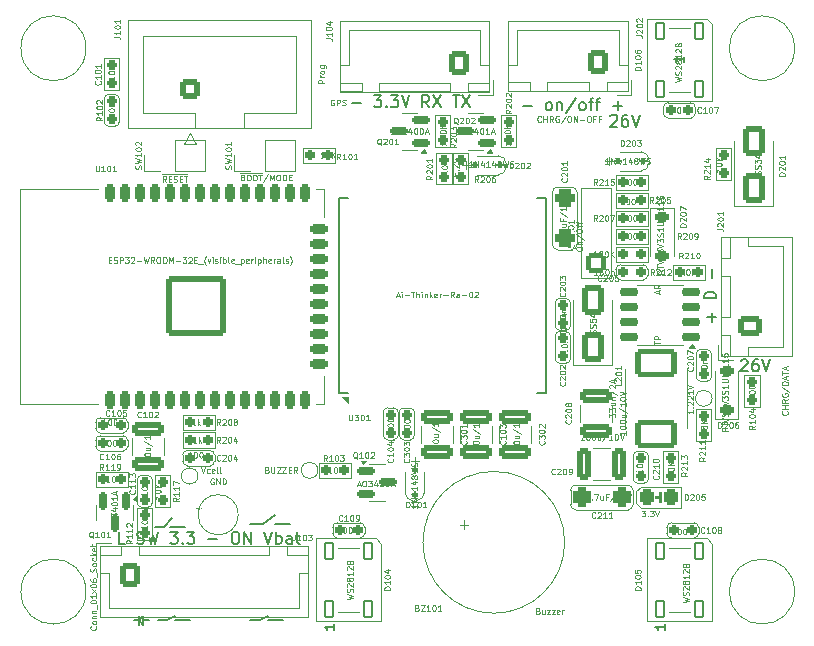
<source format=gbr>
%TF.GenerationSoftware,KiCad,Pcbnew,9.0.0-rc1*%
%TF.CreationDate,2025-03-28T12:21:10+01:00*%
%TF.ProjectId,Robobuoy-Top-Round-v2_0,526f626f-6275-46f7-992d-546f702d526f,rev?*%
%TF.SameCoordinates,Original*%
%TF.FileFunction,Legend,Top*%
%TF.FilePolarity,Positive*%
%FSLAX46Y46*%
G04 Gerber Fmt 4.6, Leading zero omitted, Abs format (unit mm)*
G04 Created by KiCad (PCBNEW 9.0.0-rc1) date 2025-03-28 12:21:10*
%MOMM*%
%LPD*%
G01*
G04 APERTURE LIST*
G04 Aperture macros list*
%AMRoundRect*
0 Rectangle with rounded corners*
0 $1 Rounding radius*
0 $2 $3 $4 $5 $6 $7 $8 $9 X,Y pos of 4 corners*
0 Add a 4 corners polygon primitive as box body*
4,1,4,$2,$3,$4,$5,$6,$7,$8,$9,$2,$3,0*
0 Add four circle primitives for the rounded corners*
1,1,$1+$1,$2,$3*
1,1,$1+$1,$4,$5*
1,1,$1+$1,$6,$7*
1,1,$1+$1,$8,$9*
0 Add four rect primitives between the rounded corners*
20,1,$1+$1,$2,$3,$4,$5,0*
20,1,$1+$1,$4,$5,$6,$7,0*
20,1,$1+$1,$6,$7,$8,$9,0*
20,1,$1+$1,$8,$9,$2,$3,0*%
G04 Aperture macros list end*
%ADD10C,0.200000*%
%ADD11C,0.150000*%
%ADD12C,0.100000*%
%ADD13C,0.120000*%
%ADD14C,0.000000*%
%ADD15RoundRect,0.250000X2.250000X-2.250000X2.250000X2.250000X-2.250000X2.250000X-2.250000X-2.250000X0*%
%ADD16RoundRect,0.225000X0.225000X-0.525000X0.225000X0.525000X-0.225000X0.525000X-0.225000X-0.525000X0*%
%ADD17RoundRect,0.225000X0.525000X0.225000X-0.525000X0.225000X-0.525000X-0.225000X0.525000X-0.225000X0*%
%ADD18RoundRect,0.200000X0.200000X0.250000X-0.200000X0.250000X-0.200000X-0.250000X0.200000X-0.250000X0*%
%ADD19RoundRect,0.200000X0.250000X-0.200000X0.250000X0.200000X-0.250000X0.200000X-0.250000X-0.200000X0*%
%ADD20RoundRect,0.200000X-0.250000X0.200000X-0.250000X-0.200000X0.250000X-0.200000X0.250000X0.200000X0*%
%ADD21RoundRect,0.090000X0.360000X-0.660000X0.360000X0.660000X-0.360000X0.660000X-0.360000X-0.660000X0*%
%ADD22C,1.000000*%
%ADD23RoundRect,0.150000X-0.587500X-0.150000X0.587500X-0.150000X0.587500X0.150000X-0.587500X0.150000X0*%
%ADD24C,3.200000*%
%ADD25RoundRect,0.225000X0.375000X-0.225000X0.375000X0.225000X-0.375000X0.225000X-0.375000X-0.225000X0*%
%ADD26RoundRect,0.375000X0.375000X0.475000X-0.375000X0.475000X-0.375000X-0.475000X0.375000X-0.475000X0*%
%ADD27RoundRect,0.150000X0.587500X0.150000X-0.587500X0.150000X-0.587500X-0.150000X0.587500X-0.150000X0*%
%ADD28RoundRect,0.250000X-1.100000X0.325000X-1.100000X-0.325000X1.100000X-0.325000X1.100000X0.325000X0*%
%ADD29RoundRect,0.112500X0.187500X0.112500X-0.187500X0.112500X-0.187500X-0.112500X0.187500X-0.112500X0*%
%ADD30RoundRect,0.200000X-0.200000X-0.250000X0.200000X-0.250000X0.200000X0.250000X-0.200000X0.250000X0*%
%ADD31RoundRect,0.250000X0.600000X-0.600000X0.600000X0.600000X-0.600000X0.600000X-0.600000X-0.600000X0*%
%ADD32C,1.700000*%
%ADD33C,3.000000*%
%ADD34R,1.700000X1.700000*%
%ADD35O,1.700000X1.700000*%
%ADD36RoundRect,0.250000X0.650000X-1.000000X0.650000X1.000000X-0.650000X1.000000X-0.650000X-1.000000X0*%
%ADD37R,1.650000X1.650000*%
%ADD38RoundRect,0.375000X0.475000X-0.375000X0.475000X0.375000X-0.475000X0.375000X-0.475000X-0.375000X0*%
%ADD39RoundRect,0.250000X-0.600000X-0.725000X0.600000X-0.725000X0.600000X0.725000X-0.600000X0.725000X0*%
%ADD40O,1.700000X1.950000*%
%ADD41RoundRect,0.112500X0.112500X-0.187500X0.112500X0.187500X-0.112500X0.187500X-0.112500X-0.187500X0*%
%ADD42RoundRect,0.230769X-1.519231X0.969231X-1.519231X-0.969231X1.519231X-0.969231X1.519231X0.969231X0*%
%ADD43RoundRect,0.250000X0.725000X-0.600000X0.725000X0.600000X-0.725000X0.600000X-0.725000X-0.600000X0*%
%ADD44O,1.950000X1.700000*%
%ADD45RoundRect,0.250000X0.600000X0.725000X-0.600000X0.725000X-0.600000X-0.725000X0.600000X-0.725000X0*%
%ADD46RoundRect,0.206250X0.618750X-0.618750X0.618750X0.618750X-0.618750X0.618750X-0.618750X-0.618750X0*%
%ADD47R,1.500000X2.000000*%
%ADD48RoundRect,0.300000X-0.300000X-0.400000X0.300000X-0.400000X0.300000X0.400000X-0.300000X0.400000X0*%
%ADD49RoundRect,0.150000X0.650000X0.150000X-0.650000X0.150000X-0.650000X-0.150000X0.650000X-0.150000X0*%
%ADD50R,2.400000X3.200000*%
%ADD51RoundRect,0.250000X0.325000X1.100000X-0.325000X1.100000X-0.325000X-1.100000X0.325000X-1.100000X0*%
%ADD52RoundRect,0.250000X1.100000X-0.325000X1.100000X0.325000X-1.100000X0.325000X-1.100000X-0.325000X0*%
%ADD53RoundRect,0.150000X-0.150000X0.587500X-0.150000X-0.587500X0.150000X-0.587500X0.150000X0.587500X0*%
%ADD54RoundRect,0.225000X-0.375000X0.225000X-0.375000X-0.225000X0.375000X-0.225000X0.375000X0.225000X0*%
G04 APERTURE END LIST*
D10*
X33215054Y-5439457D02*
X33262673Y-5391838D01*
X33262673Y-5391838D02*
X33357911Y-5344219D01*
X33357911Y-5344219D02*
X33596006Y-5344219D01*
X33596006Y-5344219D02*
X33691244Y-5391838D01*
X33691244Y-5391838D02*
X33738863Y-5439457D01*
X33738863Y-5439457D02*
X33786482Y-5534695D01*
X33786482Y-5534695D02*
X33786482Y-5629933D01*
X33786482Y-5629933D02*
X33738863Y-5772790D01*
X33738863Y-5772790D02*
X33167435Y-6344219D01*
X33167435Y-6344219D02*
X33786482Y-6344219D01*
X34643625Y-5344219D02*
X34453149Y-5344219D01*
X34453149Y-5344219D02*
X34357911Y-5391838D01*
X34357911Y-5391838D02*
X34310292Y-5439457D01*
X34310292Y-5439457D02*
X34215054Y-5582314D01*
X34215054Y-5582314D02*
X34167435Y-5772790D01*
X34167435Y-5772790D02*
X34167435Y-6153742D01*
X34167435Y-6153742D02*
X34215054Y-6248980D01*
X34215054Y-6248980D02*
X34262673Y-6296600D01*
X34262673Y-6296600D02*
X34357911Y-6344219D01*
X34357911Y-6344219D02*
X34548387Y-6344219D01*
X34548387Y-6344219D02*
X34643625Y-6296600D01*
X34643625Y-6296600D02*
X34691244Y-6248980D01*
X34691244Y-6248980D02*
X34738863Y-6153742D01*
X34738863Y-6153742D02*
X34738863Y-5915647D01*
X34738863Y-5915647D02*
X34691244Y-5820409D01*
X34691244Y-5820409D02*
X34643625Y-5772790D01*
X34643625Y-5772790D02*
X34548387Y-5725171D01*
X34548387Y-5725171D02*
X34357911Y-5725171D01*
X34357911Y-5725171D02*
X34262673Y-5772790D01*
X34262673Y-5772790D02*
X34215054Y-5820409D01*
X34215054Y-5820409D02*
X34167435Y-5915647D01*
X35024578Y-5344219D02*
X35357911Y-6344219D01*
X35357911Y-6344219D02*
X35691244Y-5344219D01*
X22166054Y15261543D02*
X22213673Y15309162D01*
X22213673Y15309162D02*
X22308911Y15356781D01*
X22308911Y15356781D02*
X22547006Y15356781D01*
X22547006Y15356781D02*
X22642244Y15309162D01*
X22642244Y15309162D02*
X22689863Y15261543D01*
X22689863Y15261543D02*
X22737482Y15166305D01*
X22737482Y15166305D02*
X22737482Y15071067D01*
X22737482Y15071067D02*
X22689863Y14928210D01*
X22689863Y14928210D02*
X22118435Y14356781D01*
X22118435Y14356781D02*
X22737482Y14356781D01*
X23594625Y15356781D02*
X23404149Y15356781D01*
X23404149Y15356781D02*
X23308911Y15309162D01*
X23308911Y15309162D02*
X23261292Y15261543D01*
X23261292Y15261543D02*
X23166054Y15118686D01*
X23166054Y15118686D02*
X23118435Y14928210D01*
X23118435Y14928210D02*
X23118435Y14547258D01*
X23118435Y14547258D02*
X23166054Y14452020D01*
X23166054Y14452020D02*
X23213673Y14404400D01*
X23213673Y14404400D02*
X23308911Y14356781D01*
X23308911Y14356781D02*
X23499387Y14356781D01*
X23499387Y14356781D02*
X23594625Y14404400D01*
X23594625Y14404400D02*
X23642244Y14452020D01*
X23642244Y14452020D02*
X23689863Y14547258D01*
X23689863Y14547258D02*
X23689863Y14785353D01*
X23689863Y14785353D02*
X23642244Y14880591D01*
X23642244Y14880591D02*
X23594625Y14928210D01*
X23594625Y14928210D02*
X23499387Y14975829D01*
X23499387Y14975829D02*
X23308911Y14975829D01*
X23308911Y14975829D02*
X23213673Y14928210D01*
X23213673Y14928210D02*
X23166054Y14880591D01*
X23166054Y14880591D02*
X23118435Y14785353D01*
X23975578Y15356781D02*
X24308911Y14356781D01*
X24308911Y14356781D02*
X24642244Y15356781D01*
D11*
X-17399000Y-27432000D02*
X-16891000Y-27432000D01*
X-17780000Y-27432000D02*
X-18161000Y-27432000D01*
X-17780000Y-27686000D02*
X-17780000Y-27813000D01*
X-17399000Y-27813000D02*
X-17780000Y-27432000D01*
X-17399000Y-27051000D02*
X-17399000Y-27813000D01*
X-17780000Y-27432000D02*
X-17399000Y-27051000D01*
X-17780000Y-27051000D02*
X-17780000Y-27305000D01*
X-17780000Y-27305000D02*
X-17780000Y-27051000D01*
X-17780000Y-27686000D02*
X-17780000Y-27305000D01*
X-17780000Y-27305000D02*
X-17780000Y-27686000D01*
X-6858000Y-27432000D02*
X-5588000Y-27432000D01*
X-7493000Y-27432000D02*
X-6858000Y-27051000D01*
X-8382000Y-27432000D02*
X-7493000Y-27432000D01*
X-14732000Y-27432000D02*
X-13462000Y-27432000D01*
X-15367000Y-27432000D02*
X-14732000Y-27051000D01*
X-16129000Y-27432000D02*
X-15367000Y-27432000D01*
X-15113000Y-19558000D02*
X-13843000Y-19558000D01*
X-15621000Y-19558000D02*
X-14986000Y-18796000D01*
X-16383000Y-19558000D02*
X-15621000Y-19558000D01*
X-6223000Y-19304000D02*
X-4953000Y-19304000D01*
X-7239000Y-19304000D02*
X-6223000Y-18542000D01*
X-8382000Y-19304000D02*
X-7239000Y-19304000D01*
D10*
X-18966137Y-20949219D02*
X-19442327Y-20949219D01*
X-19442327Y-20949219D02*
X-19442327Y-19949219D01*
X-17918517Y-20901600D02*
X-17775660Y-20949219D01*
X-17775660Y-20949219D02*
X-17537565Y-20949219D01*
X-17537565Y-20949219D02*
X-17442327Y-20901600D01*
X-17442327Y-20901600D02*
X-17394708Y-20853980D01*
X-17394708Y-20853980D02*
X-17347089Y-20758742D01*
X-17347089Y-20758742D02*
X-17347089Y-20663504D01*
X-17347089Y-20663504D02*
X-17394708Y-20568266D01*
X-17394708Y-20568266D02*
X-17442327Y-20520647D01*
X-17442327Y-20520647D02*
X-17537565Y-20473028D01*
X-17537565Y-20473028D02*
X-17728041Y-20425409D01*
X-17728041Y-20425409D02*
X-17823279Y-20377790D01*
X-17823279Y-20377790D02*
X-17870898Y-20330171D01*
X-17870898Y-20330171D02*
X-17918517Y-20234933D01*
X-17918517Y-20234933D02*
X-17918517Y-20139695D01*
X-17918517Y-20139695D02*
X-17870898Y-20044457D01*
X-17870898Y-20044457D02*
X-17823279Y-19996838D01*
X-17823279Y-19996838D02*
X-17728041Y-19949219D01*
X-17728041Y-19949219D02*
X-17489946Y-19949219D01*
X-17489946Y-19949219D02*
X-17347089Y-19996838D01*
X-17013755Y-19949219D02*
X-16775660Y-20949219D01*
X-16775660Y-20949219D02*
X-16585184Y-20234933D01*
X-16585184Y-20234933D02*
X-16394708Y-20949219D01*
X-16394708Y-20949219D02*
X-16156612Y-19949219D01*
X-15108993Y-19949219D02*
X-14489946Y-19949219D01*
X-14489946Y-19949219D02*
X-14823279Y-20330171D01*
X-14823279Y-20330171D02*
X-14680422Y-20330171D01*
X-14680422Y-20330171D02*
X-14585184Y-20377790D01*
X-14585184Y-20377790D02*
X-14537565Y-20425409D01*
X-14537565Y-20425409D02*
X-14489946Y-20520647D01*
X-14489946Y-20520647D02*
X-14489946Y-20758742D01*
X-14489946Y-20758742D02*
X-14537565Y-20853980D01*
X-14537565Y-20853980D02*
X-14585184Y-20901600D01*
X-14585184Y-20901600D02*
X-14680422Y-20949219D01*
X-14680422Y-20949219D02*
X-14966136Y-20949219D01*
X-14966136Y-20949219D02*
X-15061374Y-20901600D01*
X-15061374Y-20901600D02*
X-15108993Y-20853980D01*
X-14061374Y-20853980D02*
X-14013755Y-20901600D01*
X-14013755Y-20901600D02*
X-14061374Y-20949219D01*
X-14061374Y-20949219D02*
X-14108993Y-20901600D01*
X-14108993Y-20901600D02*
X-14061374Y-20853980D01*
X-14061374Y-20853980D02*
X-14061374Y-20949219D01*
X-13680422Y-19949219D02*
X-13061375Y-19949219D01*
X-13061375Y-19949219D02*
X-13394708Y-20330171D01*
X-13394708Y-20330171D02*
X-13251851Y-20330171D01*
X-13251851Y-20330171D02*
X-13156613Y-20377790D01*
X-13156613Y-20377790D02*
X-13108994Y-20425409D01*
X-13108994Y-20425409D02*
X-13061375Y-20520647D01*
X-13061375Y-20520647D02*
X-13061375Y-20758742D01*
X-13061375Y-20758742D02*
X-13108994Y-20853980D01*
X-13108994Y-20853980D02*
X-13156613Y-20901600D01*
X-13156613Y-20901600D02*
X-13251851Y-20949219D01*
X-13251851Y-20949219D02*
X-13537565Y-20949219D01*
X-13537565Y-20949219D02*
X-13632803Y-20901600D01*
X-13632803Y-20901600D02*
X-13680422Y-20853980D01*
X-11870898Y-20568266D02*
X-11108993Y-20568266D01*
X-9680422Y-19949219D02*
X-9489946Y-19949219D01*
X-9489946Y-19949219D02*
X-9394708Y-19996838D01*
X-9394708Y-19996838D02*
X-9299470Y-20092076D01*
X-9299470Y-20092076D02*
X-9251851Y-20282552D01*
X-9251851Y-20282552D02*
X-9251851Y-20615885D01*
X-9251851Y-20615885D02*
X-9299470Y-20806361D01*
X-9299470Y-20806361D02*
X-9394708Y-20901600D01*
X-9394708Y-20901600D02*
X-9489946Y-20949219D01*
X-9489946Y-20949219D02*
X-9680422Y-20949219D01*
X-9680422Y-20949219D02*
X-9775660Y-20901600D01*
X-9775660Y-20901600D02*
X-9870898Y-20806361D01*
X-9870898Y-20806361D02*
X-9918517Y-20615885D01*
X-9918517Y-20615885D02*
X-9918517Y-20282552D01*
X-9918517Y-20282552D02*
X-9870898Y-20092076D01*
X-9870898Y-20092076D02*
X-9775660Y-19996838D01*
X-9775660Y-19996838D02*
X-9680422Y-19949219D01*
X-8823279Y-20949219D02*
X-8823279Y-19949219D01*
X-8823279Y-19949219D02*
X-8251851Y-20949219D01*
X-8251851Y-20949219D02*
X-8251851Y-19949219D01*
X-7156612Y-19949219D02*
X-6823279Y-20949219D01*
X-6823279Y-20949219D02*
X-6489946Y-19949219D01*
X-6156612Y-20949219D02*
X-6156612Y-19949219D01*
X-6156612Y-20330171D02*
X-6061374Y-20282552D01*
X-6061374Y-20282552D02*
X-5870898Y-20282552D01*
X-5870898Y-20282552D02*
X-5775660Y-20330171D01*
X-5775660Y-20330171D02*
X-5728041Y-20377790D01*
X-5728041Y-20377790D02*
X-5680422Y-20473028D01*
X-5680422Y-20473028D02*
X-5680422Y-20758742D01*
X-5680422Y-20758742D02*
X-5728041Y-20853980D01*
X-5728041Y-20853980D02*
X-5775660Y-20901600D01*
X-5775660Y-20901600D02*
X-5870898Y-20949219D01*
X-5870898Y-20949219D02*
X-6061374Y-20949219D01*
X-6061374Y-20949219D02*
X-6156612Y-20901600D01*
X-4823279Y-20949219D02*
X-4823279Y-20425409D01*
X-4823279Y-20425409D02*
X-4870898Y-20330171D01*
X-4870898Y-20330171D02*
X-4966136Y-20282552D01*
X-4966136Y-20282552D02*
X-5156612Y-20282552D01*
X-5156612Y-20282552D02*
X-5251850Y-20330171D01*
X-4823279Y-20901600D02*
X-4918517Y-20949219D01*
X-4918517Y-20949219D02*
X-5156612Y-20949219D01*
X-5156612Y-20949219D02*
X-5251850Y-20901600D01*
X-5251850Y-20901600D02*
X-5299469Y-20806361D01*
X-5299469Y-20806361D02*
X-5299469Y-20711123D01*
X-5299469Y-20711123D02*
X-5251850Y-20615885D01*
X-5251850Y-20615885D02*
X-5156612Y-20568266D01*
X-5156612Y-20568266D02*
X-4918517Y-20568266D01*
X-4918517Y-20568266D02*
X-4823279Y-20520647D01*
X-4489945Y-20282552D02*
X-4108993Y-20282552D01*
X-4347088Y-19949219D02*
X-4347088Y-20806361D01*
X-4347088Y-20806361D02*
X-4299469Y-20901600D01*
X-4299469Y-20901600D02*
X-4204231Y-20949219D01*
X-4204231Y-20949219D02*
X-4108993Y-20949219D01*
X30728266Y-2170326D02*
X30728266Y-1408422D01*
X31109219Y-1789374D02*
X30347314Y-1789374D01*
X31109219Y-170326D02*
X30109219Y-170326D01*
X30109219Y-170326D02*
X30109219Y67769D01*
X30109219Y67769D02*
X30156838Y210626D01*
X30156838Y210626D02*
X30252076Y305864D01*
X30252076Y305864D02*
X30347314Y353483D01*
X30347314Y353483D02*
X30537790Y401102D01*
X30537790Y401102D02*
X30680647Y401102D01*
X30680647Y401102D02*
X30871123Y353483D01*
X30871123Y353483D02*
X30966361Y305864D01*
X30966361Y305864D02*
X31061600Y210626D01*
X31061600Y210626D02*
X31109219Y67769D01*
X31109219Y67769D02*
X31109219Y-170326D01*
X30728266Y1591579D02*
X30728266Y2353483D01*
X242673Y16388734D02*
X1004578Y16388734D01*
X2147435Y17007781D02*
X2766482Y17007781D01*
X2766482Y17007781D02*
X2433149Y16626829D01*
X2433149Y16626829D02*
X2576006Y16626829D01*
X2576006Y16626829D02*
X2671244Y16579210D01*
X2671244Y16579210D02*
X2718863Y16531591D01*
X2718863Y16531591D02*
X2766482Y16436353D01*
X2766482Y16436353D02*
X2766482Y16198258D01*
X2766482Y16198258D02*
X2718863Y16103020D01*
X2718863Y16103020D02*
X2671244Y16055400D01*
X2671244Y16055400D02*
X2576006Y16007781D01*
X2576006Y16007781D02*
X2290292Y16007781D01*
X2290292Y16007781D02*
X2195054Y16055400D01*
X2195054Y16055400D02*
X2147435Y16103020D01*
X3195054Y16103020D02*
X3242673Y16055400D01*
X3242673Y16055400D02*
X3195054Y16007781D01*
X3195054Y16007781D02*
X3147435Y16055400D01*
X3147435Y16055400D02*
X3195054Y16103020D01*
X3195054Y16103020D02*
X3195054Y16007781D01*
X3576006Y17007781D02*
X4195053Y17007781D01*
X4195053Y17007781D02*
X3861720Y16626829D01*
X3861720Y16626829D02*
X4004577Y16626829D01*
X4004577Y16626829D02*
X4099815Y16579210D01*
X4099815Y16579210D02*
X4147434Y16531591D01*
X4147434Y16531591D02*
X4195053Y16436353D01*
X4195053Y16436353D02*
X4195053Y16198258D01*
X4195053Y16198258D02*
X4147434Y16103020D01*
X4147434Y16103020D02*
X4099815Y16055400D01*
X4099815Y16055400D02*
X4004577Y16007781D01*
X4004577Y16007781D02*
X3718863Y16007781D01*
X3718863Y16007781D02*
X3623625Y16055400D01*
X3623625Y16055400D02*
X3576006Y16103020D01*
X4480768Y17007781D02*
X4814101Y16007781D01*
X4814101Y16007781D02*
X5147434Y17007781D01*
X6814101Y16007781D02*
X6480768Y16483972D01*
X6242673Y16007781D02*
X6242673Y17007781D01*
X6242673Y17007781D02*
X6623625Y17007781D01*
X6623625Y17007781D02*
X6718863Y16960162D01*
X6718863Y16960162D02*
X6766482Y16912543D01*
X6766482Y16912543D02*
X6814101Y16817305D01*
X6814101Y16817305D02*
X6814101Y16674448D01*
X6814101Y16674448D02*
X6766482Y16579210D01*
X6766482Y16579210D02*
X6718863Y16531591D01*
X6718863Y16531591D02*
X6623625Y16483972D01*
X6623625Y16483972D02*
X6242673Y16483972D01*
X7147435Y17007781D02*
X7814101Y16007781D01*
X7814101Y17007781D02*
X7147435Y16007781D01*
X8814102Y17007781D02*
X9385530Y17007781D01*
X9099816Y16007781D02*
X9099816Y17007781D01*
X9623626Y17007781D02*
X10290292Y16007781D01*
X10290292Y17007781D02*
X9623626Y16007781D01*
X14720673Y16134734D02*
X15482578Y16134734D01*
X16863530Y15753781D02*
X16768292Y15801400D01*
X16768292Y15801400D02*
X16720673Y15849020D01*
X16720673Y15849020D02*
X16673054Y15944258D01*
X16673054Y15944258D02*
X16673054Y16229972D01*
X16673054Y16229972D02*
X16720673Y16325210D01*
X16720673Y16325210D02*
X16768292Y16372829D01*
X16768292Y16372829D02*
X16863530Y16420448D01*
X16863530Y16420448D02*
X17006387Y16420448D01*
X17006387Y16420448D02*
X17101625Y16372829D01*
X17101625Y16372829D02*
X17149244Y16325210D01*
X17149244Y16325210D02*
X17196863Y16229972D01*
X17196863Y16229972D02*
X17196863Y15944258D01*
X17196863Y15944258D02*
X17149244Y15849020D01*
X17149244Y15849020D02*
X17101625Y15801400D01*
X17101625Y15801400D02*
X17006387Y15753781D01*
X17006387Y15753781D02*
X16863530Y15753781D01*
X17625435Y16420448D02*
X17625435Y15753781D01*
X17625435Y16325210D02*
X17673054Y16372829D01*
X17673054Y16372829D02*
X17768292Y16420448D01*
X17768292Y16420448D02*
X17911149Y16420448D01*
X17911149Y16420448D02*
X18006387Y16372829D01*
X18006387Y16372829D02*
X18054006Y16277591D01*
X18054006Y16277591D02*
X18054006Y15753781D01*
X19244482Y16801400D02*
X18387340Y15515686D01*
X19720673Y15753781D02*
X19625435Y15801400D01*
X19625435Y15801400D02*
X19577816Y15849020D01*
X19577816Y15849020D02*
X19530197Y15944258D01*
X19530197Y15944258D02*
X19530197Y16229972D01*
X19530197Y16229972D02*
X19577816Y16325210D01*
X19577816Y16325210D02*
X19625435Y16372829D01*
X19625435Y16372829D02*
X19720673Y16420448D01*
X19720673Y16420448D02*
X19863530Y16420448D01*
X19863530Y16420448D02*
X19958768Y16372829D01*
X19958768Y16372829D02*
X20006387Y16325210D01*
X20006387Y16325210D02*
X20054006Y16229972D01*
X20054006Y16229972D02*
X20054006Y15944258D01*
X20054006Y15944258D02*
X20006387Y15849020D01*
X20006387Y15849020D02*
X19958768Y15801400D01*
X19958768Y15801400D02*
X19863530Y15753781D01*
X19863530Y15753781D02*
X19720673Y15753781D01*
X20339721Y16420448D02*
X20720673Y16420448D01*
X20482578Y15753781D02*
X20482578Y16610924D01*
X20482578Y16610924D02*
X20530197Y16706162D01*
X20530197Y16706162D02*
X20625435Y16753781D01*
X20625435Y16753781D02*
X20720673Y16753781D01*
X20911150Y16420448D02*
X21292102Y16420448D01*
X21054007Y15753781D02*
X21054007Y16610924D01*
X21054007Y16610924D02*
X21101626Y16706162D01*
X21101626Y16706162D02*
X21196864Y16753781D01*
X21196864Y16753781D02*
X21292102Y16753781D01*
X22387341Y16134734D02*
X23149246Y16134734D01*
X22768293Y15753781D02*
X22768293Y16515686D01*
D12*
X-21431143Y11068891D02*
X-21431143Y10664129D01*
X-21431143Y10664129D02*
X-21407333Y10616510D01*
X-21407333Y10616510D02*
X-21383524Y10592700D01*
X-21383524Y10592700D02*
X-21335905Y10568891D01*
X-21335905Y10568891D02*
X-21240667Y10568891D01*
X-21240667Y10568891D02*
X-21193048Y10592700D01*
X-21193048Y10592700D02*
X-21169238Y10616510D01*
X-21169238Y10616510D02*
X-21145429Y10664129D01*
X-21145429Y10664129D02*
X-21145429Y11068891D01*
X-20645428Y10568891D02*
X-20931142Y10568891D01*
X-20788285Y10568891D02*
X-20788285Y11068891D01*
X-20788285Y11068891D02*
X-20835904Y10997462D01*
X-20835904Y10997462D02*
X-20883523Y10949843D01*
X-20883523Y10949843D02*
X-20931142Y10926034D01*
X-20335905Y11068891D02*
X-20288286Y11068891D01*
X-20288286Y11068891D02*
X-20240667Y11045081D01*
X-20240667Y11045081D02*
X-20216857Y11021272D01*
X-20216857Y11021272D02*
X-20193048Y10973653D01*
X-20193048Y10973653D02*
X-20169238Y10878415D01*
X-20169238Y10878415D02*
X-20169238Y10759367D01*
X-20169238Y10759367D02*
X-20193048Y10664129D01*
X-20193048Y10664129D02*
X-20216857Y10616510D01*
X-20216857Y10616510D02*
X-20240667Y10592700D01*
X-20240667Y10592700D02*
X-20288286Y10568891D01*
X-20288286Y10568891D02*
X-20335905Y10568891D01*
X-20335905Y10568891D02*
X-20383524Y10592700D01*
X-20383524Y10592700D02*
X-20407333Y10616510D01*
X-20407333Y10616510D02*
X-20431143Y10664129D01*
X-20431143Y10664129D02*
X-20454952Y10759367D01*
X-20454952Y10759367D02*
X-20454952Y10878415D01*
X-20454952Y10878415D02*
X-20431143Y10973653D01*
X-20431143Y10973653D02*
X-20407333Y11021272D01*
X-20407333Y11021272D02*
X-20383524Y11045081D01*
X-20383524Y11045081D02*
X-20335905Y11068891D01*
X-19693048Y10568891D02*
X-19978762Y10568891D01*
X-19835905Y10568891D02*
X-19835905Y11068891D01*
X-19835905Y11068891D02*
X-19883524Y10997462D01*
X-19883524Y10997462D02*
X-19931143Y10949843D01*
X-19931143Y10949843D02*
X-19978762Y10926034D01*
X-20322999Y3083796D02*
X-20156332Y3083796D01*
X-20084904Y2821891D02*
X-20322999Y2821891D01*
X-20322999Y2821891D02*
X-20322999Y3321891D01*
X-20322999Y3321891D02*
X-20084904Y3321891D01*
X-19894427Y2845700D02*
X-19822999Y2821891D01*
X-19822999Y2821891D02*
X-19703951Y2821891D01*
X-19703951Y2821891D02*
X-19656332Y2845700D01*
X-19656332Y2845700D02*
X-19632523Y2869510D01*
X-19632523Y2869510D02*
X-19608713Y2917129D01*
X-19608713Y2917129D02*
X-19608713Y2964748D01*
X-19608713Y2964748D02*
X-19632523Y3012367D01*
X-19632523Y3012367D02*
X-19656332Y3036177D01*
X-19656332Y3036177D02*
X-19703951Y3059986D01*
X-19703951Y3059986D02*
X-19799189Y3083796D01*
X-19799189Y3083796D02*
X-19846808Y3107605D01*
X-19846808Y3107605D02*
X-19870618Y3131415D01*
X-19870618Y3131415D02*
X-19894427Y3179034D01*
X-19894427Y3179034D02*
X-19894427Y3226653D01*
X-19894427Y3226653D02*
X-19870618Y3274272D01*
X-19870618Y3274272D02*
X-19846808Y3298081D01*
X-19846808Y3298081D02*
X-19799189Y3321891D01*
X-19799189Y3321891D02*
X-19680142Y3321891D01*
X-19680142Y3321891D02*
X-19608713Y3298081D01*
X-19394428Y2821891D02*
X-19394428Y3321891D01*
X-19394428Y3321891D02*
X-19203952Y3321891D01*
X-19203952Y3321891D02*
X-19156333Y3298081D01*
X-19156333Y3298081D02*
X-19132523Y3274272D01*
X-19132523Y3274272D02*
X-19108714Y3226653D01*
X-19108714Y3226653D02*
X-19108714Y3155224D01*
X-19108714Y3155224D02*
X-19132523Y3107605D01*
X-19132523Y3107605D02*
X-19156333Y3083796D01*
X-19156333Y3083796D02*
X-19203952Y3059986D01*
X-19203952Y3059986D02*
X-19394428Y3059986D01*
X-18942047Y3321891D02*
X-18632523Y3321891D01*
X-18632523Y3321891D02*
X-18799190Y3131415D01*
X-18799190Y3131415D02*
X-18727761Y3131415D01*
X-18727761Y3131415D02*
X-18680142Y3107605D01*
X-18680142Y3107605D02*
X-18656333Y3083796D01*
X-18656333Y3083796D02*
X-18632523Y3036177D01*
X-18632523Y3036177D02*
X-18632523Y2917129D01*
X-18632523Y2917129D02*
X-18656333Y2869510D01*
X-18656333Y2869510D02*
X-18680142Y2845700D01*
X-18680142Y2845700D02*
X-18727761Y2821891D01*
X-18727761Y2821891D02*
X-18870618Y2821891D01*
X-18870618Y2821891D02*
X-18918237Y2845700D01*
X-18918237Y2845700D02*
X-18942047Y2869510D01*
X-18442047Y3274272D02*
X-18418238Y3298081D01*
X-18418238Y3298081D02*
X-18370619Y3321891D01*
X-18370619Y3321891D02*
X-18251571Y3321891D01*
X-18251571Y3321891D02*
X-18203952Y3298081D01*
X-18203952Y3298081D02*
X-18180143Y3274272D01*
X-18180143Y3274272D02*
X-18156333Y3226653D01*
X-18156333Y3226653D02*
X-18156333Y3179034D01*
X-18156333Y3179034D02*
X-18180143Y3107605D01*
X-18180143Y3107605D02*
X-18465857Y2821891D01*
X-18465857Y2821891D02*
X-18156333Y2821891D01*
X-17942048Y3012367D02*
X-17561095Y3012367D01*
X-17370619Y3321891D02*
X-17251571Y2821891D01*
X-17251571Y2821891D02*
X-17156333Y3179034D01*
X-17156333Y3179034D02*
X-17061095Y2821891D01*
X-17061095Y2821891D02*
X-16942047Y3321891D01*
X-16465857Y2821891D02*
X-16632523Y3059986D01*
X-16751571Y2821891D02*
X-16751571Y3321891D01*
X-16751571Y3321891D02*
X-16561095Y3321891D01*
X-16561095Y3321891D02*
X-16513476Y3298081D01*
X-16513476Y3298081D02*
X-16489666Y3274272D01*
X-16489666Y3274272D02*
X-16465857Y3226653D01*
X-16465857Y3226653D02*
X-16465857Y3155224D01*
X-16465857Y3155224D02*
X-16489666Y3107605D01*
X-16489666Y3107605D02*
X-16513476Y3083796D01*
X-16513476Y3083796D02*
X-16561095Y3059986D01*
X-16561095Y3059986D02*
X-16751571Y3059986D01*
X-16156333Y3321891D02*
X-16061095Y3321891D01*
X-16061095Y3321891D02*
X-16013476Y3298081D01*
X-16013476Y3298081D02*
X-15965857Y3250462D01*
X-15965857Y3250462D02*
X-15942047Y3155224D01*
X-15942047Y3155224D02*
X-15942047Y2988558D01*
X-15942047Y2988558D02*
X-15965857Y2893320D01*
X-15965857Y2893320D02*
X-16013476Y2845700D01*
X-16013476Y2845700D02*
X-16061095Y2821891D01*
X-16061095Y2821891D02*
X-16156333Y2821891D01*
X-16156333Y2821891D02*
X-16203952Y2845700D01*
X-16203952Y2845700D02*
X-16251571Y2893320D01*
X-16251571Y2893320D02*
X-16275380Y2988558D01*
X-16275380Y2988558D02*
X-16275380Y3155224D01*
X-16275380Y3155224D02*
X-16251571Y3250462D01*
X-16251571Y3250462D02*
X-16203952Y3298081D01*
X-16203952Y3298081D02*
X-16156333Y3321891D01*
X-15632523Y3321891D02*
X-15537285Y3321891D01*
X-15537285Y3321891D02*
X-15489666Y3298081D01*
X-15489666Y3298081D02*
X-15442047Y3250462D01*
X-15442047Y3250462D02*
X-15418237Y3155224D01*
X-15418237Y3155224D02*
X-15418237Y2988558D01*
X-15418237Y2988558D02*
X-15442047Y2893320D01*
X-15442047Y2893320D02*
X-15489666Y2845700D01*
X-15489666Y2845700D02*
X-15537285Y2821891D01*
X-15537285Y2821891D02*
X-15632523Y2821891D01*
X-15632523Y2821891D02*
X-15680142Y2845700D01*
X-15680142Y2845700D02*
X-15727761Y2893320D01*
X-15727761Y2893320D02*
X-15751570Y2988558D01*
X-15751570Y2988558D02*
X-15751570Y3155224D01*
X-15751570Y3155224D02*
X-15727761Y3250462D01*
X-15727761Y3250462D02*
X-15680142Y3298081D01*
X-15680142Y3298081D02*
X-15632523Y3321891D01*
X-15203951Y2821891D02*
X-15203951Y3321891D01*
X-15203951Y3321891D02*
X-15037284Y2964748D01*
X-15037284Y2964748D02*
X-14870618Y3321891D01*
X-14870618Y3321891D02*
X-14870618Y2821891D01*
X-14632522Y3012367D02*
X-14251569Y3012367D01*
X-14061093Y3321891D02*
X-13751569Y3321891D01*
X-13751569Y3321891D02*
X-13918236Y3131415D01*
X-13918236Y3131415D02*
X-13846807Y3131415D01*
X-13846807Y3131415D02*
X-13799188Y3107605D01*
X-13799188Y3107605D02*
X-13775379Y3083796D01*
X-13775379Y3083796D02*
X-13751569Y3036177D01*
X-13751569Y3036177D02*
X-13751569Y2917129D01*
X-13751569Y2917129D02*
X-13775379Y2869510D01*
X-13775379Y2869510D02*
X-13799188Y2845700D01*
X-13799188Y2845700D02*
X-13846807Y2821891D01*
X-13846807Y2821891D02*
X-13989664Y2821891D01*
X-13989664Y2821891D02*
X-14037283Y2845700D01*
X-14037283Y2845700D02*
X-14061093Y2869510D01*
X-13561093Y3274272D02*
X-13537284Y3298081D01*
X-13537284Y3298081D02*
X-13489665Y3321891D01*
X-13489665Y3321891D02*
X-13370617Y3321891D01*
X-13370617Y3321891D02*
X-13322998Y3298081D01*
X-13322998Y3298081D02*
X-13299189Y3274272D01*
X-13299189Y3274272D02*
X-13275379Y3226653D01*
X-13275379Y3226653D02*
X-13275379Y3179034D01*
X-13275379Y3179034D02*
X-13299189Y3107605D01*
X-13299189Y3107605D02*
X-13584903Y2821891D01*
X-13584903Y2821891D02*
X-13275379Y2821891D01*
X-13061094Y3083796D02*
X-12894427Y3083796D01*
X-12822999Y2821891D02*
X-13061094Y2821891D01*
X-13061094Y2821891D02*
X-13061094Y3321891D01*
X-13061094Y3321891D02*
X-12822999Y3321891D01*
X-12727760Y2774272D02*
X-12346808Y2774272D01*
X-12084904Y2631415D02*
X-12108713Y2655224D01*
X-12108713Y2655224D02*
X-12156332Y2726653D01*
X-12156332Y2726653D02*
X-12180142Y2774272D01*
X-12180142Y2774272D02*
X-12203951Y2845700D01*
X-12203951Y2845700D02*
X-12227761Y2964748D01*
X-12227761Y2964748D02*
X-12227761Y3059986D01*
X-12227761Y3059986D02*
X-12203951Y3179034D01*
X-12203951Y3179034D02*
X-12180142Y3250462D01*
X-12180142Y3250462D02*
X-12156332Y3298081D01*
X-12156332Y3298081D02*
X-12108713Y3369510D01*
X-12108713Y3369510D02*
X-12084904Y3393320D01*
X-11942047Y3155224D02*
X-11822999Y2821891D01*
X-11822999Y2821891D02*
X-11703952Y3155224D01*
X-11513476Y2821891D02*
X-11513476Y3155224D01*
X-11513476Y3321891D02*
X-11537285Y3298081D01*
X-11537285Y3298081D02*
X-11513476Y3274272D01*
X-11513476Y3274272D02*
X-11489666Y3298081D01*
X-11489666Y3298081D02*
X-11513476Y3321891D01*
X-11513476Y3321891D02*
X-11513476Y3274272D01*
X-11299190Y2845700D02*
X-11251571Y2821891D01*
X-11251571Y2821891D02*
X-11156333Y2821891D01*
X-11156333Y2821891D02*
X-11108714Y2845700D01*
X-11108714Y2845700D02*
X-11084905Y2893320D01*
X-11084905Y2893320D02*
X-11084905Y2917129D01*
X-11084905Y2917129D02*
X-11108714Y2964748D01*
X-11108714Y2964748D02*
X-11156333Y2988558D01*
X-11156333Y2988558D02*
X-11227762Y2988558D01*
X-11227762Y2988558D02*
X-11275381Y3012367D01*
X-11275381Y3012367D02*
X-11299190Y3059986D01*
X-11299190Y3059986D02*
X-11299190Y3083796D01*
X-11299190Y3083796D02*
X-11275381Y3131415D01*
X-11275381Y3131415D02*
X-11227762Y3155224D01*
X-11227762Y3155224D02*
X-11156333Y3155224D01*
X-11156333Y3155224D02*
X-11108714Y3131415D01*
X-10870619Y2821891D02*
X-10870619Y3155224D01*
X-10870619Y3321891D02*
X-10894428Y3298081D01*
X-10894428Y3298081D02*
X-10870619Y3274272D01*
X-10870619Y3274272D02*
X-10846809Y3298081D01*
X-10846809Y3298081D02*
X-10870619Y3321891D01*
X-10870619Y3321891D02*
X-10870619Y3274272D01*
X-10632524Y2821891D02*
X-10632524Y3321891D01*
X-10632524Y3131415D02*
X-10584905Y3155224D01*
X-10584905Y3155224D02*
X-10489667Y3155224D01*
X-10489667Y3155224D02*
X-10442048Y3131415D01*
X-10442048Y3131415D02*
X-10418238Y3107605D01*
X-10418238Y3107605D02*
X-10394429Y3059986D01*
X-10394429Y3059986D02*
X-10394429Y2917129D01*
X-10394429Y2917129D02*
X-10418238Y2869510D01*
X-10418238Y2869510D02*
X-10442048Y2845700D01*
X-10442048Y2845700D02*
X-10489667Y2821891D01*
X-10489667Y2821891D02*
X-10584905Y2821891D01*
X-10584905Y2821891D02*
X-10632524Y2845700D01*
X-10108714Y2821891D02*
X-10156333Y2845700D01*
X-10156333Y2845700D02*
X-10180143Y2893320D01*
X-10180143Y2893320D02*
X-10180143Y3321891D01*
X-9727762Y2845700D02*
X-9775381Y2821891D01*
X-9775381Y2821891D02*
X-9870619Y2821891D01*
X-9870619Y2821891D02*
X-9918238Y2845700D01*
X-9918238Y2845700D02*
X-9942047Y2893320D01*
X-9942047Y2893320D02*
X-9942047Y3083796D01*
X-9942047Y3083796D02*
X-9918238Y3131415D01*
X-9918238Y3131415D02*
X-9870619Y3155224D01*
X-9870619Y3155224D02*
X-9775381Y3155224D01*
X-9775381Y3155224D02*
X-9727762Y3131415D01*
X-9727762Y3131415D02*
X-9703952Y3083796D01*
X-9703952Y3083796D02*
X-9703952Y3036177D01*
X-9703952Y3036177D02*
X-9942047Y2988558D01*
X-9608714Y2774272D02*
X-9227762Y2774272D01*
X-9108715Y3155224D02*
X-9108715Y2655224D01*
X-9108715Y3131415D02*
X-9061096Y3155224D01*
X-9061096Y3155224D02*
X-8965858Y3155224D01*
X-8965858Y3155224D02*
X-8918239Y3131415D01*
X-8918239Y3131415D02*
X-8894429Y3107605D01*
X-8894429Y3107605D02*
X-8870620Y3059986D01*
X-8870620Y3059986D02*
X-8870620Y2917129D01*
X-8870620Y2917129D02*
X-8894429Y2869510D01*
X-8894429Y2869510D02*
X-8918239Y2845700D01*
X-8918239Y2845700D02*
X-8965858Y2821891D01*
X-8965858Y2821891D02*
X-9061096Y2821891D01*
X-9061096Y2821891D02*
X-9108715Y2845700D01*
X-8465858Y2845700D02*
X-8513477Y2821891D01*
X-8513477Y2821891D02*
X-8608715Y2821891D01*
X-8608715Y2821891D02*
X-8656334Y2845700D01*
X-8656334Y2845700D02*
X-8680143Y2893320D01*
X-8680143Y2893320D02*
X-8680143Y3083796D01*
X-8680143Y3083796D02*
X-8656334Y3131415D01*
X-8656334Y3131415D02*
X-8608715Y3155224D01*
X-8608715Y3155224D02*
X-8513477Y3155224D01*
X-8513477Y3155224D02*
X-8465858Y3131415D01*
X-8465858Y3131415D02*
X-8442048Y3083796D01*
X-8442048Y3083796D02*
X-8442048Y3036177D01*
X-8442048Y3036177D02*
X-8680143Y2988558D01*
X-8227763Y2821891D02*
X-8227763Y3155224D01*
X-8227763Y3059986D02*
X-8203953Y3107605D01*
X-8203953Y3107605D02*
X-8180144Y3131415D01*
X-8180144Y3131415D02*
X-8132525Y3155224D01*
X-8132525Y3155224D02*
X-8084906Y3155224D01*
X-7918239Y2821891D02*
X-7918239Y3155224D01*
X-7918239Y3321891D02*
X-7942048Y3298081D01*
X-7942048Y3298081D02*
X-7918239Y3274272D01*
X-7918239Y3274272D02*
X-7894429Y3298081D01*
X-7894429Y3298081D02*
X-7918239Y3321891D01*
X-7918239Y3321891D02*
X-7918239Y3274272D01*
X-7680144Y3155224D02*
X-7680144Y2655224D01*
X-7680144Y3131415D02*
X-7632525Y3155224D01*
X-7632525Y3155224D02*
X-7537287Y3155224D01*
X-7537287Y3155224D02*
X-7489668Y3131415D01*
X-7489668Y3131415D02*
X-7465858Y3107605D01*
X-7465858Y3107605D02*
X-7442049Y3059986D01*
X-7442049Y3059986D02*
X-7442049Y2917129D01*
X-7442049Y2917129D02*
X-7465858Y2869510D01*
X-7465858Y2869510D02*
X-7489668Y2845700D01*
X-7489668Y2845700D02*
X-7537287Y2821891D01*
X-7537287Y2821891D02*
X-7632525Y2821891D01*
X-7632525Y2821891D02*
X-7680144Y2845700D01*
X-7227763Y2821891D02*
X-7227763Y3321891D01*
X-7013477Y2821891D02*
X-7013477Y3083796D01*
X-7013477Y3083796D02*
X-7037287Y3131415D01*
X-7037287Y3131415D02*
X-7084906Y3155224D01*
X-7084906Y3155224D02*
X-7156334Y3155224D01*
X-7156334Y3155224D02*
X-7203953Y3131415D01*
X-7203953Y3131415D02*
X-7227763Y3107605D01*
X-6584906Y2845700D02*
X-6632525Y2821891D01*
X-6632525Y2821891D02*
X-6727763Y2821891D01*
X-6727763Y2821891D02*
X-6775382Y2845700D01*
X-6775382Y2845700D02*
X-6799191Y2893320D01*
X-6799191Y2893320D02*
X-6799191Y3083796D01*
X-6799191Y3083796D02*
X-6775382Y3131415D01*
X-6775382Y3131415D02*
X-6727763Y3155224D01*
X-6727763Y3155224D02*
X-6632525Y3155224D01*
X-6632525Y3155224D02*
X-6584906Y3131415D01*
X-6584906Y3131415D02*
X-6561096Y3083796D01*
X-6561096Y3083796D02*
X-6561096Y3036177D01*
X-6561096Y3036177D02*
X-6799191Y2988558D01*
X-6346811Y2821891D02*
X-6346811Y3155224D01*
X-6346811Y3059986D02*
X-6323001Y3107605D01*
X-6323001Y3107605D02*
X-6299192Y3131415D01*
X-6299192Y3131415D02*
X-6251573Y3155224D01*
X-6251573Y3155224D02*
X-6203954Y3155224D01*
X-5823001Y2821891D02*
X-5823001Y3083796D01*
X-5823001Y3083796D02*
X-5846811Y3131415D01*
X-5846811Y3131415D02*
X-5894430Y3155224D01*
X-5894430Y3155224D02*
X-5989668Y3155224D01*
X-5989668Y3155224D02*
X-6037287Y3131415D01*
X-5823001Y2845700D02*
X-5870620Y2821891D01*
X-5870620Y2821891D02*
X-5989668Y2821891D01*
X-5989668Y2821891D02*
X-6037287Y2845700D01*
X-6037287Y2845700D02*
X-6061096Y2893320D01*
X-6061096Y2893320D02*
X-6061096Y2940939D01*
X-6061096Y2940939D02*
X-6037287Y2988558D01*
X-6037287Y2988558D02*
X-5989668Y3012367D01*
X-5989668Y3012367D02*
X-5870620Y3012367D01*
X-5870620Y3012367D02*
X-5823001Y3036177D01*
X-5513477Y2821891D02*
X-5561096Y2845700D01*
X-5561096Y2845700D02*
X-5584906Y2893320D01*
X-5584906Y2893320D02*
X-5584906Y3321891D01*
X-5346810Y2845700D02*
X-5299191Y2821891D01*
X-5299191Y2821891D02*
X-5203953Y2821891D01*
X-5203953Y2821891D02*
X-5156334Y2845700D01*
X-5156334Y2845700D02*
X-5132525Y2893320D01*
X-5132525Y2893320D02*
X-5132525Y2917129D01*
X-5132525Y2917129D02*
X-5156334Y2964748D01*
X-5156334Y2964748D02*
X-5203953Y2988558D01*
X-5203953Y2988558D02*
X-5275382Y2988558D01*
X-5275382Y2988558D02*
X-5323001Y3012367D01*
X-5323001Y3012367D02*
X-5346810Y3059986D01*
X-5346810Y3059986D02*
X-5346810Y3083796D01*
X-5346810Y3083796D02*
X-5323001Y3131415D01*
X-5323001Y3131415D02*
X-5275382Y3155224D01*
X-5275382Y3155224D02*
X-5203953Y3155224D01*
X-5203953Y3155224D02*
X-5156334Y3131415D01*
X-4965858Y2631415D02*
X-4942048Y2655224D01*
X-4942048Y2655224D02*
X-4894429Y2726653D01*
X-4894429Y2726653D02*
X-4870620Y2774272D01*
X-4870620Y2774272D02*
X-4846810Y2845700D01*
X-4846810Y2845700D02*
X-4823001Y2964748D01*
X-4823001Y2964748D02*
X-4823001Y3059986D01*
X-4823001Y3059986D02*
X-4846810Y3179034D01*
X-4846810Y3179034D02*
X-4870620Y3250462D01*
X-4870620Y3250462D02*
X-4894429Y3298081D01*
X-4894429Y3298081D02*
X-4942048Y3369510D01*
X-4942048Y3369510D02*
X-4965858Y3393320D01*
X28128402Y4853891D02*
X27961736Y5091986D01*
X27842688Y4853891D02*
X27842688Y5353891D01*
X27842688Y5353891D02*
X28033164Y5353891D01*
X28033164Y5353891D02*
X28080783Y5330081D01*
X28080783Y5330081D02*
X28104593Y5306272D01*
X28104593Y5306272D02*
X28128402Y5258653D01*
X28128402Y5258653D02*
X28128402Y5187224D01*
X28128402Y5187224D02*
X28104593Y5139605D01*
X28104593Y5139605D02*
X28080783Y5115796D01*
X28080783Y5115796D02*
X28033164Y5091986D01*
X28033164Y5091986D02*
X27842688Y5091986D01*
X28318879Y5306272D02*
X28342688Y5330081D01*
X28342688Y5330081D02*
X28390307Y5353891D01*
X28390307Y5353891D02*
X28509355Y5353891D01*
X28509355Y5353891D02*
X28556974Y5330081D01*
X28556974Y5330081D02*
X28580783Y5306272D01*
X28580783Y5306272D02*
X28604593Y5258653D01*
X28604593Y5258653D02*
X28604593Y5211034D01*
X28604593Y5211034D02*
X28580783Y5139605D01*
X28580783Y5139605D02*
X28295069Y4853891D01*
X28295069Y4853891D02*
X28604593Y4853891D01*
X28914116Y5353891D02*
X28961735Y5353891D01*
X28961735Y5353891D02*
X29009354Y5330081D01*
X29009354Y5330081D02*
X29033164Y5306272D01*
X29033164Y5306272D02*
X29056973Y5258653D01*
X29056973Y5258653D02*
X29080783Y5163415D01*
X29080783Y5163415D02*
X29080783Y5044367D01*
X29080783Y5044367D02*
X29056973Y4949129D01*
X29056973Y4949129D02*
X29033164Y4901510D01*
X29033164Y4901510D02*
X29009354Y4877700D01*
X29009354Y4877700D02*
X28961735Y4853891D01*
X28961735Y4853891D02*
X28914116Y4853891D01*
X28914116Y4853891D02*
X28866497Y4877700D01*
X28866497Y4877700D02*
X28842688Y4901510D01*
X28842688Y4901510D02*
X28818878Y4949129D01*
X28818878Y4949129D02*
X28795069Y5044367D01*
X28795069Y5044367D02*
X28795069Y5163415D01*
X28795069Y5163415D02*
X28818878Y5258653D01*
X28818878Y5258653D02*
X28842688Y5306272D01*
X28842688Y5306272D02*
X28866497Y5330081D01*
X28866497Y5330081D02*
X28914116Y5353891D01*
X29318878Y4853891D02*
X29414116Y4853891D01*
X29414116Y4853891D02*
X29461735Y4877700D01*
X29461735Y4877700D02*
X29485544Y4901510D01*
X29485544Y4901510D02*
X29533163Y4972939D01*
X29533163Y4972939D02*
X29556973Y5068177D01*
X29556973Y5068177D02*
X29556973Y5258653D01*
X29556973Y5258653D02*
X29533163Y5306272D01*
X29533163Y5306272D02*
X29509354Y5330081D01*
X29509354Y5330081D02*
X29461735Y5353891D01*
X29461735Y5353891D02*
X29366497Y5353891D01*
X29366497Y5353891D02*
X29318878Y5330081D01*
X29318878Y5330081D02*
X29295068Y5306272D01*
X29295068Y5306272D02*
X29271259Y5258653D01*
X29271259Y5258653D02*
X29271259Y5139605D01*
X29271259Y5139605D02*
X29295068Y5091986D01*
X29295068Y5091986D02*
X29318878Y5068177D01*
X29318878Y5068177D02*
X29366497Y5044367D01*
X29366497Y5044367D02*
X29461735Y5044367D01*
X29461735Y5044367D02*
X29509354Y5068177D01*
X29509354Y5068177D02*
X29533163Y5091986D01*
X29533163Y5091986D02*
X29556973Y5139605D01*
X23433741Y4853891D02*
X23148027Y4853891D01*
X23290884Y4853891D02*
X23290884Y5353891D01*
X23290884Y5353891D02*
X23243265Y5282462D01*
X23243265Y5282462D02*
X23195646Y5234843D01*
X23195646Y5234843D02*
X23148027Y5211034D01*
X23743264Y5353891D02*
X23790883Y5353891D01*
X23790883Y5353891D02*
X23838502Y5330081D01*
X23838502Y5330081D02*
X23862312Y5306272D01*
X23862312Y5306272D02*
X23886121Y5258653D01*
X23886121Y5258653D02*
X23909931Y5163415D01*
X23909931Y5163415D02*
X23909931Y5044367D01*
X23909931Y5044367D02*
X23886121Y4949129D01*
X23886121Y4949129D02*
X23862312Y4901510D01*
X23862312Y4901510D02*
X23838502Y4877700D01*
X23838502Y4877700D02*
X23790883Y4853891D01*
X23790883Y4853891D02*
X23743264Y4853891D01*
X23743264Y4853891D02*
X23695645Y4877700D01*
X23695645Y4877700D02*
X23671836Y4901510D01*
X23671836Y4901510D02*
X23648026Y4949129D01*
X23648026Y4949129D02*
X23624217Y5044367D01*
X23624217Y5044367D02*
X23624217Y5163415D01*
X23624217Y5163415D02*
X23648026Y5258653D01*
X23648026Y5258653D02*
X23671836Y5306272D01*
X23671836Y5306272D02*
X23695645Y5330081D01*
X23695645Y5330081D02*
X23743264Y5353891D01*
X24219454Y5353891D02*
X24267073Y5353891D01*
X24267073Y5353891D02*
X24314692Y5330081D01*
X24314692Y5330081D02*
X24338502Y5306272D01*
X24338502Y5306272D02*
X24362311Y5258653D01*
X24362311Y5258653D02*
X24386121Y5163415D01*
X24386121Y5163415D02*
X24386121Y5044367D01*
X24386121Y5044367D02*
X24362311Y4949129D01*
X24362311Y4949129D02*
X24338502Y4901510D01*
X24338502Y4901510D02*
X24314692Y4877700D01*
X24314692Y4877700D02*
X24267073Y4853891D01*
X24267073Y4853891D02*
X24219454Y4853891D01*
X24219454Y4853891D02*
X24171835Y4877700D01*
X24171835Y4877700D02*
X24148026Y4901510D01*
X24148026Y4901510D02*
X24124216Y4949129D01*
X24124216Y4949129D02*
X24100407Y5044367D01*
X24100407Y5044367D02*
X24100407Y5163415D01*
X24100407Y5163415D02*
X24124216Y5258653D01*
X24124216Y5258653D02*
X24148026Y5306272D01*
X24148026Y5306272D02*
X24171835Y5330081D01*
X24171835Y5330081D02*
X24219454Y5353891D01*
X24600406Y4853891D02*
X24600406Y5353891D01*
X24886120Y4853891D02*
X24671835Y5139605D01*
X24886120Y5353891D02*
X24600406Y5068177D01*
X29134490Y-6006449D02*
X29158300Y-6030258D01*
X29158300Y-6030258D02*
X29182109Y-6101687D01*
X29182109Y-6101687D02*
X29182109Y-6149306D01*
X29182109Y-6149306D02*
X29158300Y-6220734D01*
X29158300Y-6220734D02*
X29110680Y-6268353D01*
X29110680Y-6268353D02*
X29063061Y-6292163D01*
X29063061Y-6292163D02*
X28967823Y-6315972D01*
X28967823Y-6315972D02*
X28896395Y-6315972D01*
X28896395Y-6315972D02*
X28801157Y-6292163D01*
X28801157Y-6292163D02*
X28753538Y-6268353D01*
X28753538Y-6268353D02*
X28705919Y-6220734D01*
X28705919Y-6220734D02*
X28682109Y-6149306D01*
X28682109Y-6149306D02*
X28682109Y-6101687D01*
X28682109Y-6101687D02*
X28705919Y-6030258D01*
X28705919Y-6030258D02*
X28729728Y-6006449D01*
X28729728Y-5815972D02*
X28705919Y-5792163D01*
X28705919Y-5792163D02*
X28682109Y-5744544D01*
X28682109Y-5744544D02*
X28682109Y-5625496D01*
X28682109Y-5625496D02*
X28705919Y-5577877D01*
X28705919Y-5577877D02*
X28729728Y-5554068D01*
X28729728Y-5554068D02*
X28777347Y-5530258D01*
X28777347Y-5530258D02*
X28824966Y-5530258D01*
X28824966Y-5530258D02*
X28896395Y-5554068D01*
X28896395Y-5554068D02*
X29182109Y-5839782D01*
X29182109Y-5839782D02*
X29182109Y-5530258D01*
X28682109Y-5220735D02*
X28682109Y-5173116D01*
X28682109Y-5173116D02*
X28705919Y-5125497D01*
X28705919Y-5125497D02*
X28729728Y-5101687D01*
X28729728Y-5101687D02*
X28777347Y-5077878D01*
X28777347Y-5077878D02*
X28872585Y-5054068D01*
X28872585Y-5054068D02*
X28991633Y-5054068D01*
X28991633Y-5054068D02*
X29086871Y-5077878D01*
X29086871Y-5077878D02*
X29134490Y-5101687D01*
X29134490Y-5101687D02*
X29158300Y-5125497D01*
X29158300Y-5125497D02*
X29182109Y-5173116D01*
X29182109Y-5173116D02*
X29182109Y-5220735D01*
X29182109Y-5220735D02*
X29158300Y-5268354D01*
X29158300Y-5268354D02*
X29134490Y-5292163D01*
X29134490Y-5292163D02*
X29086871Y-5315973D01*
X29086871Y-5315973D02*
X28991633Y-5339782D01*
X28991633Y-5339782D02*
X28872585Y-5339782D01*
X28872585Y-5339782D02*
X28777347Y-5315973D01*
X28777347Y-5315973D02*
X28729728Y-5292163D01*
X28729728Y-5292163D02*
X28705919Y-5268354D01*
X28705919Y-5268354D02*
X28682109Y-5220735D01*
X28682109Y-4887402D02*
X28682109Y-4554069D01*
X28682109Y-4554069D02*
X29182109Y-4768354D01*
X30325109Y-6296597D02*
X30325109Y-6582311D01*
X30325109Y-6439454D02*
X29825109Y-6439454D01*
X29825109Y-6439454D02*
X29896538Y-6487073D01*
X29896538Y-6487073D02*
X29944157Y-6534692D01*
X29944157Y-6534692D02*
X29967966Y-6582311D01*
X29825109Y-5987074D02*
X29825109Y-5939455D01*
X29825109Y-5939455D02*
X29848919Y-5891836D01*
X29848919Y-5891836D02*
X29872728Y-5868026D01*
X29872728Y-5868026D02*
X29920347Y-5844217D01*
X29920347Y-5844217D02*
X30015585Y-5820407D01*
X30015585Y-5820407D02*
X30134633Y-5820407D01*
X30134633Y-5820407D02*
X30229871Y-5844217D01*
X30229871Y-5844217D02*
X30277490Y-5868026D01*
X30277490Y-5868026D02*
X30301300Y-5891836D01*
X30301300Y-5891836D02*
X30325109Y-5939455D01*
X30325109Y-5939455D02*
X30325109Y-5987074D01*
X30325109Y-5987074D02*
X30301300Y-6034693D01*
X30301300Y-6034693D02*
X30277490Y-6058502D01*
X30277490Y-6058502D02*
X30229871Y-6082312D01*
X30229871Y-6082312D02*
X30134633Y-6106121D01*
X30134633Y-6106121D02*
X30015585Y-6106121D01*
X30015585Y-6106121D02*
X29920347Y-6082312D01*
X29920347Y-6082312D02*
X29872728Y-6058502D01*
X29872728Y-6058502D02*
X29848919Y-6034693D01*
X29848919Y-6034693D02*
X29825109Y-5987074D01*
X29991776Y-5606122D02*
X30325109Y-5606122D01*
X30039395Y-5606122D02*
X30015585Y-5582312D01*
X30015585Y-5582312D02*
X29991776Y-5534693D01*
X29991776Y-5534693D02*
X29991776Y-5463265D01*
X29991776Y-5463265D02*
X30015585Y-5415646D01*
X30015585Y-5415646D02*
X30063204Y-5391836D01*
X30063204Y-5391836D02*
X30325109Y-5391836D01*
X-20855891Y15174403D02*
X-21093986Y15007737D01*
X-20855891Y14888689D02*
X-21355891Y14888689D01*
X-21355891Y14888689D02*
X-21355891Y15079165D01*
X-21355891Y15079165D02*
X-21332081Y15126784D01*
X-21332081Y15126784D02*
X-21308272Y15150594D01*
X-21308272Y15150594D02*
X-21260653Y15174403D01*
X-21260653Y15174403D02*
X-21189224Y15174403D01*
X-21189224Y15174403D02*
X-21141605Y15150594D01*
X-21141605Y15150594D02*
X-21117796Y15126784D01*
X-21117796Y15126784D02*
X-21093986Y15079165D01*
X-21093986Y15079165D02*
X-21093986Y14888689D01*
X-20855891Y15650594D02*
X-20855891Y15364880D01*
X-20855891Y15507737D02*
X-21355891Y15507737D01*
X-21355891Y15507737D02*
X-21284462Y15460118D01*
X-21284462Y15460118D02*
X-21236843Y15412499D01*
X-21236843Y15412499D02*
X-21213034Y15364880D01*
X-21355891Y15960117D02*
X-21355891Y16007736D01*
X-21355891Y16007736D02*
X-21332081Y16055355D01*
X-21332081Y16055355D02*
X-21308272Y16079165D01*
X-21308272Y16079165D02*
X-21260653Y16102974D01*
X-21260653Y16102974D02*
X-21165415Y16126784D01*
X-21165415Y16126784D02*
X-21046367Y16126784D01*
X-21046367Y16126784D02*
X-20951129Y16102974D01*
X-20951129Y16102974D02*
X-20903510Y16079165D01*
X-20903510Y16079165D02*
X-20879700Y16055355D01*
X-20879700Y16055355D02*
X-20855891Y16007736D01*
X-20855891Y16007736D02*
X-20855891Y15960117D01*
X-20855891Y15960117D02*
X-20879700Y15912498D01*
X-20879700Y15912498D02*
X-20903510Y15888689D01*
X-20903510Y15888689D02*
X-20951129Y15864879D01*
X-20951129Y15864879D02*
X-21046367Y15841070D01*
X-21046367Y15841070D02*
X-21165415Y15841070D01*
X-21165415Y15841070D02*
X-21260653Y15864879D01*
X-21260653Y15864879D02*
X-21308272Y15888689D01*
X-21308272Y15888689D02*
X-21332081Y15912498D01*
X-21332081Y15912498D02*
X-21355891Y15960117D01*
X-21308272Y16317260D02*
X-21332081Y16341069D01*
X-21332081Y16341069D02*
X-21355891Y16388688D01*
X-21355891Y16388688D02*
X-21355891Y16507736D01*
X-21355891Y16507736D02*
X-21332081Y16555355D01*
X-21332081Y16555355D02*
X-21308272Y16579164D01*
X-21308272Y16579164D02*
X-21260653Y16602974D01*
X-21260653Y16602974D02*
X-21213034Y16602974D01*
X-21213034Y16602974D02*
X-21141605Y16579164D01*
X-21141605Y16579164D02*
X-20855891Y16293450D01*
X-20855891Y16293450D02*
X-20855891Y16602974D01*
X-19839891Y18607742D02*
X-19839891Y18322028D01*
X-19839891Y18464885D02*
X-20339891Y18464885D01*
X-20339891Y18464885D02*
X-20268462Y18417266D01*
X-20268462Y18417266D02*
X-20220843Y18369647D01*
X-20220843Y18369647D02*
X-20197034Y18322028D01*
X-20339891Y18917265D02*
X-20339891Y18964884D01*
X-20339891Y18964884D02*
X-20316081Y19012503D01*
X-20316081Y19012503D02*
X-20292272Y19036313D01*
X-20292272Y19036313D02*
X-20244653Y19060122D01*
X-20244653Y19060122D02*
X-20149415Y19083932D01*
X-20149415Y19083932D02*
X-20030367Y19083932D01*
X-20030367Y19083932D02*
X-19935129Y19060122D01*
X-19935129Y19060122D02*
X-19887510Y19036313D01*
X-19887510Y19036313D02*
X-19863700Y19012503D01*
X-19863700Y19012503D02*
X-19839891Y18964884D01*
X-19839891Y18964884D02*
X-19839891Y18917265D01*
X-19839891Y18917265D02*
X-19863700Y18869646D01*
X-19863700Y18869646D02*
X-19887510Y18845837D01*
X-19887510Y18845837D02*
X-19935129Y18822027D01*
X-19935129Y18822027D02*
X-20030367Y18798218D01*
X-20030367Y18798218D02*
X-20149415Y18798218D01*
X-20149415Y18798218D02*
X-20244653Y18822027D01*
X-20244653Y18822027D02*
X-20292272Y18845837D01*
X-20292272Y18845837D02*
X-20316081Y18869646D01*
X-20316081Y18869646D02*
X-20339891Y18917265D01*
X-19839891Y19298217D02*
X-20339891Y19298217D01*
X-19839891Y19583931D02*
X-20125605Y19369646D01*
X-20339891Y19583931D02*
X-20054177Y19298217D01*
X3528109Y-24845237D02*
X3028109Y-24845237D01*
X3028109Y-24845237D02*
X3028109Y-24726189D01*
X3028109Y-24726189D02*
X3051919Y-24654761D01*
X3051919Y-24654761D02*
X3099538Y-24607142D01*
X3099538Y-24607142D02*
X3147157Y-24583332D01*
X3147157Y-24583332D02*
X3242395Y-24559523D01*
X3242395Y-24559523D02*
X3313823Y-24559523D01*
X3313823Y-24559523D02*
X3409061Y-24583332D01*
X3409061Y-24583332D02*
X3456680Y-24607142D01*
X3456680Y-24607142D02*
X3504300Y-24654761D01*
X3504300Y-24654761D02*
X3528109Y-24726189D01*
X3528109Y-24726189D02*
X3528109Y-24845237D01*
X3528109Y-24083332D02*
X3528109Y-24369046D01*
X3528109Y-24226189D02*
X3028109Y-24226189D01*
X3028109Y-24226189D02*
X3099538Y-24273808D01*
X3099538Y-24273808D02*
X3147157Y-24321427D01*
X3147157Y-24321427D02*
X3170966Y-24369046D01*
X3028109Y-23773809D02*
X3028109Y-23726190D01*
X3028109Y-23726190D02*
X3051919Y-23678571D01*
X3051919Y-23678571D02*
X3075728Y-23654761D01*
X3075728Y-23654761D02*
X3123347Y-23630952D01*
X3123347Y-23630952D02*
X3218585Y-23607142D01*
X3218585Y-23607142D02*
X3337633Y-23607142D01*
X3337633Y-23607142D02*
X3432871Y-23630952D01*
X3432871Y-23630952D02*
X3480490Y-23654761D01*
X3480490Y-23654761D02*
X3504300Y-23678571D01*
X3504300Y-23678571D02*
X3528109Y-23726190D01*
X3528109Y-23726190D02*
X3528109Y-23773809D01*
X3528109Y-23773809D02*
X3504300Y-23821428D01*
X3504300Y-23821428D02*
X3480490Y-23845237D01*
X3480490Y-23845237D02*
X3432871Y-23869047D01*
X3432871Y-23869047D02*
X3337633Y-23892856D01*
X3337633Y-23892856D02*
X3218585Y-23892856D01*
X3218585Y-23892856D02*
X3123347Y-23869047D01*
X3123347Y-23869047D02*
X3075728Y-23845237D01*
X3075728Y-23845237D02*
X3051919Y-23821428D01*
X3051919Y-23821428D02*
X3028109Y-23773809D01*
X3194776Y-23178571D02*
X3528109Y-23178571D01*
X3004300Y-23297619D02*
X3361442Y-23416666D01*
X3361442Y-23416666D02*
X3361442Y-23107143D01*
X-146891Y-25654760D02*
X353109Y-25535712D01*
X353109Y-25535712D02*
X-4034Y-25440474D01*
X-4034Y-25440474D02*
X353109Y-25345236D01*
X353109Y-25345236D02*
X-146891Y-25226189D01*
X329300Y-25059521D02*
X353109Y-24988093D01*
X353109Y-24988093D02*
X353109Y-24869045D01*
X353109Y-24869045D02*
X329300Y-24821426D01*
X329300Y-24821426D02*
X305490Y-24797617D01*
X305490Y-24797617D02*
X257871Y-24773807D01*
X257871Y-24773807D02*
X210252Y-24773807D01*
X210252Y-24773807D02*
X162633Y-24797617D01*
X162633Y-24797617D02*
X138823Y-24821426D01*
X138823Y-24821426D02*
X115014Y-24869045D01*
X115014Y-24869045D02*
X91204Y-24964283D01*
X91204Y-24964283D02*
X67395Y-25011902D01*
X67395Y-25011902D02*
X43585Y-25035712D01*
X43585Y-25035712D02*
X-4034Y-25059521D01*
X-4034Y-25059521D02*
X-51653Y-25059521D01*
X-51653Y-25059521D02*
X-99272Y-25035712D01*
X-99272Y-25035712D02*
X-123081Y-25011902D01*
X-123081Y-25011902D02*
X-146891Y-24964283D01*
X-146891Y-24964283D02*
X-146891Y-24845236D01*
X-146891Y-24845236D02*
X-123081Y-24773807D01*
X-99272Y-24583331D02*
X-123081Y-24559522D01*
X-123081Y-24559522D02*
X-146891Y-24511903D01*
X-146891Y-24511903D02*
X-146891Y-24392855D01*
X-146891Y-24392855D02*
X-123081Y-24345236D01*
X-123081Y-24345236D02*
X-99272Y-24321427D01*
X-99272Y-24321427D02*
X-51653Y-24297617D01*
X-51653Y-24297617D02*
X-4034Y-24297617D01*
X-4034Y-24297617D02*
X67395Y-24321427D01*
X67395Y-24321427D02*
X353109Y-24607141D01*
X353109Y-24607141D02*
X353109Y-24297617D01*
X67395Y-24011903D02*
X43585Y-24059522D01*
X43585Y-24059522D02*
X19776Y-24083332D01*
X19776Y-24083332D02*
X-27843Y-24107141D01*
X-27843Y-24107141D02*
X-51653Y-24107141D01*
X-51653Y-24107141D02*
X-99272Y-24083332D01*
X-99272Y-24083332D02*
X-123081Y-24059522D01*
X-123081Y-24059522D02*
X-146891Y-24011903D01*
X-146891Y-24011903D02*
X-146891Y-23916665D01*
X-146891Y-23916665D02*
X-123081Y-23869046D01*
X-123081Y-23869046D02*
X-99272Y-23845237D01*
X-99272Y-23845237D02*
X-51653Y-23821427D01*
X-51653Y-23821427D02*
X-27843Y-23821427D01*
X-27843Y-23821427D02*
X19776Y-23845237D01*
X19776Y-23845237D02*
X43585Y-23869046D01*
X43585Y-23869046D02*
X67395Y-23916665D01*
X67395Y-23916665D02*
X67395Y-24011903D01*
X67395Y-24011903D02*
X91204Y-24059522D01*
X91204Y-24059522D02*
X115014Y-24083332D01*
X115014Y-24083332D02*
X162633Y-24107141D01*
X162633Y-24107141D02*
X257871Y-24107141D01*
X257871Y-24107141D02*
X305490Y-24083332D01*
X305490Y-24083332D02*
X329300Y-24059522D01*
X329300Y-24059522D02*
X353109Y-24011903D01*
X353109Y-24011903D02*
X353109Y-23916665D01*
X353109Y-23916665D02*
X329300Y-23869046D01*
X329300Y-23869046D02*
X305490Y-23845237D01*
X305490Y-23845237D02*
X257871Y-23821427D01*
X257871Y-23821427D02*
X162633Y-23821427D01*
X162633Y-23821427D02*
X115014Y-23845237D01*
X115014Y-23845237D02*
X91204Y-23869046D01*
X91204Y-23869046D02*
X67395Y-23916665D01*
X353109Y-23345237D02*
X353109Y-23630951D01*
X353109Y-23488094D02*
X-146891Y-23488094D01*
X-146891Y-23488094D02*
X-75462Y-23535713D01*
X-75462Y-23535713D02*
X-27843Y-23583332D01*
X-27843Y-23583332D02*
X-4034Y-23630951D01*
X-99272Y-23154761D02*
X-123081Y-23130952D01*
X-123081Y-23130952D02*
X-146891Y-23083333D01*
X-146891Y-23083333D02*
X-146891Y-22964285D01*
X-146891Y-22964285D02*
X-123081Y-22916666D01*
X-123081Y-22916666D02*
X-99272Y-22892857D01*
X-99272Y-22892857D02*
X-51653Y-22869047D01*
X-51653Y-22869047D02*
X-4034Y-22869047D01*
X-4034Y-22869047D02*
X67395Y-22892857D01*
X67395Y-22892857D02*
X353109Y-23178571D01*
X353109Y-23178571D02*
X353109Y-22869047D01*
X91204Y-22488095D02*
X115014Y-22416667D01*
X115014Y-22416667D02*
X138823Y-22392857D01*
X138823Y-22392857D02*
X186442Y-22369048D01*
X186442Y-22369048D02*
X257871Y-22369048D01*
X257871Y-22369048D02*
X305490Y-22392857D01*
X305490Y-22392857D02*
X329300Y-22416667D01*
X329300Y-22416667D02*
X353109Y-22464286D01*
X353109Y-22464286D02*
X353109Y-22654762D01*
X353109Y-22654762D02*
X-146891Y-22654762D01*
X-146891Y-22654762D02*
X-146891Y-22488095D01*
X-146891Y-22488095D02*
X-123081Y-22440476D01*
X-123081Y-22440476D02*
X-99272Y-22416667D01*
X-99272Y-22416667D02*
X-51653Y-22392857D01*
X-51653Y-22392857D02*
X-4034Y-22392857D01*
X-4034Y-22392857D02*
X43585Y-22416667D01*
X43585Y-22416667D02*
X67395Y-22440476D01*
X67395Y-22440476D02*
X91204Y-22488095D01*
X91204Y-22488095D02*
X91204Y-22654762D01*
D11*
X-1237705Y-27771428D02*
X-1237705Y-28228571D01*
X-1237705Y-27999999D02*
X-2037705Y-27999999D01*
X-2037705Y-27999999D02*
X-1923420Y-28076190D01*
X-1923420Y-28076190D02*
X-1847229Y-28152380D01*
X-1847229Y-28152380D02*
X-1809134Y-28228571D01*
D12*
X29182109Y-9622262D02*
X29182109Y-9907976D01*
X29182109Y-9765119D02*
X28682109Y-9765119D01*
X28682109Y-9765119D02*
X28753538Y-9812738D01*
X28753538Y-9812738D02*
X28801157Y-9860357D01*
X28801157Y-9860357D02*
X28824966Y-9907976D01*
X29134490Y-9407977D02*
X29158300Y-9384167D01*
X29158300Y-9384167D02*
X29182109Y-9407977D01*
X29182109Y-9407977D02*
X29158300Y-9431786D01*
X29158300Y-9431786D02*
X29134490Y-9407977D01*
X29134490Y-9407977D02*
X29182109Y-9407977D01*
X28729728Y-9193691D02*
X28705919Y-9169882D01*
X28705919Y-9169882D02*
X28682109Y-9122263D01*
X28682109Y-9122263D02*
X28682109Y-9003215D01*
X28682109Y-9003215D02*
X28705919Y-8955596D01*
X28705919Y-8955596D02*
X28729728Y-8931787D01*
X28729728Y-8931787D02*
X28777347Y-8907977D01*
X28777347Y-8907977D02*
X28824966Y-8907977D01*
X28824966Y-8907977D02*
X28896395Y-8931787D01*
X28896395Y-8931787D02*
X29182109Y-9217501D01*
X29182109Y-9217501D02*
X29182109Y-8907977D01*
X28729728Y-8717501D02*
X28705919Y-8693692D01*
X28705919Y-8693692D02*
X28682109Y-8646073D01*
X28682109Y-8646073D02*
X28682109Y-8527025D01*
X28682109Y-8527025D02*
X28705919Y-8479406D01*
X28705919Y-8479406D02*
X28729728Y-8455597D01*
X28729728Y-8455597D02*
X28777347Y-8431787D01*
X28777347Y-8431787D02*
X28824966Y-8431787D01*
X28824966Y-8431787D02*
X28896395Y-8455597D01*
X28896395Y-8455597D02*
X29182109Y-8741311D01*
X29182109Y-8741311D02*
X29182109Y-8431787D01*
X29182109Y-7955597D02*
X29182109Y-8241311D01*
X29182109Y-8098454D02*
X28682109Y-8098454D01*
X28682109Y-8098454D02*
X28753538Y-8146073D01*
X28753538Y-8146073D02*
X28801157Y-8193692D01*
X28801157Y-8193692D02*
X28824966Y-8241311D01*
X28682109Y-7812740D02*
X29182109Y-7646074D01*
X29182109Y-7646074D02*
X28682109Y-7479407D01*
X18308490Y296551D02*
X18332300Y272742D01*
X18332300Y272742D02*
X18356109Y201313D01*
X18356109Y201313D02*
X18356109Y153694D01*
X18356109Y153694D02*
X18332300Y82266D01*
X18332300Y82266D02*
X18284680Y34647D01*
X18284680Y34647D02*
X18237061Y10837D01*
X18237061Y10837D02*
X18141823Y-12972D01*
X18141823Y-12972D02*
X18070395Y-12972D01*
X18070395Y-12972D02*
X17975157Y10837D01*
X17975157Y10837D02*
X17927538Y34647D01*
X17927538Y34647D02*
X17879919Y82266D01*
X17879919Y82266D02*
X17856109Y153694D01*
X17856109Y153694D02*
X17856109Y201313D01*
X17856109Y201313D02*
X17879919Y272742D01*
X17879919Y272742D02*
X17903728Y296551D01*
X17903728Y487028D02*
X17879919Y510837D01*
X17879919Y510837D02*
X17856109Y558456D01*
X17856109Y558456D02*
X17856109Y677504D01*
X17856109Y677504D02*
X17879919Y725123D01*
X17879919Y725123D02*
X17903728Y748932D01*
X17903728Y748932D02*
X17951347Y772742D01*
X17951347Y772742D02*
X17998966Y772742D01*
X17998966Y772742D02*
X18070395Y748932D01*
X18070395Y748932D02*
X18356109Y463218D01*
X18356109Y463218D02*
X18356109Y772742D01*
X17856109Y1082265D02*
X17856109Y1129884D01*
X17856109Y1129884D02*
X17879919Y1177503D01*
X17879919Y1177503D02*
X17903728Y1201313D01*
X17903728Y1201313D02*
X17951347Y1225122D01*
X17951347Y1225122D02*
X18046585Y1248932D01*
X18046585Y1248932D02*
X18165633Y1248932D01*
X18165633Y1248932D02*
X18260871Y1225122D01*
X18260871Y1225122D02*
X18308490Y1201313D01*
X18308490Y1201313D02*
X18332300Y1177503D01*
X18332300Y1177503D02*
X18356109Y1129884D01*
X18356109Y1129884D02*
X18356109Y1082265D01*
X18356109Y1082265D02*
X18332300Y1034646D01*
X18332300Y1034646D02*
X18308490Y1010837D01*
X18308490Y1010837D02*
X18260871Y987027D01*
X18260871Y987027D02*
X18165633Y963218D01*
X18165633Y963218D02*
X18046585Y963218D01*
X18046585Y963218D02*
X17951347Y987027D01*
X17951347Y987027D02*
X17903728Y1010837D01*
X17903728Y1010837D02*
X17879919Y1034646D01*
X17879919Y1034646D02*
X17856109Y1082265D01*
X17856109Y1415598D02*
X17856109Y1725122D01*
X17856109Y1725122D02*
X18046585Y1558455D01*
X18046585Y1558455D02*
X18046585Y1629884D01*
X18046585Y1629884D02*
X18070395Y1677503D01*
X18070395Y1677503D02*
X18094204Y1701312D01*
X18094204Y1701312D02*
X18141823Y1725122D01*
X18141823Y1725122D02*
X18260871Y1725122D01*
X18260871Y1725122D02*
X18308490Y1701312D01*
X18308490Y1701312D02*
X18332300Y1677503D01*
X18332300Y1677503D02*
X18356109Y1629884D01*
X18356109Y1629884D02*
X18356109Y1487027D01*
X18356109Y1487027D02*
X18332300Y1439408D01*
X18332300Y1439408D02*
X18308490Y1415598D01*
X18514109Y-4518597D02*
X18514109Y-4804311D01*
X18514109Y-4661454D02*
X18014109Y-4661454D01*
X18014109Y-4661454D02*
X18085538Y-4709073D01*
X18085538Y-4709073D02*
X18133157Y-4756692D01*
X18133157Y-4756692D02*
X18156966Y-4804311D01*
X18014109Y-4209074D02*
X18014109Y-4161455D01*
X18014109Y-4161455D02*
X18037919Y-4113836D01*
X18037919Y-4113836D02*
X18061728Y-4090026D01*
X18061728Y-4090026D02*
X18109347Y-4066217D01*
X18109347Y-4066217D02*
X18204585Y-4042407D01*
X18204585Y-4042407D02*
X18323633Y-4042407D01*
X18323633Y-4042407D02*
X18418871Y-4066217D01*
X18418871Y-4066217D02*
X18466490Y-4090026D01*
X18466490Y-4090026D02*
X18490300Y-4113836D01*
X18490300Y-4113836D02*
X18514109Y-4161455D01*
X18514109Y-4161455D02*
X18514109Y-4209074D01*
X18514109Y-4209074D02*
X18490300Y-4256693D01*
X18490300Y-4256693D02*
X18466490Y-4280502D01*
X18466490Y-4280502D02*
X18418871Y-4304312D01*
X18418871Y-4304312D02*
X18323633Y-4328121D01*
X18323633Y-4328121D02*
X18204585Y-4328121D01*
X18204585Y-4328121D02*
X18109347Y-4304312D01*
X18109347Y-4304312D02*
X18061728Y-4280502D01*
X18061728Y-4280502D02*
X18037919Y-4256693D01*
X18037919Y-4256693D02*
X18014109Y-4209074D01*
X18180776Y-3828122D02*
X18514109Y-3828122D01*
X18228395Y-3828122D02*
X18204585Y-3804312D01*
X18204585Y-3804312D02*
X18180776Y-3756693D01*
X18180776Y-3756693D02*
X18180776Y-3685265D01*
X18180776Y-3685265D02*
X18204585Y-3637646D01*
X18204585Y-3637646D02*
X18252204Y-3613836D01*
X18252204Y-3613836D02*
X18514109Y-3613836D01*
X-18123510Y-16420449D02*
X-18099700Y-16444258D01*
X-18099700Y-16444258D02*
X-18075891Y-16515687D01*
X-18075891Y-16515687D02*
X-18075891Y-16563306D01*
X-18075891Y-16563306D02*
X-18099700Y-16634734D01*
X-18099700Y-16634734D02*
X-18147320Y-16682353D01*
X-18147320Y-16682353D02*
X-18194939Y-16706163D01*
X-18194939Y-16706163D02*
X-18290177Y-16729972D01*
X-18290177Y-16729972D02*
X-18361605Y-16729972D01*
X-18361605Y-16729972D02*
X-18456843Y-16706163D01*
X-18456843Y-16706163D02*
X-18504462Y-16682353D01*
X-18504462Y-16682353D02*
X-18552081Y-16634734D01*
X-18552081Y-16634734D02*
X-18575891Y-16563306D01*
X-18575891Y-16563306D02*
X-18575891Y-16515687D01*
X-18575891Y-16515687D02*
X-18552081Y-16444258D01*
X-18552081Y-16444258D02*
X-18528272Y-16420449D01*
X-18075891Y-15944258D02*
X-18075891Y-16229972D01*
X-18075891Y-16087115D02*
X-18575891Y-16087115D01*
X-18575891Y-16087115D02*
X-18504462Y-16134734D01*
X-18504462Y-16134734D02*
X-18456843Y-16182353D01*
X-18456843Y-16182353D02*
X-18433034Y-16229972D01*
X-18075891Y-15468068D02*
X-18075891Y-15753782D01*
X-18075891Y-15610925D02*
X-18575891Y-15610925D01*
X-18575891Y-15610925D02*
X-18504462Y-15658544D01*
X-18504462Y-15658544D02*
X-18456843Y-15706163D01*
X-18456843Y-15706163D02*
X-18433034Y-15753782D01*
X-18575891Y-15301402D02*
X-18575891Y-14991878D01*
X-18575891Y-14991878D02*
X-18385415Y-15158545D01*
X-18385415Y-15158545D02*
X-18385415Y-15087116D01*
X-18385415Y-15087116D02*
X-18361605Y-15039497D01*
X-18361605Y-15039497D02*
X-18337796Y-15015688D01*
X-18337796Y-15015688D02*
X-18290177Y-14991878D01*
X-18290177Y-14991878D02*
X-18171129Y-14991878D01*
X-18171129Y-14991878D02*
X-18123510Y-15015688D01*
X-18123510Y-15015688D02*
X-18099700Y-15039497D01*
X-18099700Y-15039497D02*
X-18075891Y-15087116D01*
X-18075891Y-15087116D02*
X-18075891Y-15229973D01*
X-18075891Y-15229973D02*
X-18099700Y-15277592D01*
X-18099700Y-15277592D02*
X-18123510Y-15301402D01*
X-17045891Y-19425787D02*
X-17045891Y-19711501D01*
X-17045891Y-19568644D02*
X-17545891Y-19568644D01*
X-17545891Y-19568644D02*
X-17474462Y-19616263D01*
X-17474462Y-19616263D02*
X-17426843Y-19663882D01*
X-17426843Y-19663882D02*
X-17403034Y-19711501D01*
X-17545891Y-19116264D02*
X-17545891Y-19068645D01*
X-17545891Y-19068645D02*
X-17522081Y-19021026D01*
X-17522081Y-19021026D02*
X-17498272Y-18997216D01*
X-17498272Y-18997216D02*
X-17450653Y-18973407D01*
X-17450653Y-18973407D02*
X-17355415Y-18949597D01*
X-17355415Y-18949597D02*
X-17236367Y-18949597D01*
X-17236367Y-18949597D02*
X-17141129Y-18973407D01*
X-17141129Y-18973407D02*
X-17093510Y-18997216D01*
X-17093510Y-18997216D02*
X-17069700Y-19021026D01*
X-17069700Y-19021026D02*
X-17045891Y-19068645D01*
X-17045891Y-19068645D02*
X-17045891Y-19116264D01*
X-17045891Y-19116264D02*
X-17069700Y-19163883D01*
X-17069700Y-19163883D02*
X-17093510Y-19187692D01*
X-17093510Y-19187692D02*
X-17141129Y-19211502D01*
X-17141129Y-19211502D02*
X-17236367Y-19235311D01*
X-17236367Y-19235311D02*
X-17355415Y-19235311D01*
X-17355415Y-19235311D02*
X-17450653Y-19211502D01*
X-17450653Y-19211502D02*
X-17498272Y-19187692D01*
X-17498272Y-19187692D02*
X-17522081Y-19163883D01*
X-17522081Y-19163883D02*
X-17545891Y-19116264D01*
X-17545891Y-18640074D02*
X-17545891Y-18592455D01*
X-17545891Y-18592455D02*
X-17522081Y-18544836D01*
X-17522081Y-18544836D02*
X-17498272Y-18521026D01*
X-17498272Y-18521026D02*
X-17450653Y-18497217D01*
X-17450653Y-18497217D02*
X-17355415Y-18473407D01*
X-17355415Y-18473407D02*
X-17236367Y-18473407D01*
X-17236367Y-18473407D02*
X-17141129Y-18497217D01*
X-17141129Y-18497217D02*
X-17093510Y-18521026D01*
X-17093510Y-18521026D02*
X-17069700Y-18544836D01*
X-17069700Y-18544836D02*
X-17045891Y-18592455D01*
X-17045891Y-18592455D02*
X-17045891Y-18640074D01*
X-17045891Y-18640074D02*
X-17069700Y-18687693D01*
X-17069700Y-18687693D02*
X-17093510Y-18711502D01*
X-17093510Y-18711502D02*
X-17141129Y-18735312D01*
X-17141129Y-18735312D02*
X-17236367Y-18759121D01*
X-17236367Y-18759121D02*
X-17355415Y-18759121D01*
X-17355415Y-18759121D02*
X-17450653Y-18735312D01*
X-17450653Y-18735312D02*
X-17498272Y-18711502D01*
X-17498272Y-18711502D02*
X-17522081Y-18687693D01*
X-17522081Y-18687693D02*
X-17545891Y-18640074D01*
X-17379224Y-18259122D02*
X-17045891Y-18259122D01*
X-17331605Y-18259122D02*
X-17355415Y-18235312D01*
X-17355415Y-18235312D02*
X-17379224Y-18187693D01*
X-17379224Y-18187693D02*
X-17379224Y-18116265D01*
X-17379224Y-18116265D02*
X-17355415Y-18068646D01*
X-17355415Y-18068646D02*
X-17307796Y-18044836D01*
X-17307796Y-18044836D02*
X-17045891Y-18044836D01*
X746190Y-13735728D02*
X698571Y-13711919D01*
X698571Y-13711919D02*
X650952Y-13664300D01*
X650952Y-13664300D02*
X579524Y-13592871D01*
X579524Y-13592871D02*
X531905Y-13569061D01*
X531905Y-13569061D02*
X484286Y-13569061D01*
X508095Y-13688109D02*
X460476Y-13664300D01*
X460476Y-13664300D02*
X412857Y-13616680D01*
X412857Y-13616680D02*
X389048Y-13521442D01*
X389048Y-13521442D02*
X389048Y-13354776D01*
X389048Y-13354776D02*
X412857Y-13259538D01*
X412857Y-13259538D02*
X460476Y-13211919D01*
X460476Y-13211919D02*
X508095Y-13188109D01*
X508095Y-13188109D02*
X603333Y-13188109D01*
X603333Y-13188109D02*
X650952Y-13211919D01*
X650952Y-13211919D02*
X698571Y-13259538D01*
X698571Y-13259538D02*
X722381Y-13354776D01*
X722381Y-13354776D02*
X722381Y-13521442D01*
X722381Y-13521442D02*
X698571Y-13616680D01*
X698571Y-13616680D02*
X650952Y-13664300D01*
X650952Y-13664300D02*
X603333Y-13688109D01*
X603333Y-13688109D02*
X508095Y-13688109D01*
X1198572Y-13688109D02*
X912858Y-13688109D01*
X1055715Y-13688109D02*
X1055715Y-13188109D01*
X1055715Y-13188109D02*
X1008096Y-13259538D01*
X1008096Y-13259538D02*
X960477Y-13307157D01*
X960477Y-13307157D02*
X912858Y-13330966D01*
X1508095Y-13188109D02*
X1555714Y-13188109D01*
X1555714Y-13188109D02*
X1603333Y-13211919D01*
X1603333Y-13211919D02*
X1627143Y-13235728D01*
X1627143Y-13235728D02*
X1650952Y-13283347D01*
X1650952Y-13283347D02*
X1674762Y-13378585D01*
X1674762Y-13378585D02*
X1674762Y-13497633D01*
X1674762Y-13497633D02*
X1650952Y-13592871D01*
X1650952Y-13592871D02*
X1627143Y-13640490D01*
X1627143Y-13640490D02*
X1603333Y-13664300D01*
X1603333Y-13664300D02*
X1555714Y-13688109D01*
X1555714Y-13688109D02*
X1508095Y-13688109D01*
X1508095Y-13688109D02*
X1460476Y-13664300D01*
X1460476Y-13664300D02*
X1436667Y-13640490D01*
X1436667Y-13640490D02*
X1412857Y-13592871D01*
X1412857Y-13592871D02*
X1389048Y-13497633D01*
X1389048Y-13497633D02*
X1389048Y-13378585D01*
X1389048Y-13378585D02*
X1412857Y-13283347D01*
X1412857Y-13283347D02*
X1436667Y-13235728D01*
X1436667Y-13235728D02*
X1460476Y-13211919D01*
X1460476Y-13211919D02*
X1508095Y-13188109D01*
X1865238Y-13235728D02*
X1889047Y-13211919D01*
X1889047Y-13211919D02*
X1936666Y-13188109D01*
X1936666Y-13188109D02*
X2055714Y-13188109D01*
X2055714Y-13188109D02*
X2103333Y-13211919D01*
X2103333Y-13211919D02*
X2127142Y-13235728D01*
X2127142Y-13235728D02*
X2150952Y-13283347D01*
X2150952Y-13283347D02*
X2150952Y-13330966D01*
X2150952Y-13330966D02*
X2127142Y-13402395D01*
X2127142Y-13402395D02*
X1841428Y-13688109D01*
X1841428Y-13688109D02*
X2150952Y-13688109D01*
X738382Y-15958252D02*
X976477Y-15958252D01*
X690763Y-16101109D02*
X857429Y-15601109D01*
X857429Y-15601109D02*
X1024096Y-16101109D01*
X1286000Y-15601109D02*
X1381238Y-15601109D01*
X1381238Y-15601109D02*
X1428857Y-15624919D01*
X1428857Y-15624919D02*
X1476476Y-15672538D01*
X1476476Y-15672538D02*
X1500286Y-15767776D01*
X1500286Y-15767776D02*
X1500286Y-15934442D01*
X1500286Y-15934442D02*
X1476476Y-16029680D01*
X1476476Y-16029680D02*
X1428857Y-16077300D01*
X1428857Y-16077300D02*
X1381238Y-16101109D01*
X1381238Y-16101109D02*
X1286000Y-16101109D01*
X1286000Y-16101109D02*
X1238381Y-16077300D01*
X1238381Y-16077300D02*
X1190762Y-16029680D01*
X1190762Y-16029680D02*
X1166953Y-15934442D01*
X1166953Y-15934442D02*
X1166953Y-15767776D01*
X1166953Y-15767776D02*
X1190762Y-15672538D01*
X1190762Y-15672538D02*
X1238381Y-15624919D01*
X1238381Y-15624919D02*
X1286000Y-15601109D01*
X1666953Y-15601109D02*
X1976477Y-15601109D01*
X1976477Y-15601109D02*
X1809810Y-15791585D01*
X1809810Y-15791585D02*
X1881239Y-15791585D01*
X1881239Y-15791585D02*
X1928858Y-15815395D01*
X1928858Y-15815395D02*
X1952667Y-15839204D01*
X1952667Y-15839204D02*
X1976477Y-15886823D01*
X1976477Y-15886823D02*
X1976477Y-16005871D01*
X1976477Y-16005871D02*
X1952667Y-16053490D01*
X1952667Y-16053490D02*
X1928858Y-16077300D01*
X1928858Y-16077300D02*
X1881239Y-16101109D01*
X1881239Y-16101109D02*
X1738382Y-16101109D01*
X1738382Y-16101109D02*
X1690763Y-16077300D01*
X1690763Y-16077300D02*
X1666953Y-16053490D01*
X2405048Y-15767776D02*
X2405048Y-16101109D01*
X2286000Y-15577300D02*
X2166953Y-15934442D01*
X2166953Y-15934442D02*
X2476476Y-15934442D01*
X2762190Y-15601109D02*
X2809809Y-15601109D01*
X2809809Y-15601109D02*
X2857428Y-15624919D01*
X2857428Y-15624919D02*
X2881238Y-15648728D01*
X2881238Y-15648728D02*
X2905047Y-15696347D01*
X2905047Y-15696347D02*
X2928857Y-15791585D01*
X2928857Y-15791585D02*
X2928857Y-15910633D01*
X2928857Y-15910633D02*
X2905047Y-16005871D01*
X2905047Y-16005871D02*
X2881238Y-16053490D01*
X2881238Y-16053490D02*
X2857428Y-16077300D01*
X2857428Y-16077300D02*
X2809809Y-16101109D01*
X2809809Y-16101109D02*
X2762190Y-16101109D01*
X2762190Y-16101109D02*
X2714571Y-16077300D01*
X2714571Y-16077300D02*
X2690762Y-16053490D01*
X2690762Y-16053490D02*
X2666952Y-16005871D01*
X2666952Y-16005871D02*
X2643143Y-15910633D01*
X2643143Y-15910633D02*
X2643143Y-15791585D01*
X2643143Y-15791585D02*
X2666952Y-15696347D01*
X2666952Y-15696347D02*
X2690762Y-15648728D01*
X2690762Y-15648728D02*
X2714571Y-15624919D01*
X2714571Y-15624919D02*
X2762190Y-15601109D01*
X3238380Y-15601109D02*
X3285999Y-15601109D01*
X3285999Y-15601109D02*
X3333618Y-15624919D01*
X3333618Y-15624919D02*
X3357428Y-15648728D01*
X3357428Y-15648728D02*
X3381237Y-15696347D01*
X3381237Y-15696347D02*
X3405047Y-15791585D01*
X3405047Y-15791585D02*
X3405047Y-15910633D01*
X3405047Y-15910633D02*
X3381237Y-16005871D01*
X3381237Y-16005871D02*
X3357428Y-16053490D01*
X3357428Y-16053490D02*
X3333618Y-16077300D01*
X3333618Y-16077300D02*
X3285999Y-16101109D01*
X3285999Y-16101109D02*
X3238380Y-16101109D01*
X3238380Y-16101109D02*
X3190761Y-16077300D01*
X3190761Y-16077300D02*
X3166952Y-16053490D01*
X3166952Y-16053490D02*
X3143142Y-16005871D01*
X3143142Y-16005871D02*
X3119333Y-15910633D01*
X3119333Y-15910633D02*
X3119333Y-15791585D01*
X3119333Y-15791585D02*
X3143142Y-15696347D01*
X3143142Y-15696347D02*
X3166952Y-15648728D01*
X3166952Y-15648728D02*
X3190761Y-15624919D01*
X3190761Y-15624919D02*
X3238380Y-15601109D01*
X3595523Y-15958252D02*
X3833618Y-15958252D01*
X3547904Y-16101109D02*
X3714570Y-15601109D01*
X3714570Y-15601109D02*
X3881237Y-16101109D01*
X24726109Y-24845237D02*
X24226109Y-24845237D01*
X24226109Y-24845237D02*
X24226109Y-24726189D01*
X24226109Y-24726189D02*
X24249919Y-24654761D01*
X24249919Y-24654761D02*
X24297538Y-24607142D01*
X24297538Y-24607142D02*
X24345157Y-24583332D01*
X24345157Y-24583332D02*
X24440395Y-24559523D01*
X24440395Y-24559523D02*
X24511823Y-24559523D01*
X24511823Y-24559523D02*
X24607061Y-24583332D01*
X24607061Y-24583332D02*
X24654680Y-24607142D01*
X24654680Y-24607142D02*
X24702300Y-24654761D01*
X24702300Y-24654761D02*
X24726109Y-24726189D01*
X24726109Y-24726189D02*
X24726109Y-24845237D01*
X24726109Y-24083332D02*
X24726109Y-24369046D01*
X24726109Y-24226189D02*
X24226109Y-24226189D01*
X24226109Y-24226189D02*
X24297538Y-24273808D01*
X24297538Y-24273808D02*
X24345157Y-24321427D01*
X24345157Y-24321427D02*
X24368966Y-24369046D01*
X24226109Y-23773809D02*
X24226109Y-23726190D01*
X24226109Y-23726190D02*
X24249919Y-23678571D01*
X24249919Y-23678571D02*
X24273728Y-23654761D01*
X24273728Y-23654761D02*
X24321347Y-23630952D01*
X24321347Y-23630952D02*
X24416585Y-23607142D01*
X24416585Y-23607142D02*
X24535633Y-23607142D01*
X24535633Y-23607142D02*
X24630871Y-23630952D01*
X24630871Y-23630952D02*
X24678490Y-23654761D01*
X24678490Y-23654761D02*
X24702300Y-23678571D01*
X24702300Y-23678571D02*
X24726109Y-23726190D01*
X24726109Y-23726190D02*
X24726109Y-23773809D01*
X24726109Y-23773809D02*
X24702300Y-23821428D01*
X24702300Y-23821428D02*
X24678490Y-23845237D01*
X24678490Y-23845237D02*
X24630871Y-23869047D01*
X24630871Y-23869047D02*
X24535633Y-23892856D01*
X24535633Y-23892856D02*
X24416585Y-23892856D01*
X24416585Y-23892856D02*
X24321347Y-23869047D01*
X24321347Y-23869047D02*
X24273728Y-23845237D01*
X24273728Y-23845237D02*
X24249919Y-23821428D01*
X24249919Y-23821428D02*
X24226109Y-23773809D01*
X24226109Y-23154762D02*
X24226109Y-23392857D01*
X24226109Y-23392857D02*
X24464204Y-23416666D01*
X24464204Y-23416666D02*
X24440395Y-23392857D01*
X24440395Y-23392857D02*
X24416585Y-23345238D01*
X24416585Y-23345238D02*
X24416585Y-23226190D01*
X24416585Y-23226190D02*
X24440395Y-23178571D01*
X24440395Y-23178571D02*
X24464204Y-23154762D01*
X24464204Y-23154762D02*
X24511823Y-23130952D01*
X24511823Y-23130952D02*
X24630871Y-23130952D01*
X24630871Y-23130952D02*
X24678490Y-23154762D01*
X24678490Y-23154762D02*
X24702300Y-23178571D01*
X24702300Y-23178571D02*
X24726109Y-23226190D01*
X24726109Y-23226190D02*
X24726109Y-23345238D01*
X24726109Y-23345238D02*
X24702300Y-23392857D01*
X24702300Y-23392857D02*
X24678490Y-23416666D01*
X28301109Y-25911760D02*
X28801109Y-25792712D01*
X28801109Y-25792712D02*
X28443966Y-25697474D01*
X28443966Y-25697474D02*
X28801109Y-25602236D01*
X28801109Y-25602236D02*
X28301109Y-25483189D01*
X28777300Y-25316521D02*
X28801109Y-25245093D01*
X28801109Y-25245093D02*
X28801109Y-25126045D01*
X28801109Y-25126045D02*
X28777300Y-25078426D01*
X28777300Y-25078426D02*
X28753490Y-25054617D01*
X28753490Y-25054617D02*
X28705871Y-25030807D01*
X28705871Y-25030807D02*
X28658252Y-25030807D01*
X28658252Y-25030807D02*
X28610633Y-25054617D01*
X28610633Y-25054617D02*
X28586823Y-25078426D01*
X28586823Y-25078426D02*
X28563014Y-25126045D01*
X28563014Y-25126045D02*
X28539204Y-25221283D01*
X28539204Y-25221283D02*
X28515395Y-25268902D01*
X28515395Y-25268902D02*
X28491585Y-25292712D01*
X28491585Y-25292712D02*
X28443966Y-25316521D01*
X28443966Y-25316521D02*
X28396347Y-25316521D01*
X28396347Y-25316521D02*
X28348728Y-25292712D01*
X28348728Y-25292712D02*
X28324919Y-25268902D01*
X28324919Y-25268902D02*
X28301109Y-25221283D01*
X28301109Y-25221283D02*
X28301109Y-25102236D01*
X28301109Y-25102236D02*
X28324919Y-25030807D01*
X28348728Y-24840331D02*
X28324919Y-24816522D01*
X28324919Y-24816522D02*
X28301109Y-24768903D01*
X28301109Y-24768903D02*
X28301109Y-24649855D01*
X28301109Y-24649855D02*
X28324919Y-24602236D01*
X28324919Y-24602236D02*
X28348728Y-24578427D01*
X28348728Y-24578427D02*
X28396347Y-24554617D01*
X28396347Y-24554617D02*
X28443966Y-24554617D01*
X28443966Y-24554617D02*
X28515395Y-24578427D01*
X28515395Y-24578427D02*
X28801109Y-24864141D01*
X28801109Y-24864141D02*
X28801109Y-24554617D01*
X28515395Y-24268903D02*
X28491585Y-24316522D01*
X28491585Y-24316522D02*
X28467776Y-24340332D01*
X28467776Y-24340332D02*
X28420157Y-24364141D01*
X28420157Y-24364141D02*
X28396347Y-24364141D01*
X28396347Y-24364141D02*
X28348728Y-24340332D01*
X28348728Y-24340332D02*
X28324919Y-24316522D01*
X28324919Y-24316522D02*
X28301109Y-24268903D01*
X28301109Y-24268903D02*
X28301109Y-24173665D01*
X28301109Y-24173665D02*
X28324919Y-24126046D01*
X28324919Y-24126046D02*
X28348728Y-24102237D01*
X28348728Y-24102237D02*
X28396347Y-24078427D01*
X28396347Y-24078427D02*
X28420157Y-24078427D01*
X28420157Y-24078427D02*
X28467776Y-24102237D01*
X28467776Y-24102237D02*
X28491585Y-24126046D01*
X28491585Y-24126046D02*
X28515395Y-24173665D01*
X28515395Y-24173665D02*
X28515395Y-24268903D01*
X28515395Y-24268903D02*
X28539204Y-24316522D01*
X28539204Y-24316522D02*
X28563014Y-24340332D01*
X28563014Y-24340332D02*
X28610633Y-24364141D01*
X28610633Y-24364141D02*
X28705871Y-24364141D01*
X28705871Y-24364141D02*
X28753490Y-24340332D01*
X28753490Y-24340332D02*
X28777300Y-24316522D01*
X28777300Y-24316522D02*
X28801109Y-24268903D01*
X28801109Y-24268903D02*
X28801109Y-24173665D01*
X28801109Y-24173665D02*
X28777300Y-24126046D01*
X28777300Y-24126046D02*
X28753490Y-24102237D01*
X28753490Y-24102237D02*
X28705871Y-24078427D01*
X28705871Y-24078427D02*
X28610633Y-24078427D01*
X28610633Y-24078427D02*
X28563014Y-24102237D01*
X28563014Y-24102237D02*
X28539204Y-24126046D01*
X28539204Y-24126046D02*
X28515395Y-24173665D01*
X28801109Y-23602237D02*
X28801109Y-23887951D01*
X28801109Y-23745094D02*
X28301109Y-23745094D01*
X28301109Y-23745094D02*
X28372538Y-23792713D01*
X28372538Y-23792713D02*
X28420157Y-23840332D01*
X28420157Y-23840332D02*
X28443966Y-23887951D01*
X28348728Y-23411761D02*
X28324919Y-23387952D01*
X28324919Y-23387952D02*
X28301109Y-23340333D01*
X28301109Y-23340333D02*
X28301109Y-23221285D01*
X28301109Y-23221285D02*
X28324919Y-23173666D01*
X28324919Y-23173666D02*
X28348728Y-23149857D01*
X28348728Y-23149857D02*
X28396347Y-23126047D01*
X28396347Y-23126047D02*
X28443966Y-23126047D01*
X28443966Y-23126047D02*
X28515395Y-23149857D01*
X28515395Y-23149857D02*
X28801109Y-23435571D01*
X28801109Y-23435571D02*
X28801109Y-23126047D01*
X28539204Y-22745095D02*
X28563014Y-22673667D01*
X28563014Y-22673667D02*
X28586823Y-22649857D01*
X28586823Y-22649857D02*
X28634442Y-22626048D01*
X28634442Y-22626048D02*
X28705871Y-22626048D01*
X28705871Y-22626048D02*
X28753490Y-22649857D01*
X28753490Y-22649857D02*
X28777300Y-22673667D01*
X28777300Y-22673667D02*
X28801109Y-22721286D01*
X28801109Y-22721286D02*
X28801109Y-22911762D01*
X28801109Y-22911762D02*
X28301109Y-22911762D01*
X28301109Y-22911762D02*
X28301109Y-22745095D01*
X28301109Y-22745095D02*
X28324919Y-22697476D01*
X28324919Y-22697476D02*
X28348728Y-22673667D01*
X28348728Y-22673667D02*
X28396347Y-22649857D01*
X28396347Y-22649857D02*
X28443966Y-22649857D01*
X28443966Y-22649857D02*
X28491585Y-22673667D01*
X28491585Y-22673667D02*
X28515395Y-22697476D01*
X28515395Y-22697476D02*
X28539204Y-22745095D01*
X28539204Y-22745095D02*
X28539204Y-22911762D01*
D11*
X26762295Y-27771428D02*
X26762295Y-28228571D01*
X26762295Y-27999999D02*
X25962295Y-27999999D01*
X25962295Y-27999999D02*
X26076580Y-28076190D01*
X26076580Y-28076190D02*
X26152771Y-28152380D01*
X26152771Y-28152380D02*
X26190866Y-28228571D01*
D12*
X34067857Y20855891D02*
X34067857Y21355891D01*
X34067857Y21117796D02*
X34353571Y21117796D01*
X34353571Y20855891D02*
X34353571Y21355891D01*
X34805953Y21189224D02*
X34805953Y20855891D01*
X34686905Y21379700D02*
X34567858Y21022558D01*
X34567858Y21022558D02*
X34877381Y21022558D01*
X35163095Y21355891D02*
X35210714Y21355891D01*
X35210714Y21355891D02*
X35258333Y21332081D01*
X35258333Y21332081D02*
X35282143Y21308272D01*
X35282143Y21308272D02*
X35305952Y21260653D01*
X35305952Y21260653D02*
X35329762Y21165415D01*
X35329762Y21165415D02*
X35329762Y21046367D01*
X35329762Y21046367D02*
X35305952Y20951129D01*
X35305952Y20951129D02*
X35282143Y20903510D01*
X35282143Y20903510D02*
X35258333Y20879700D01*
X35258333Y20879700D02*
X35210714Y20855891D01*
X35210714Y20855891D02*
X35163095Y20855891D01*
X35163095Y20855891D02*
X35115476Y20879700D01*
X35115476Y20879700D02*
X35091667Y20903510D01*
X35091667Y20903510D02*
X35067857Y20951129D01*
X35067857Y20951129D02*
X35044048Y21046367D01*
X35044048Y21046367D02*
X35044048Y21165415D01*
X35044048Y21165415D02*
X35067857Y21260653D01*
X35067857Y21260653D02*
X35091667Y21308272D01*
X35091667Y21308272D02*
X35115476Y21332081D01*
X35115476Y21332081D02*
X35163095Y21355891D01*
X35496428Y21355891D02*
X35805952Y21355891D01*
X35805952Y21355891D02*
X35639285Y21165415D01*
X35639285Y21165415D02*
X35710714Y21165415D01*
X35710714Y21165415D02*
X35758333Y21141605D01*
X35758333Y21141605D02*
X35782142Y21117796D01*
X35782142Y21117796D02*
X35805952Y21070177D01*
X35805952Y21070177D02*
X35805952Y20951129D01*
X35805952Y20951129D02*
X35782142Y20903510D01*
X35782142Y20903510D02*
X35758333Y20879700D01*
X35758333Y20879700D02*
X35710714Y20855891D01*
X35710714Y20855891D02*
X35567857Y20855891D01*
X35567857Y20855891D02*
X35520238Y20879700D01*
X35520238Y20879700D02*
X35496428Y20903510D01*
X-700598Y11584891D02*
X-867264Y11822986D01*
X-986312Y11584891D02*
X-986312Y12084891D01*
X-986312Y12084891D02*
X-795836Y12084891D01*
X-795836Y12084891D02*
X-748217Y12061081D01*
X-748217Y12061081D02*
X-724407Y12037272D01*
X-724407Y12037272D02*
X-700598Y11989653D01*
X-700598Y11989653D02*
X-700598Y11918224D01*
X-700598Y11918224D02*
X-724407Y11870605D01*
X-724407Y11870605D02*
X-748217Y11846796D01*
X-748217Y11846796D02*
X-795836Y11822986D01*
X-795836Y11822986D02*
X-986312Y11822986D01*
X-224407Y11584891D02*
X-510121Y11584891D01*
X-367264Y11584891D02*
X-367264Y12084891D01*
X-367264Y12084891D02*
X-414883Y12013462D01*
X-414883Y12013462D02*
X-462502Y11965843D01*
X-462502Y11965843D02*
X-510121Y11942034D01*
X85116Y12084891D02*
X132735Y12084891D01*
X132735Y12084891D02*
X180354Y12061081D01*
X180354Y12061081D02*
X204164Y12037272D01*
X204164Y12037272D02*
X227973Y11989653D01*
X227973Y11989653D02*
X251783Y11894415D01*
X251783Y11894415D02*
X251783Y11775367D01*
X251783Y11775367D02*
X227973Y11680129D01*
X227973Y11680129D02*
X204164Y11632510D01*
X204164Y11632510D02*
X180354Y11608700D01*
X180354Y11608700D02*
X132735Y11584891D01*
X132735Y11584891D02*
X85116Y11584891D01*
X85116Y11584891D02*
X37497Y11608700D01*
X37497Y11608700D02*
X13688Y11632510D01*
X13688Y11632510D02*
X-10122Y11680129D01*
X-10122Y11680129D02*
X-33931Y11775367D01*
X-33931Y11775367D02*
X-33931Y11894415D01*
X-33931Y11894415D02*
X-10122Y11989653D01*
X-10122Y11989653D02*
X13688Y12037272D01*
X13688Y12037272D02*
X37497Y12061081D01*
X37497Y12061081D02*
X85116Y12084891D01*
X727973Y11584891D02*
X442259Y11584891D01*
X585116Y11584891D02*
X585116Y12084891D01*
X585116Y12084891D02*
X537497Y12013462D01*
X537497Y12013462D02*
X489878Y11965843D01*
X489878Y11965843D02*
X442259Y11942034D01*
X-2093259Y11711891D02*
X-2378973Y11711891D01*
X-2236116Y11711891D02*
X-2236116Y12211891D01*
X-2236116Y12211891D02*
X-2283735Y12140462D01*
X-2283735Y12140462D02*
X-2331354Y12092843D01*
X-2331354Y12092843D02*
X-2378973Y12069034D01*
X-1783736Y12211891D02*
X-1736117Y12211891D01*
X-1736117Y12211891D02*
X-1688498Y12188081D01*
X-1688498Y12188081D02*
X-1664688Y12164272D01*
X-1664688Y12164272D02*
X-1640879Y12116653D01*
X-1640879Y12116653D02*
X-1617069Y12021415D01*
X-1617069Y12021415D02*
X-1617069Y11902367D01*
X-1617069Y11902367D02*
X-1640879Y11807129D01*
X-1640879Y11807129D02*
X-1664688Y11759510D01*
X-1664688Y11759510D02*
X-1688498Y11735700D01*
X-1688498Y11735700D02*
X-1736117Y11711891D01*
X-1736117Y11711891D02*
X-1783736Y11711891D01*
X-1783736Y11711891D02*
X-1831355Y11735700D01*
X-1831355Y11735700D02*
X-1855164Y11759510D01*
X-1855164Y11759510D02*
X-1878974Y11807129D01*
X-1878974Y11807129D02*
X-1902783Y11902367D01*
X-1902783Y11902367D02*
X-1902783Y12021415D01*
X-1902783Y12021415D02*
X-1878974Y12116653D01*
X-1878974Y12116653D02*
X-1855164Y12164272D01*
X-1855164Y12164272D02*
X-1831355Y12188081D01*
X-1831355Y12188081D02*
X-1783736Y12211891D01*
X-1402784Y11711891D02*
X-1402784Y12211891D01*
X-1117070Y11711891D02*
X-1331355Y11997605D01*
X-1117070Y12211891D02*
X-1402784Y11926177D01*
X31285762Y-11148109D02*
X31285762Y-10648109D01*
X31285762Y-10648109D02*
X31404810Y-10648109D01*
X31404810Y-10648109D02*
X31476238Y-10671919D01*
X31476238Y-10671919D02*
X31523857Y-10719538D01*
X31523857Y-10719538D02*
X31547667Y-10767157D01*
X31547667Y-10767157D02*
X31571476Y-10862395D01*
X31571476Y-10862395D02*
X31571476Y-10933823D01*
X31571476Y-10933823D02*
X31547667Y-11029061D01*
X31547667Y-11029061D02*
X31523857Y-11076680D01*
X31523857Y-11076680D02*
X31476238Y-11124300D01*
X31476238Y-11124300D02*
X31404810Y-11148109D01*
X31404810Y-11148109D02*
X31285762Y-11148109D01*
X31761953Y-10695728D02*
X31785762Y-10671919D01*
X31785762Y-10671919D02*
X31833381Y-10648109D01*
X31833381Y-10648109D02*
X31952429Y-10648109D01*
X31952429Y-10648109D02*
X32000048Y-10671919D01*
X32000048Y-10671919D02*
X32023857Y-10695728D01*
X32023857Y-10695728D02*
X32047667Y-10743347D01*
X32047667Y-10743347D02*
X32047667Y-10790966D01*
X32047667Y-10790966D02*
X32023857Y-10862395D01*
X32023857Y-10862395D02*
X31738143Y-11148109D01*
X31738143Y-11148109D02*
X32047667Y-11148109D01*
X32357190Y-10648109D02*
X32404809Y-10648109D01*
X32404809Y-10648109D02*
X32452428Y-10671919D01*
X32452428Y-10671919D02*
X32476238Y-10695728D01*
X32476238Y-10695728D02*
X32500047Y-10743347D01*
X32500047Y-10743347D02*
X32523857Y-10838585D01*
X32523857Y-10838585D02*
X32523857Y-10957633D01*
X32523857Y-10957633D02*
X32500047Y-11052871D01*
X32500047Y-11052871D02*
X32476238Y-11100490D01*
X32476238Y-11100490D02*
X32452428Y-11124300D01*
X32452428Y-11124300D02*
X32404809Y-11148109D01*
X32404809Y-11148109D02*
X32357190Y-11148109D01*
X32357190Y-11148109D02*
X32309571Y-11124300D01*
X32309571Y-11124300D02*
X32285762Y-11100490D01*
X32285762Y-11100490D02*
X32261952Y-11052871D01*
X32261952Y-11052871D02*
X32238143Y-10957633D01*
X32238143Y-10957633D02*
X32238143Y-10838585D01*
X32238143Y-10838585D02*
X32261952Y-10743347D01*
X32261952Y-10743347D02*
X32285762Y-10695728D01*
X32285762Y-10695728D02*
X32309571Y-10671919D01*
X32309571Y-10671919D02*
X32357190Y-10648109D01*
X32952428Y-10648109D02*
X32857190Y-10648109D01*
X32857190Y-10648109D02*
X32809571Y-10671919D01*
X32809571Y-10671919D02*
X32785761Y-10695728D01*
X32785761Y-10695728D02*
X32738142Y-10767157D01*
X32738142Y-10767157D02*
X32714333Y-10862395D01*
X32714333Y-10862395D02*
X32714333Y-11052871D01*
X32714333Y-11052871D02*
X32738142Y-11100490D01*
X32738142Y-11100490D02*
X32761952Y-11124300D01*
X32761952Y-11124300D02*
X32809571Y-11148109D01*
X32809571Y-11148109D02*
X32904809Y-11148109D01*
X32904809Y-11148109D02*
X32952428Y-11124300D01*
X32952428Y-11124300D02*
X32976237Y-11100490D01*
X32976237Y-11100490D02*
X33000047Y-11052871D01*
X33000047Y-11052871D02*
X33000047Y-10933823D01*
X33000047Y-10933823D02*
X32976237Y-10886204D01*
X32976237Y-10886204D02*
X32952428Y-10862395D01*
X32952428Y-10862395D02*
X32904809Y-10838585D01*
X32904809Y-10838585D02*
X32809571Y-10838585D01*
X32809571Y-10838585D02*
X32761952Y-10862395D01*
X32761952Y-10862395D02*
X32738142Y-10886204D01*
X32738142Y-10886204D02*
X32714333Y-10933823D01*
X32103109Y-11413711D02*
X31603109Y-11413711D01*
X31603109Y-11413711D02*
X31603109Y-11223235D01*
X31603109Y-11223235D02*
X31626919Y-11175616D01*
X31626919Y-11175616D02*
X31650728Y-11151806D01*
X31650728Y-11151806D02*
X31698347Y-11127997D01*
X31698347Y-11127997D02*
X31769776Y-11127997D01*
X31769776Y-11127997D02*
X31817395Y-11151806D01*
X31817395Y-11151806D02*
X31841204Y-11175616D01*
X31841204Y-11175616D02*
X31865014Y-11223235D01*
X31865014Y-11223235D02*
X31865014Y-11413711D01*
X31603109Y-10985139D02*
X31603109Y-10699425D01*
X32103109Y-10842282D02*
X31603109Y-10842282D01*
X31603109Y-10604187D02*
X32103109Y-10437521D01*
X32103109Y-10437521D02*
X31603109Y-10270854D01*
X32079300Y-10127997D02*
X32103109Y-10056569D01*
X32103109Y-10056569D02*
X32103109Y-9937521D01*
X32103109Y-9937521D02*
X32079300Y-9889902D01*
X32079300Y-9889902D02*
X32055490Y-9866093D01*
X32055490Y-9866093D02*
X32007871Y-9842283D01*
X32007871Y-9842283D02*
X31960252Y-9842283D01*
X31960252Y-9842283D02*
X31912633Y-9866093D01*
X31912633Y-9866093D02*
X31888823Y-9889902D01*
X31888823Y-9889902D02*
X31865014Y-9937521D01*
X31865014Y-9937521D02*
X31841204Y-10032759D01*
X31841204Y-10032759D02*
X31817395Y-10080378D01*
X31817395Y-10080378D02*
X31793585Y-10104188D01*
X31793585Y-10104188D02*
X31745966Y-10127997D01*
X31745966Y-10127997D02*
X31698347Y-10127997D01*
X31698347Y-10127997D02*
X31650728Y-10104188D01*
X31650728Y-10104188D02*
X31626919Y-10080378D01*
X31626919Y-10080378D02*
X31603109Y-10032759D01*
X31603109Y-10032759D02*
X31603109Y-9913712D01*
X31603109Y-9913712D02*
X31626919Y-9842283D01*
X31603109Y-9675617D02*
X31603109Y-9366093D01*
X31603109Y-9366093D02*
X31793585Y-9532760D01*
X31793585Y-9532760D02*
X31793585Y-9461331D01*
X31793585Y-9461331D02*
X31817395Y-9413712D01*
X31817395Y-9413712D02*
X31841204Y-9389903D01*
X31841204Y-9389903D02*
X31888823Y-9366093D01*
X31888823Y-9366093D02*
X32007871Y-9366093D01*
X32007871Y-9366093D02*
X32055490Y-9389903D01*
X32055490Y-9389903D02*
X32079300Y-9413712D01*
X32079300Y-9413712D02*
X32103109Y-9461331D01*
X32103109Y-9461331D02*
X32103109Y-9604188D01*
X32103109Y-9604188D02*
X32079300Y-9651807D01*
X32079300Y-9651807D02*
X32055490Y-9675617D01*
X31603109Y-9223236D02*
X32103109Y-9056570D01*
X32103109Y-9056570D02*
X31603109Y-8889903D01*
X31603109Y-8770856D02*
X31603109Y-8461332D01*
X31603109Y-8461332D02*
X31793585Y-8627999D01*
X31793585Y-8627999D02*
X31793585Y-8556570D01*
X31793585Y-8556570D02*
X31817395Y-8508951D01*
X31817395Y-8508951D02*
X31841204Y-8485142D01*
X31841204Y-8485142D02*
X31888823Y-8461332D01*
X31888823Y-8461332D02*
X32007871Y-8461332D01*
X32007871Y-8461332D02*
X32055490Y-8485142D01*
X32055490Y-8485142D02*
X32079300Y-8508951D01*
X32079300Y-8508951D02*
X32103109Y-8556570D01*
X32103109Y-8556570D02*
X32103109Y-8699427D01*
X32103109Y-8699427D02*
X32079300Y-8747046D01*
X32079300Y-8747046D02*
X32055490Y-8770856D01*
X32079300Y-8270856D02*
X32103109Y-8199428D01*
X32103109Y-8199428D02*
X32103109Y-8080380D01*
X32103109Y-8080380D02*
X32079300Y-8032761D01*
X32079300Y-8032761D02*
X32055490Y-8008952D01*
X32055490Y-8008952D02*
X32007871Y-7985142D01*
X32007871Y-7985142D02*
X31960252Y-7985142D01*
X31960252Y-7985142D02*
X31912633Y-8008952D01*
X31912633Y-8008952D02*
X31888823Y-8032761D01*
X31888823Y-8032761D02*
X31865014Y-8080380D01*
X31865014Y-8080380D02*
X31841204Y-8175618D01*
X31841204Y-8175618D02*
X31817395Y-8223237D01*
X31817395Y-8223237D02*
X31793585Y-8247047D01*
X31793585Y-8247047D02*
X31745966Y-8270856D01*
X31745966Y-8270856D02*
X31698347Y-8270856D01*
X31698347Y-8270856D02*
X31650728Y-8247047D01*
X31650728Y-8247047D02*
X31626919Y-8223237D01*
X31626919Y-8223237D02*
X31603109Y-8175618D01*
X31603109Y-8175618D02*
X31603109Y-8056571D01*
X31603109Y-8056571D02*
X31626919Y-7985142D01*
X32103109Y-7508952D02*
X32103109Y-7794666D01*
X32103109Y-7651809D02*
X31603109Y-7651809D01*
X31603109Y-7651809D02*
X31674538Y-7699428D01*
X31674538Y-7699428D02*
X31722157Y-7747047D01*
X31722157Y-7747047D02*
X31745966Y-7794666D01*
X31603109Y-7294667D02*
X32007871Y-7294667D01*
X32007871Y-7294667D02*
X32055490Y-7270857D01*
X32055490Y-7270857D02*
X32079300Y-7247048D01*
X32079300Y-7247048D02*
X32103109Y-7199429D01*
X32103109Y-7199429D02*
X32103109Y-7104191D01*
X32103109Y-7104191D02*
X32079300Y-7056572D01*
X32079300Y-7056572D02*
X32055490Y-7032762D01*
X32055490Y-7032762D02*
X32007871Y-7008953D01*
X32007871Y-7008953D02*
X31603109Y-7008953D01*
X32103109Y-6485143D02*
X31865014Y-6651809D01*
X32103109Y-6770857D02*
X31603109Y-6770857D01*
X31603109Y-6770857D02*
X31603109Y-6580381D01*
X31603109Y-6580381D02*
X31626919Y-6532762D01*
X31626919Y-6532762D02*
X31650728Y-6508952D01*
X31650728Y-6508952D02*
X31698347Y-6485143D01*
X31698347Y-6485143D02*
X31769776Y-6485143D01*
X31769776Y-6485143D02*
X31817395Y-6508952D01*
X31817395Y-6508952D02*
X31841204Y-6532762D01*
X31841204Y-6532762D02*
X31865014Y-6580381D01*
X31865014Y-6580381D02*
X31865014Y-6770857D01*
X32079300Y-6247047D02*
X32103109Y-6247047D01*
X32103109Y-6247047D02*
X32150728Y-6270857D01*
X32150728Y-6270857D02*
X32174538Y-6294666D01*
X32103109Y-5770857D02*
X32103109Y-6056571D01*
X32103109Y-5913714D02*
X31603109Y-5913714D01*
X31603109Y-5913714D02*
X31674538Y-5961333D01*
X31674538Y-5961333D02*
X31722157Y-6008952D01*
X31722157Y-6008952D02*
X31745966Y-6056571D01*
X32103109Y-5294667D02*
X32103109Y-5580381D01*
X32103109Y-5437524D02*
X31603109Y-5437524D01*
X31603109Y-5437524D02*
X31674538Y-5485143D01*
X31674538Y-5485143D02*
X31722157Y-5532762D01*
X31722157Y-5532762D02*
X31745966Y-5580381D01*
X31603109Y-4842287D02*
X31603109Y-5080382D01*
X31603109Y-5080382D02*
X31841204Y-5104191D01*
X31841204Y-5104191D02*
X31817395Y-5080382D01*
X31817395Y-5080382D02*
X31793585Y-5032763D01*
X31793585Y-5032763D02*
X31793585Y-4913715D01*
X31793585Y-4913715D02*
X31817395Y-4866096D01*
X31817395Y-4866096D02*
X31841204Y-4842287D01*
X31841204Y-4842287D02*
X31888823Y-4818477D01*
X31888823Y-4818477D02*
X32007871Y-4818477D01*
X32007871Y-4818477D02*
X32055490Y-4842287D01*
X32055490Y-4842287D02*
X32079300Y-4866096D01*
X32079300Y-4866096D02*
X32103109Y-4913715D01*
X32103109Y-4913715D02*
X32103109Y-5032763D01*
X32103109Y-5032763D02*
X32079300Y-5080382D01*
X32079300Y-5080382D02*
X32055490Y-5104191D01*
X20889402Y-18720490D02*
X20865593Y-18744300D01*
X20865593Y-18744300D02*
X20794164Y-18768109D01*
X20794164Y-18768109D02*
X20746545Y-18768109D01*
X20746545Y-18768109D02*
X20675117Y-18744300D01*
X20675117Y-18744300D02*
X20627498Y-18696680D01*
X20627498Y-18696680D02*
X20603688Y-18649061D01*
X20603688Y-18649061D02*
X20579879Y-18553823D01*
X20579879Y-18553823D02*
X20579879Y-18482395D01*
X20579879Y-18482395D02*
X20603688Y-18387157D01*
X20603688Y-18387157D02*
X20627498Y-18339538D01*
X20627498Y-18339538D02*
X20675117Y-18291919D01*
X20675117Y-18291919D02*
X20746545Y-18268109D01*
X20746545Y-18268109D02*
X20794164Y-18268109D01*
X20794164Y-18268109D02*
X20865593Y-18291919D01*
X20865593Y-18291919D02*
X20889402Y-18315728D01*
X21079879Y-18315728D02*
X21103688Y-18291919D01*
X21103688Y-18291919D02*
X21151307Y-18268109D01*
X21151307Y-18268109D02*
X21270355Y-18268109D01*
X21270355Y-18268109D02*
X21317974Y-18291919D01*
X21317974Y-18291919D02*
X21341783Y-18315728D01*
X21341783Y-18315728D02*
X21365593Y-18363347D01*
X21365593Y-18363347D02*
X21365593Y-18410966D01*
X21365593Y-18410966D02*
X21341783Y-18482395D01*
X21341783Y-18482395D02*
X21056069Y-18768109D01*
X21056069Y-18768109D02*
X21365593Y-18768109D01*
X21841783Y-18768109D02*
X21556069Y-18768109D01*
X21698926Y-18768109D02*
X21698926Y-18268109D01*
X21698926Y-18268109D02*
X21651307Y-18339538D01*
X21651307Y-18339538D02*
X21603688Y-18387157D01*
X21603688Y-18387157D02*
X21556069Y-18410966D01*
X22317973Y-18768109D02*
X22032259Y-18768109D01*
X22175116Y-18768109D02*
X22175116Y-18268109D01*
X22175116Y-18268109D02*
X22127497Y-18339538D01*
X22127497Y-18339538D02*
X22079878Y-18387157D01*
X22079878Y-18387157D02*
X22032259Y-18410966D01*
X20338122Y-16910776D02*
X20338122Y-17244109D01*
X20219074Y-16720300D02*
X20100027Y-17077442D01*
X20100027Y-17077442D02*
X20409550Y-17077442D01*
X20600026Y-17196490D02*
X20623836Y-17220300D01*
X20623836Y-17220300D02*
X20600026Y-17244109D01*
X20600026Y-17244109D02*
X20576217Y-17220300D01*
X20576217Y-17220300D02*
X20600026Y-17196490D01*
X20600026Y-17196490D02*
X20600026Y-17244109D01*
X20790502Y-16744109D02*
X21123835Y-16744109D01*
X21123835Y-16744109D02*
X20909550Y-17244109D01*
X21528597Y-16910776D02*
X21528597Y-17244109D01*
X21314311Y-16910776D02*
X21314311Y-17172680D01*
X21314311Y-17172680D02*
X21338121Y-17220300D01*
X21338121Y-17220300D02*
X21385740Y-17244109D01*
X21385740Y-17244109D02*
X21457168Y-17244109D01*
X21457168Y-17244109D02*
X21504787Y-17220300D01*
X21504787Y-17220300D02*
X21528597Y-17196490D01*
X21933359Y-16982204D02*
X21766692Y-16982204D01*
X21766692Y-17244109D02*
X21766692Y-16744109D01*
X21766692Y-16744109D02*
X22004787Y-16744109D01*
X22552406Y-16720300D02*
X22123835Y-17363157D01*
X22980978Y-17244109D02*
X22695264Y-17244109D01*
X22838121Y-17244109D02*
X22838121Y-16744109D01*
X22838121Y-16744109D02*
X22790502Y-16815538D01*
X22790502Y-16815538D02*
X22742883Y-16863157D01*
X22742883Y-16863157D02*
X22695264Y-16886966D01*
X23290501Y-16744109D02*
X23338120Y-16744109D01*
X23338120Y-16744109D02*
X23385739Y-16767919D01*
X23385739Y-16767919D02*
X23409549Y-16791728D01*
X23409549Y-16791728D02*
X23433358Y-16839347D01*
X23433358Y-16839347D02*
X23457168Y-16934585D01*
X23457168Y-16934585D02*
X23457168Y-17053633D01*
X23457168Y-17053633D02*
X23433358Y-17148871D01*
X23433358Y-17148871D02*
X23409549Y-17196490D01*
X23409549Y-17196490D02*
X23385739Y-17220300D01*
X23385739Y-17220300D02*
X23338120Y-17244109D01*
X23338120Y-17244109D02*
X23290501Y-17244109D01*
X23290501Y-17244109D02*
X23242882Y-17220300D01*
X23242882Y-17220300D02*
X23219073Y-17196490D01*
X23219073Y-17196490D02*
X23195263Y-17148871D01*
X23195263Y-17148871D02*
X23171454Y-17053633D01*
X23171454Y-17053633D02*
X23171454Y-16934585D01*
X23171454Y-16934585D02*
X23195263Y-16839347D01*
X23195263Y-16839347D02*
X23219073Y-16791728D01*
X23219073Y-16791728D02*
X23242882Y-16767919D01*
X23242882Y-16767919D02*
X23290501Y-16744109D01*
X23600025Y-16744109D02*
X23766691Y-17244109D01*
X23766691Y-17244109D02*
X23933358Y-16744109D01*
X9255190Y14585272D02*
X9207571Y14609081D01*
X9207571Y14609081D02*
X9159952Y14656700D01*
X9159952Y14656700D02*
X9088524Y14728129D01*
X9088524Y14728129D02*
X9040905Y14751939D01*
X9040905Y14751939D02*
X8993286Y14751939D01*
X9017095Y14632891D02*
X8969476Y14656700D01*
X8969476Y14656700D02*
X8921857Y14704320D01*
X8921857Y14704320D02*
X8898048Y14799558D01*
X8898048Y14799558D02*
X8898048Y14966224D01*
X8898048Y14966224D02*
X8921857Y15061462D01*
X8921857Y15061462D02*
X8969476Y15109081D01*
X8969476Y15109081D02*
X9017095Y15132891D01*
X9017095Y15132891D02*
X9112333Y15132891D01*
X9112333Y15132891D02*
X9159952Y15109081D01*
X9159952Y15109081D02*
X9207571Y15061462D01*
X9207571Y15061462D02*
X9231381Y14966224D01*
X9231381Y14966224D02*
X9231381Y14799558D01*
X9231381Y14799558D02*
X9207571Y14704320D01*
X9207571Y14704320D02*
X9159952Y14656700D01*
X9159952Y14656700D02*
X9112333Y14632891D01*
X9112333Y14632891D02*
X9017095Y14632891D01*
X9421858Y15085272D02*
X9445667Y15109081D01*
X9445667Y15109081D02*
X9493286Y15132891D01*
X9493286Y15132891D02*
X9612334Y15132891D01*
X9612334Y15132891D02*
X9659953Y15109081D01*
X9659953Y15109081D02*
X9683762Y15085272D01*
X9683762Y15085272D02*
X9707572Y15037653D01*
X9707572Y15037653D02*
X9707572Y14990034D01*
X9707572Y14990034D02*
X9683762Y14918605D01*
X9683762Y14918605D02*
X9398048Y14632891D01*
X9398048Y14632891D02*
X9707572Y14632891D01*
X10017095Y15132891D02*
X10064714Y15132891D01*
X10064714Y15132891D02*
X10112333Y15109081D01*
X10112333Y15109081D02*
X10136143Y15085272D01*
X10136143Y15085272D02*
X10159952Y15037653D01*
X10159952Y15037653D02*
X10183762Y14942415D01*
X10183762Y14942415D02*
X10183762Y14823367D01*
X10183762Y14823367D02*
X10159952Y14728129D01*
X10159952Y14728129D02*
X10136143Y14680510D01*
X10136143Y14680510D02*
X10112333Y14656700D01*
X10112333Y14656700D02*
X10064714Y14632891D01*
X10064714Y14632891D02*
X10017095Y14632891D01*
X10017095Y14632891D02*
X9969476Y14656700D01*
X9969476Y14656700D02*
X9945667Y14680510D01*
X9945667Y14680510D02*
X9921857Y14728129D01*
X9921857Y14728129D02*
X9898048Y14823367D01*
X9898048Y14823367D02*
X9898048Y14942415D01*
X9898048Y14942415D02*
X9921857Y15037653D01*
X9921857Y15037653D02*
X9945667Y15085272D01*
X9945667Y15085272D02*
X9969476Y15109081D01*
X9969476Y15109081D02*
X10017095Y15132891D01*
X10374238Y15085272D02*
X10398047Y15109081D01*
X10398047Y15109081D02*
X10445666Y15132891D01*
X10445666Y15132891D02*
X10564714Y15132891D01*
X10564714Y15132891D02*
X10612333Y15109081D01*
X10612333Y15109081D02*
X10636142Y15085272D01*
X10636142Y15085272D02*
X10659952Y15037653D01*
X10659952Y15037653D02*
X10659952Y14990034D01*
X10659952Y14990034D02*
X10636142Y14918605D01*
X10636142Y14918605D02*
X10350428Y14632891D01*
X10350428Y14632891D02*
X10659952Y14632891D01*
X9216382Y13886748D02*
X9454477Y13886748D01*
X9168763Y13743891D02*
X9335429Y14243891D01*
X9335429Y14243891D02*
X9502096Y13743891D01*
X9764000Y14243891D02*
X9859238Y14243891D01*
X9859238Y14243891D02*
X9906857Y14220081D01*
X9906857Y14220081D02*
X9954476Y14172462D01*
X9954476Y14172462D02*
X9978286Y14077224D01*
X9978286Y14077224D02*
X9978286Y13910558D01*
X9978286Y13910558D02*
X9954476Y13815320D01*
X9954476Y13815320D02*
X9906857Y13767700D01*
X9906857Y13767700D02*
X9859238Y13743891D01*
X9859238Y13743891D02*
X9764000Y13743891D01*
X9764000Y13743891D02*
X9716381Y13767700D01*
X9716381Y13767700D02*
X9668762Y13815320D01*
X9668762Y13815320D02*
X9644953Y13910558D01*
X9644953Y13910558D02*
X9644953Y14077224D01*
X9644953Y14077224D02*
X9668762Y14172462D01*
X9668762Y14172462D02*
X9716381Y14220081D01*
X9716381Y14220081D02*
X9764000Y14243891D01*
X10144953Y14243891D02*
X10454477Y14243891D01*
X10454477Y14243891D02*
X10287810Y14053415D01*
X10287810Y14053415D02*
X10359239Y14053415D01*
X10359239Y14053415D02*
X10406858Y14029605D01*
X10406858Y14029605D02*
X10430667Y14005796D01*
X10430667Y14005796D02*
X10454477Y13958177D01*
X10454477Y13958177D02*
X10454477Y13839129D01*
X10454477Y13839129D02*
X10430667Y13791510D01*
X10430667Y13791510D02*
X10406858Y13767700D01*
X10406858Y13767700D02*
X10359239Y13743891D01*
X10359239Y13743891D02*
X10216382Y13743891D01*
X10216382Y13743891D02*
X10168763Y13767700D01*
X10168763Y13767700D02*
X10144953Y13791510D01*
X10883048Y14077224D02*
X10883048Y13743891D01*
X10764000Y14267700D02*
X10644953Y13910558D01*
X10644953Y13910558D02*
X10954476Y13910558D01*
X11240190Y14243891D02*
X11287809Y14243891D01*
X11287809Y14243891D02*
X11335428Y14220081D01*
X11335428Y14220081D02*
X11359238Y14196272D01*
X11359238Y14196272D02*
X11383047Y14148653D01*
X11383047Y14148653D02*
X11406857Y14053415D01*
X11406857Y14053415D02*
X11406857Y13934367D01*
X11406857Y13934367D02*
X11383047Y13839129D01*
X11383047Y13839129D02*
X11359238Y13791510D01*
X11359238Y13791510D02*
X11335428Y13767700D01*
X11335428Y13767700D02*
X11287809Y13743891D01*
X11287809Y13743891D02*
X11240190Y13743891D01*
X11240190Y13743891D02*
X11192571Y13767700D01*
X11192571Y13767700D02*
X11168762Y13791510D01*
X11168762Y13791510D02*
X11144952Y13839129D01*
X11144952Y13839129D02*
X11121143Y13934367D01*
X11121143Y13934367D02*
X11121143Y14053415D01*
X11121143Y14053415D02*
X11144952Y14148653D01*
X11144952Y14148653D02*
X11168762Y14196272D01*
X11168762Y14196272D02*
X11192571Y14220081D01*
X11192571Y14220081D02*
X11240190Y14243891D01*
X11883047Y13743891D02*
X11597333Y13743891D01*
X11740190Y13743891D02*
X11740190Y14243891D01*
X11740190Y14243891D02*
X11692571Y14172462D01*
X11692571Y14172462D02*
X11644952Y14124843D01*
X11644952Y14124843D02*
X11597333Y14101034D01*
X12073523Y13886748D02*
X12311618Y13886748D01*
X12025904Y13743891D02*
X12192570Y14243891D01*
X12192570Y14243891D02*
X12359237Y13743891D01*
X16544490Y-12243523D02*
X16568300Y-12267332D01*
X16568300Y-12267332D02*
X16592109Y-12338761D01*
X16592109Y-12338761D02*
X16592109Y-12386380D01*
X16592109Y-12386380D02*
X16568300Y-12457808D01*
X16568300Y-12457808D02*
X16520680Y-12505427D01*
X16520680Y-12505427D02*
X16473061Y-12529237D01*
X16473061Y-12529237D02*
X16377823Y-12553046D01*
X16377823Y-12553046D02*
X16306395Y-12553046D01*
X16306395Y-12553046D02*
X16211157Y-12529237D01*
X16211157Y-12529237D02*
X16163538Y-12505427D01*
X16163538Y-12505427D02*
X16115919Y-12457808D01*
X16115919Y-12457808D02*
X16092109Y-12386380D01*
X16092109Y-12386380D02*
X16092109Y-12338761D01*
X16092109Y-12338761D02*
X16115919Y-12267332D01*
X16115919Y-12267332D02*
X16139728Y-12243523D01*
X16092109Y-12076856D02*
X16092109Y-11767332D01*
X16092109Y-11767332D02*
X16282585Y-11933999D01*
X16282585Y-11933999D02*
X16282585Y-11862570D01*
X16282585Y-11862570D02*
X16306395Y-11814951D01*
X16306395Y-11814951D02*
X16330204Y-11791142D01*
X16330204Y-11791142D02*
X16377823Y-11767332D01*
X16377823Y-11767332D02*
X16496871Y-11767332D01*
X16496871Y-11767332D02*
X16544490Y-11791142D01*
X16544490Y-11791142D02*
X16568300Y-11814951D01*
X16568300Y-11814951D02*
X16592109Y-11862570D01*
X16592109Y-11862570D02*
X16592109Y-12005427D01*
X16592109Y-12005427D02*
X16568300Y-12053046D01*
X16568300Y-12053046D02*
X16544490Y-12076856D01*
X16092109Y-11457809D02*
X16092109Y-11410190D01*
X16092109Y-11410190D02*
X16115919Y-11362571D01*
X16115919Y-11362571D02*
X16139728Y-11338761D01*
X16139728Y-11338761D02*
X16187347Y-11314952D01*
X16187347Y-11314952D02*
X16282585Y-11291142D01*
X16282585Y-11291142D02*
X16401633Y-11291142D01*
X16401633Y-11291142D02*
X16496871Y-11314952D01*
X16496871Y-11314952D02*
X16544490Y-11338761D01*
X16544490Y-11338761D02*
X16568300Y-11362571D01*
X16568300Y-11362571D02*
X16592109Y-11410190D01*
X16592109Y-11410190D02*
X16592109Y-11457809D01*
X16592109Y-11457809D02*
X16568300Y-11505428D01*
X16568300Y-11505428D02*
X16544490Y-11529237D01*
X16544490Y-11529237D02*
X16496871Y-11553047D01*
X16496871Y-11553047D02*
X16401633Y-11576856D01*
X16401633Y-11576856D02*
X16282585Y-11576856D01*
X16282585Y-11576856D02*
X16187347Y-11553047D01*
X16187347Y-11553047D02*
X16139728Y-11529237D01*
X16139728Y-11529237D02*
X16115919Y-11505428D01*
X16115919Y-11505428D02*
X16092109Y-11457809D01*
X16139728Y-11100666D02*
X16115919Y-11076857D01*
X16115919Y-11076857D02*
X16092109Y-11029238D01*
X16092109Y-11029238D02*
X16092109Y-10910190D01*
X16092109Y-10910190D02*
X16115919Y-10862571D01*
X16115919Y-10862571D02*
X16139728Y-10838762D01*
X16139728Y-10838762D02*
X16187347Y-10814952D01*
X16187347Y-10814952D02*
X16234966Y-10814952D01*
X16234966Y-10814952D02*
X16306395Y-10838762D01*
X16306395Y-10838762D02*
X16592109Y-11124476D01*
X16592109Y-11124476D02*
X16592109Y-10814952D01*
X14450109Y-13195903D02*
X14450109Y-13481617D01*
X14450109Y-13338760D02*
X13950109Y-13338760D01*
X13950109Y-13338760D02*
X14021538Y-13386379D01*
X14021538Y-13386379D02*
X14069157Y-13433998D01*
X14069157Y-13433998D02*
X14092966Y-13481617D01*
X13950109Y-12886380D02*
X13950109Y-12838761D01*
X13950109Y-12838761D02*
X13973919Y-12791142D01*
X13973919Y-12791142D02*
X13997728Y-12767332D01*
X13997728Y-12767332D02*
X14045347Y-12743523D01*
X14045347Y-12743523D02*
X14140585Y-12719713D01*
X14140585Y-12719713D02*
X14259633Y-12719713D01*
X14259633Y-12719713D02*
X14354871Y-12743523D01*
X14354871Y-12743523D02*
X14402490Y-12767332D01*
X14402490Y-12767332D02*
X14426300Y-12791142D01*
X14426300Y-12791142D02*
X14450109Y-12838761D01*
X14450109Y-12838761D02*
X14450109Y-12886380D01*
X14450109Y-12886380D02*
X14426300Y-12933999D01*
X14426300Y-12933999D02*
X14402490Y-12957808D01*
X14402490Y-12957808D02*
X14354871Y-12981618D01*
X14354871Y-12981618D02*
X14259633Y-13005427D01*
X14259633Y-13005427D02*
X14140585Y-13005427D01*
X14140585Y-13005427D02*
X14045347Y-12981618D01*
X14045347Y-12981618D02*
X13997728Y-12957808D01*
X13997728Y-12957808D02*
X13973919Y-12933999D01*
X13973919Y-12933999D02*
X13950109Y-12886380D01*
X13950109Y-12410190D02*
X13950109Y-12362571D01*
X13950109Y-12362571D02*
X13973919Y-12314952D01*
X13973919Y-12314952D02*
X13997728Y-12291142D01*
X13997728Y-12291142D02*
X14045347Y-12267333D01*
X14045347Y-12267333D02*
X14140585Y-12243523D01*
X14140585Y-12243523D02*
X14259633Y-12243523D01*
X14259633Y-12243523D02*
X14354871Y-12267333D01*
X14354871Y-12267333D02*
X14402490Y-12291142D01*
X14402490Y-12291142D02*
X14426300Y-12314952D01*
X14426300Y-12314952D02*
X14450109Y-12362571D01*
X14450109Y-12362571D02*
X14450109Y-12410190D01*
X14450109Y-12410190D02*
X14426300Y-12457809D01*
X14426300Y-12457809D02*
X14402490Y-12481618D01*
X14402490Y-12481618D02*
X14354871Y-12505428D01*
X14354871Y-12505428D02*
X14259633Y-12529237D01*
X14259633Y-12529237D02*
X14140585Y-12529237D01*
X14140585Y-12529237D02*
X14045347Y-12505428D01*
X14045347Y-12505428D02*
X13997728Y-12481618D01*
X13997728Y-12481618D02*
X13973919Y-12457809D01*
X13973919Y-12457809D02*
X13950109Y-12410190D01*
X14116776Y-11814952D02*
X14450109Y-11814952D01*
X14116776Y-12029238D02*
X14378680Y-12029238D01*
X14378680Y-12029238D02*
X14426300Y-12005428D01*
X14426300Y-12005428D02*
X14450109Y-11957809D01*
X14450109Y-11957809D02*
X14450109Y-11886381D01*
X14450109Y-11886381D02*
X14426300Y-11838762D01*
X14426300Y-11838762D02*
X14402490Y-11814952D01*
X13926300Y-11219714D02*
X14569157Y-11648285D01*
X14450109Y-10791142D02*
X14450109Y-11076856D01*
X14450109Y-10933999D02*
X13950109Y-10933999D01*
X13950109Y-10933999D02*
X14021538Y-10981618D01*
X14021538Y-10981618D02*
X14069157Y-11029237D01*
X14069157Y-11029237D02*
X14092966Y-11076856D01*
X13950109Y-10481619D02*
X13950109Y-10434000D01*
X13950109Y-10434000D02*
X13973919Y-10386381D01*
X13973919Y-10386381D02*
X13997728Y-10362571D01*
X13997728Y-10362571D02*
X14045347Y-10338762D01*
X14045347Y-10338762D02*
X14140585Y-10314952D01*
X14140585Y-10314952D02*
X14259633Y-10314952D01*
X14259633Y-10314952D02*
X14354871Y-10338762D01*
X14354871Y-10338762D02*
X14402490Y-10362571D01*
X14402490Y-10362571D02*
X14426300Y-10386381D01*
X14426300Y-10386381D02*
X14450109Y-10434000D01*
X14450109Y-10434000D02*
X14450109Y-10481619D01*
X14450109Y-10481619D02*
X14426300Y-10529238D01*
X14426300Y-10529238D02*
X14402490Y-10553047D01*
X14402490Y-10553047D02*
X14354871Y-10576857D01*
X14354871Y-10576857D02*
X14259633Y-10600666D01*
X14259633Y-10600666D02*
X14140585Y-10600666D01*
X14140585Y-10600666D02*
X14045347Y-10576857D01*
X14045347Y-10576857D02*
X13997728Y-10553047D01*
X13997728Y-10553047D02*
X13973919Y-10529238D01*
X13973919Y-10529238D02*
X13950109Y-10481619D01*
X13950109Y-10172095D02*
X14450109Y-10005429D01*
X14450109Y-10005429D02*
X13950109Y-9838762D01*
X23030762Y12727891D02*
X23030762Y13227891D01*
X23030762Y13227891D02*
X23149810Y13227891D01*
X23149810Y13227891D02*
X23221238Y13204081D01*
X23221238Y13204081D02*
X23268857Y13156462D01*
X23268857Y13156462D02*
X23292667Y13108843D01*
X23292667Y13108843D02*
X23316476Y13013605D01*
X23316476Y13013605D02*
X23316476Y12942177D01*
X23316476Y12942177D02*
X23292667Y12846939D01*
X23292667Y12846939D02*
X23268857Y12799320D01*
X23268857Y12799320D02*
X23221238Y12751700D01*
X23221238Y12751700D02*
X23149810Y12727891D01*
X23149810Y12727891D02*
X23030762Y12727891D01*
X23506953Y13180272D02*
X23530762Y13204081D01*
X23530762Y13204081D02*
X23578381Y13227891D01*
X23578381Y13227891D02*
X23697429Y13227891D01*
X23697429Y13227891D02*
X23745048Y13204081D01*
X23745048Y13204081D02*
X23768857Y13180272D01*
X23768857Y13180272D02*
X23792667Y13132653D01*
X23792667Y13132653D02*
X23792667Y13085034D01*
X23792667Y13085034D02*
X23768857Y13013605D01*
X23768857Y13013605D02*
X23483143Y12727891D01*
X23483143Y12727891D02*
X23792667Y12727891D01*
X24102190Y13227891D02*
X24149809Y13227891D01*
X24149809Y13227891D02*
X24197428Y13204081D01*
X24197428Y13204081D02*
X24221238Y13180272D01*
X24221238Y13180272D02*
X24245047Y13132653D01*
X24245047Y13132653D02*
X24268857Y13037415D01*
X24268857Y13037415D02*
X24268857Y12918367D01*
X24268857Y12918367D02*
X24245047Y12823129D01*
X24245047Y12823129D02*
X24221238Y12775510D01*
X24221238Y12775510D02*
X24197428Y12751700D01*
X24197428Y12751700D02*
X24149809Y12727891D01*
X24149809Y12727891D02*
X24102190Y12727891D01*
X24102190Y12727891D02*
X24054571Y12751700D01*
X24054571Y12751700D02*
X24030762Y12775510D01*
X24030762Y12775510D02*
X24006952Y12823129D01*
X24006952Y12823129D02*
X23983143Y12918367D01*
X23983143Y12918367D02*
X23983143Y13037415D01*
X23983143Y13037415D02*
X24006952Y13132653D01*
X24006952Y13132653D02*
X24030762Y13180272D01*
X24030762Y13180272D02*
X24054571Y13204081D01*
X24054571Y13204081D02*
X24102190Y13227891D01*
X24435523Y13227891D02*
X24745047Y13227891D01*
X24745047Y13227891D02*
X24578380Y13037415D01*
X24578380Y13037415D02*
X24649809Y13037415D01*
X24649809Y13037415D02*
X24697428Y13013605D01*
X24697428Y13013605D02*
X24721237Y12989796D01*
X24721237Y12989796D02*
X24745047Y12942177D01*
X24745047Y12942177D02*
X24745047Y12823129D01*
X24745047Y12823129D02*
X24721237Y12775510D01*
X24721237Y12775510D02*
X24697428Y12751700D01*
X24697428Y12751700D02*
X24649809Y12727891D01*
X24649809Y12727891D02*
X24506952Y12727891D01*
X24506952Y12727891D02*
X24459333Y12751700D01*
X24459333Y12751700D02*
X24435523Y12775510D01*
X22026763Y11203891D02*
X21741049Y11203891D01*
X21883906Y11203891D02*
X21883906Y11703891D01*
X21883906Y11703891D02*
X21836287Y11632462D01*
X21836287Y11632462D02*
X21788668Y11584843D01*
X21788668Y11584843D02*
X21741049Y11561034D01*
X22241048Y11203891D02*
X22241048Y11703891D01*
X22241048Y11703891D02*
X22526762Y11203891D01*
X22526762Y11203891D02*
X22526762Y11703891D01*
X22979144Y11537224D02*
X22979144Y11203891D01*
X22860096Y11727700D02*
X22741049Y11370558D01*
X22741049Y11370558D02*
X23050572Y11370558D01*
X23502953Y11203891D02*
X23217239Y11203891D01*
X23360096Y11203891D02*
X23360096Y11703891D01*
X23360096Y11703891D02*
X23312477Y11632462D01*
X23312477Y11632462D02*
X23264858Y11584843D01*
X23264858Y11584843D02*
X23217239Y11561034D01*
X23931524Y11537224D02*
X23931524Y11203891D01*
X23812476Y11727700D02*
X23693429Y11370558D01*
X23693429Y11370558D02*
X24002952Y11370558D01*
X24264857Y11489605D02*
X24217238Y11513415D01*
X24217238Y11513415D02*
X24193428Y11537224D01*
X24193428Y11537224D02*
X24169619Y11584843D01*
X24169619Y11584843D02*
X24169619Y11608653D01*
X24169619Y11608653D02*
X24193428Y11656272D01*
X24193428Y11656272D02*
X24217238Y11680081D01*
X24217238Y11680081D02*
X24264857Y11703891D01*
X24264857Y11703891D02*
X24360095Y11703891D01*
X24360095Y11703891D02*
X24407714Y11680081D01*
X24407714Y11680081D02*
X24431523Y11656272D01*
X24431523Y11656272D02*
X24455333Y11608653D01*
X24455333Y11608653D02*
X24455333Y11584843D01*
X24455333Y11584843D02*
X24431523Y11537224D01*
X24431523Y11537224D02*
X24407714Y11513415D01*
X24407714Y11513415D02*
X24360095Y11489605D01*
X24360095Y11489605D02*
X24264857Y11489605D01*
X24264857Y11489605D02*
X24217238Y11465796D01*
X24217238Y11465796D02*
X24193428Y11441986D01*
X24193428Y11441986D02*
X24169619Y11394367D01*
X24169619Y11394367D02*
X24169619Y11299129D01*
X24169619Y11299129D02*
X24193428Y11251510D01*
X24193428Y11251510D02*
X24217238Y11227700D01*
X24217238Y11227700D02*
X24264857Y11203891D01*
X24264857Y11203891D02*
X24360095Y11203891D01*
X24360095Y11203891D02*
X24407714Y11227700D01*
X24407714Y11227700D02*
X24431523Y11251510D01*
X24431523Y11251510D02*
X24455333Y11299129D01*
X24455333Y11299129D02*
X24455333Y11394367D01*
X24455333Y11394367D02*
X24431523Y11441986D01*
X24431523Y11441986D02*
X24407714Y11465796D01*
X24407714Y11465796D02*
X24360095Y11489605D01*
X24621999Y11703891D02*
X24741047Y11203891D01*
X24741047Y11203891D02*
X24836285Y11561034D01*
X24836285Y11561034D02*
X24931523Y11203891D01*
X24931523Y11203891D02*
X25050571Y11703891D01*
X25217238Y11227700D02*
X25288666Y11203891D01*
X25288666Y11203891D02*
X25407714Y11203891D01*
X25407714Y11203891D02*
X25455333Y11227700D01*
X25455333Y11227700D02*
X25479142Y11251510D01*
X25479142Y11251510D02*
X25502952Y11299129D01*
X25502952Y11299129D02*
X25502952Y11346748D01*
X25502952Y11346748D02*
X25479142Y11394367D01*
X25479142Y11394367D02*
X25455333Y11418177D01*
X25455333Y11418177D02*
X25407714Y11441986D01*
X25407714Y11441986D02*
X25312476Y11465796D01*
X25312476Y11465796D02*
X25264857Y11489605D01*
X25264857Y11489605D02*
X25241047Y11513415D01*
X25241047Y11513415D02*
X25217238Y11561034D01*
X25217238Y11561034D02*
X25217238Y11608653D01*
X25217238Y11608653D02*
X25241047Y11656272D01*
X25241047Y11656272D02*
X25264857Y11680081D01*
X25264857Y11680081D02*
X25312476Y11703891D01*
X25312476Y11703891D02*
X25431523Y11703891D01*
X25431523Y11703891D02*
X25502952Y11680081D01*
X22044300Y11087143D02*
X22044300Y11772857D01*
X22387157Y11430000D02*
X21701442Y11430000D01*
X-10879450Y-13870075D02*
X-10903259Y-13893885D01*
X-10903259Y-13893885D02*
X-10974688Y-13917694D01*
X-10974688Y-13917694D02*
X-11022307Y-13917694D01*
X-11022307Y-13917694D02*
X-11093735Y-13893885D01*
X-11093735Y-13893885D02*
X-11141354Y-13846265D01*
X-11141354Y-13846265D02*
X-11165164Y-13798646D01*
X-11165164Y-13798646D02*
X-11188973Y-13703408D01*
X-11188973Y-13703408D02*
X-11188973Y-13631980D01*
X-11188973Y-13631980D02*
X-11165164Y-13536742D01*
X-11165164Y-13536742D02*
X-11141354Y-13489123D01*
X-11141354Y-13489123D02*
X-11093735Y-13441504D01*
X-11093735Y-13441504D02*
X-11022307Y-13417694D01*
X-11022307Y-13417694D02*
X-10974688Y-13417694D01*
X-10974688Y-13417694D02*
X-10903259Y-13441504D01*
X-10903259Y-13441504D02*
X-10879450Y-13465313D01*
X-10688973Y-13465313D02*
X-10665164Y-13441504D01*
X-10665164Y-13441504D02*
X-10617545Y-13417694D01*
X-10617545Y-13417694D02*
X-10498497Y-13417694D01*
X-10498497Y-13417694D02*
X-10450878Y-13441504D01*
X-10450878Y-13441504D02*
X-10427069Y-13465313D01*
X-10427069Y-13465313D02*
X-10403259Y-13512932D01*
X-10403259Y-13512932D02*
X-10403259Y-13560551D01*
X-10403259Y-13560551D02*
X-10427069Y-13631980D01*
X-10427069Y-13631980D02*
X-10712783Y-13917694D01*
X-10712783Y-13917694D02*
X-10403259Y-13917694D01*
X-10093736Y-13417694D02*
X-10046117Y-13417694D01*
X-10046117Y-13417694D02*
X-9998498Y-13441504D01*
X-9998498Y-13441504D02*
X-9974688Y-13465313D01*
X-9974688Y-13465313D02*
X-9950879Y-13512932D01*
X-9950879Y-13512932D02*
X-9927069Y-13608170D01*
X-9927069Y-13608170D02*
X-9927069Y-13727218D01*
X-9927069Y-13727218D02*
X-9950879Y-13822456D01*
X-9950879Y-13822456D02*
X-9974688Y-13870075D01*
X-9974688Y-13870075D02*
X-9998498Y-13893885D01*
X-9998498Y-13893885D02*
X-10046117Y-13917694D01*
X-10046117Y-13917694D02*
X-10093736Y-13917694D01*
X-10093736Y-13917694D02*
X-10141355Y-13893885D01*
X-10141355Y-13893885D02*
X-10165164Y-13870075D01*
X-10165164Y-13870075D02*
X-10188974Y-13822456D01*
X-10188974Y-13822456D02*
X-10212783Y-13727218D01*
X-10212783Y-13727218D02*
X-10212783Y-13608170D01*
X-10212783Y-13608170D02*
X-10188974Y-13512932D01*
X-10188974Y-13512932D02*
X-10165164Y-13465313D01*
X-10165164Y-13465313D02*
X-10141355Y-13441504D01*
X-10141355Y-13441504D02*
X-10093736Y-13417694D01*
X-9498498Y-13584361D02*
X-9498498Y-13917694D01*
X-9617546Y-13393885D02*
X-9736593Y-13751027D01*
X-9736593Y-13751027D02*
X-9427070Y-13751027D01*
X-13315788Y-13667694D02*
X-13601502Y-13667694D01*
X-13458645Y-13667694D02*
X-13458645Y-13167694D01*
X-13458645Y-13167694D02*
X-13506264Y-13239123D01*
X-13506264Y-13239123D02*
X-13553883Y-13286742D01*
X-13553883Y-13286742D02*
X-13601502Y-13310551D01*
X-13006265Y-13167694D02*
X-12958646Y-13167694D01*
X-12958646Y-13167694D02*
X-12911027Y-13191504D01*
X-12911027Y-13191504D02*
X-12887217Y-13215313D01*
X-12887217Y-13215313D02*
X-12863408Y-13262932D01*
X-12863408Y-13262932D02*
X-12839598Y-13358170D01*
X-12839598Y-13358170D02*
X-12839598Y-13477218D01*
X-12839598Y-13477218D02*
X-12863408Y-13572456D01*
X-12863408Y-13572456D02*
X-12887217Y-13620075D01*
X-12887217Y-13620075D02*
X-12911027Y-13643885D01*
X-12911027Y-13643885D02*
X-12958646Y-13667694D01*
X-12958646Y-13667694D02*
X-13006265Y-13667694D01*
X-13006265Y-13667694D02*
X-13053884Y-13643885D01*
X-13053884Y-13643885D02*
X-13077693Y-13620075D01*
X-13077693Y-13620075D02*
X-13101503Y-13572456D01*
X-13101503Y-13572456D02*
X-13125312Y-13477218D01*
X-13125312Y-13477218D02*
X-13125312Y-13358170D01*
X-13125312Y-13358170D02*
X-13101503Y-13262932D01*
X-13101503Y-13262932D02*
X-13077693Y-13215313D01*
X-13077693Y-13215313D02*
X-13053884Y-13191504D01*
X-13053884Y-13191504D02*
X-13006265Y-13167694D01*
X-12530075Y-13167694D02*
X-12482456Y-13167694D01*
X-12482456Y-13167694D02*
X-12434837Y-13191504D01*
X-12434837Y-13191504D02*
X-12411027Y-13215313D01*
X-12411027Y-13215313D02*
X-12387218Y-13262932D01*
X-12387218Y-13262932D02*
X-12363408Y-13358170D01*
X-12363408Y-13358170D02*
X-12363408Y-13477218D01*
X-12363408Y-13477218D02*
X-12387218Y-13572456D01*
X-12387218Y-13572456D02*
X-12411027Y-13620075D01*
X-12411027Y-13620075D02*
X-12434837Y-13643885D01*
X-12434837Y-13643885D02*
X-12482456Y-13667694D01*
X-12482456Y-13667694D02*
X-12530075Y-13667694D01*
X-12530075Y-13667694D02*
X-12577694Y-13643885D01*
X-12577694Y-13643885D02*
X-12601503Y-13620075D01*
X-12601503Y-13620075D02*
X-12625313Y-13572456D01*
X-12625313Y-13572456D02*
X-12649122Y-13477218D01*
X-12649122Y-13477218D02*
X-12649122Y-13358170D01*
X-12649122Y-13358170D02*
X-12625313Y-13262932D01*
X-12625313Y-13262932D02*
X-12601503Y-13215313D01*
X-12601503Y-13215313D02*
X-12577694Y-13191504D01*
X-12577694Y-13191504D02*
X-12530075Y-13167694D01*
X-12149123Y-13334361D02*
X-12149123Y-13667694D01*
X-12149123Y-13381980D02*
X-12125313Y-13358170D01*
X-12125313Y-13358170D02*
X-12077694Y-13334361D01*
X-12077694Y-13334361D02*
X-12006266Y-13334361D01*
X-12006266Y-13334361D02*
X-11958647Y-13358170D01*
X-11958647Y-13358170D02*
X-11934837Y-13405789D01*
X-11934837Y-13405789D02*
X-11934837Y-13667694D01*
X21394550Y1345510D02*
X21370741Y1321700D01*
X21370741Y1321700D02*
X21299312Y1297891D01*
X21299312Y1297891D02*
X21251693Y1297891D01*
X21251693Y1297891D02*
X21180265Y1321700D01*
X21180265Y1321700D02*
X21132646Y1369320D01*
X21132646Y1369320D02*
X21108836Y1416939D01*
X21108836Y1416939D02*
X21085027Y1512177D01*
X21085027Y1512177D02*
X21085027Y1583605D01*
X21085027Y1583605D02*
X21108836Y1678843D01*
X21108836Y1678843D02*
X21132646Y1726462D01*
X21132646Y1726462D02*
X21180265Y1774081D01*
X21180265Y1774081D02*
X21251693Y1797891D01*
X21251693Y1797891D02*
X21299312Y1797891D01*
X21299312Y1797891D02*
X21370741Y1774081D01*
X21370741Y1774081D02*
X21394550Y1750272D01*
X21585027Y1750272D02*
X21608836Y1774081D01*
X21608836Y1774081D02*
X21656455Y1797891D01*
X21656455Y1797891D02*
X21775503Y1797891D01*
X21775503Y1797891D02*
X21823122Y1774081D01*
X21823122Y1774081D02*
X21846931Y1750272D01*
X21846931Y1750272D02*
X21870741Y1702653D01*
X21870741Y1702653D02*
X21870741Y1655034D01*
X21870741Y1655034D02*
X21846931Y1583605D01*
X21846931Y1583605D02*
X21561217Y1297891D01*
X21561217Y1297891D02*
X21870741Y1297891D01*
X22180264Y1797891D02*
X22227883Y1797891D01*
X22227883Y1797891D02*
X22275502Y1774081D01*
X22275502Y1774081D02*
X22299312Y1750272D01*
X22299312Y1750272D02*
X22323121Y1702653D01*
X22323121Y1702653D02*
X22346931Y1607415D01*
X22346931Y1607415D02*
X22346931Y1488367D01*
X22346931Y1488367D02*
X22323121Y1393129D01*
X22323121Y1393129D02*
X22299312Y1345510D01*
X22299312Y1345510D02*
X22275502Y1321700D01*
X22275502Y1321700D02*
X22227883Y1297891D01*
X22227883Y1297891D02*
X22180264Y1297891D01*
X22180264Y1297891D02*
X22132645Y1321700D01*
X22132645Y1321700D02*
X22108836Y1345510D01*
X22108836Y1345510D02*
X22085026Y1393129D01*
X22085026Y1393129D02*
X22061217Y1488367D01*
X22061217Y1488367D02*
X22061217Y1607415D01*
X22061217Y1607415D02*
X22085026Y1702653D01*
X22085026Y1702653D02*
X22108836Y1750272D01*
X22108836Y1750272D02*
X22132645Y1774081D01*
X22132645Y1774081D02*
X22180264Y1797891D01*
X22799311Y1797891D02*
X22561216Y1797891D01*
X22561216Y1797891D02*
X22537407Y1559796D01*
X22537407Y1559796D02*
X22561216Y1583605D01*
X22561216Y1583605D02*
X22608835Y1607415D01*
X22608835Y1607415D02*
X22727883Y1607415D01*
X22727883Y1607415D02*
X22775502Y1583605D01*
X22775502Y1583605D02*
X22799311Y1559796D01*
X22799311Y1559796D02*
X22823121Y1512177D01*
X22823121Y1512177D02*
X22823121Y1393129D01*
X22823121Y1393129D02*
X22799311Y1345510D01*
X22799311Y1345510D02*
X22775502Y1321700D01*
X22775502Y1321700D02*
X22727883Y1297891D01*
X22727883Y1297891D02*
X22608835Y1297891D01*
X22608835Y1297891D02*
X22561216Y1321700D01*
X22561216Y1321700D02*
X22537407Y1345510D01*
X21056212Y1805891D02*
X20770498Y1805891D01*
X20913355Y1805891D02*
X20913355Y2305891D01*
X20913355Y2305891D02*
X20865736Y2234462D01*
X20865736Y2234462D02*
X20818117Y2186843D01*
X20818117Y2186843D02*
X20770498Y2163034D01*
X21365735Y2305891D02*
X21413354Y2305891D01*
X21413354Y2305891D02*
X21460973Y2282081D01*
X21460973Y2282081D02*
X21484783Y2258272D01*
X21484783Y2258272D02*
X21508592Y2210653D01*
X21508592Y2210653D02*
X21532402Y2115415D01*
X21532402Y2115415D02*
X21532402Y1996367D01*
X21532402Y1996367D02*
X21508592Y1901129D01*
X21508592Y1901129D02*
X21484783Y1853510D01*
X21484783Y1853510D02*
X21460973Y1829700D01*
X21460973Y1829700D02*
X21413354Y1805891D01*
X21413354Y1805891D02*
X21365735Y1805891D01*
X21365735Y1805891D02*
X21318116Y1829700D01*
X21318116Y1829700D02*
X21294307Y1853510D01*
X21294307Y1853510D02*
X21270497Y1901129D01*
X21270497Y1901129D02*
X21246688Y1996367D01*
X21246688Y1996367D02*
X21246688Y2115415D01*
X21246688Y2115415D02*
X21270497Y2210653D01*
X21270497Y2210653D02*
X21294307Y2258272D01*
X21294307Y2258272D02*
X21318116Y2282081D01*
X21318116Y2282081D02*
X21365735Y2305891D01*
X21841925Y2305891D02*
X21889544Y2305891D01*
X21889544Y2305891D02*
X21937163Y2282081D01*
X21937163Y2282081D02*
X21960973Y2258272D01*
X21960973Y2258272D02*
X21984782Y2210653D01*
X21984782Y2210653D02*
X22008592Y2115415D01*
X22008592Y2115415D02*
X22008592Y1996367D01*
X22008592Y1996367D02*
X21984782Y1901129D01*
X21984782Y1901129D02*
X21960973Y1853510D01*
X21960973Y1853510D02*
X21937163Y1829700D01*
X21937163Y1829700D02*
X21889544Y1805891D01*
X21889544Y1805891D02*
X21841925Y1805891D01*
X21841925Y1805891D02*
X21794306Y1829700D01*
X21794306Y1829700D02*
X21770497Y1853510D01*
X21770497Y1853510D02*
X21746687Y1901129D01*
X21746687Y1901129D02*
X21722878Y1996367D01*
X21722878Y1996367D02*
X21722878Y2115415D01*
X21722878Y2115415D02*
X21746687Y2210653D01*
X21746687Y2210653D02*
X21770497Y2258272D01*
X21770497Y2258272D02*
X21794306Y2282081D01*
X21794306Y2282081D02*
X21841925Y2305891D01*
X22222877Y2139224D02*
X22222877Y1805891D01*
X22222877Y2091605D02*
X22246687Y2115415D01*
X22246687Y2115415D02*
X22294306Y2139224D01*
X22294306Y2139224D02*
X22365734Y2139224D01*
X22365734Y2139224D02*
X22413353Y2115415D01*
X22413353Y2115415D02*
X22437163Y2067796D01*
X22437163Y2067796D02*
X22437163Y1805891D01*
X25846402Y1805891D02*
X25679736Y2043986D01*
X25560688Y1805891D02*
X25560688Y2305891D01*
X25560688Y2305891D02*
X25751164Y2305891D01*
X25751164Y2305891D02*
X25798783Y2282081D01*
X25798783Y2282081D02*
X25822593Y2258272D01*
X25822593Y2258272D02*
X25846402Y2210653D01*
X25846402Y2210653D02*
X25846402Y2139224D01*
X25846402Y2139224D02*
X25822593Y2091605D01*
X25822593Y2091605D02*
X25798783Y2067796D01*
X25798783Y2067796D02*
X25751164Y2043986D01*
X25751164Y2043986D02*
X25560688Y2043986D01*
X26036879Y2258272D02*
X26060688Y2282081D01*
X26060688Y2282081D02*
X26108307Y2305891D01*
X26108307Y2305891D02*
X26227355Y2305891D01*
X26227355Y2305891D02*
X26274974Y2282081D01*
X26274974Y2282081D02*
X26298783Y2258272D01*
X26298783Y2258272D02*
X26322593Y2210653D01*
X26322593Y2210653D02*
X26322593Y2163034D01*
X26322593Y2163034D02*
X26298783Y2091605D01*
X26298783Y2091605D02*
X26013069Y1805891D01*
X26013069Y1805891D02*
X26322593Y1805891D01*
X26798783Y1805891D02*
X26513069Y1805891D01*
X26655926Y1805891D02*
X26655926Y2305891D01*
X26655926Y2305891D02*
X26608307Y2234462D01*
X26608307Y2234462D02*
X26560688Y2186843D01*
X26560688Y2186843D02*
X26513069Y2163034D01*
X26989259Y2258272D02*
X27013068Y2282081D01*
X27013068Y2282081D02*
X27060687Y2305891D01*
X27060687Y2305891D02*
X27179735Y2305891D01*
X27179735Y2305891D02*
X27227354Y2282081D01*
X27227354Y2282081D02*
X27251163Y2258272D01*
X27251163Y2258272D02*
X27274973Y2210653D01*
X27274973Y2210653D02*
X27274973Y2163034D01*
X27274973Y2163034D02*
X27251163Y2091605D01*
X27251163Y2091605D02*
X26965449Y1805891D01*
X26965449Y1805891D02*
X27274973Y1805891D01*
X28386741Y1805891D02*
X28101027Y1805891D01*
X28243884Y1805891D02*
X28243884Y2305891D01*
X28243884Y2305891D02*
X28196265Y2234462D01*
X28196265Y2234462D02*
X28148646Y2186843D01*
X28148646Y2186843D02*
X28101027Y2163034D01*
X28696264Y2305891D02*
X28743883Y2305891D01*
X28743883Y2305891D02*
X28791502Y2282081D01*
X28791502Y2282081D02*
X28815312Y2258272D01*
X28815312Y2258272D02*
X28839121Y2210653D01*
X28839121Y2210653D02*
X28862931Y2115415D01*
X28862931Y2115415D02*
X28862931Y1996367D01*
X28862931Y1996367D02*
X28839121Y1901129D01*
X28839121Y1901129D02*
X28815312Y1853510D01*
X28815312Y1853510D02*
X28791502Y1829700D01*
X28791502Y1829700D02*
X28743883Y1805891D01*
X28743883Y1805891D02*
X28696264Y1805891D01*
X28696264Y1805891D02*
X28648645Y1829700D01*
X28648645Y1829700D02*
X28624836Y1853510D01*
X28624836Y1853510D02*
X28601026Y1901129D01*
X28601026Y1901129D02*
X28577217Y1996367D01*
X28577217Y1996367D02*
X28577217Y2115415D01*
X28577217Y2115415D02*
X28601026Y2210653D01*
X28601026Y2210653D02*
X28624836Y2258272D01*
X28624836Y2258272D02*
X28648645Y2282081D01*
X28648645Y2282081D02*
X28696264Y2305891D01*
X29077216Y1805891D02*
X29077216Y2305891D01*
X29362930Y1805891D02*
X29148645Y2091605D01*
X29362930Y2305891D02*
X29077216Y2020177D01*
X21032402Y9425891D02*
X20865736Y9663986D01*
X20746688Y9425891D02*
X20746688Y9925891D01*
X20746688Y9925891D02*
X20937164Y9925891D01*
X20937164Y9925891D02*
X20984783Y9902081D01*
X20984783Y9902081D02*
X21008593Y9878272D01*
X21008593Y9878272D02*
X21032402Y9830653D01*
X21032402Y9830653D02*
X21032402Y9759224D01*
X21032402Y9759224D02*
X21008593Y9711605D01*
X21008593Y9711605D02*
X20984783Y9687796D01*
X20984783Y9687796D02*
X20937164Y9663986D01*
X20937164Y9663986D02*
X20746688Y9663986D01*
X21222879Y9878272D02*
X21246688Y9902081D01*
X21246688Y9902081D02*
X21294307Y9925891D01*
X21294307Y9925891D02*
X21413355Y9925891D01*
X21413355Y9925891D02*
X21460974Y9902081D01*
X21460974Y9902081D02*
X21484783Y9878272D01*
X21484783Y9878272D02*
X21508593Y9830653D01*
X21508593Y9830653D02*
X21508593Y9783034D01*
X21508593Y9783034D02*
X21484783Y9711605D01*
X21484783Y9711605D02*
X21199069Y9425891D01*
X21199069Y9425891D02*
X21508593Y9425891D01*
X21984783Y9425891D02*
X21699069Y9425891D01*
X21841926Y9425891D02*
X21841926Y9925891D01*
X21841926Y9925891D02*
X21794307Y9854462D01*
X21794307Y9854462D02*
X21746688Y9806843D01*
X21746688Y9806843D02*
X21699069Y9783034D01*
X22437163Y9925891D02*
X22199068Y9925891D01*
X22199068Y9925891D02*
X22175259Y9687796D01*
X22175259Y9687796D02*
X22199068Y9711605D01*
X22199068Y9711605D02*
X22246687Y9735415D01*
X22246687Y9735415D02*
X22365735Y9735415D01*
X22365735Y9735415D02*
X22413354Y9711605D01*
X22413354Y9711605D02*
X22437163Y9687796D01*
X22437163Y9687796D02*
X22460973Y9640177D01*
X22460973Y9640177D02*
X22460973Y9521129D01*
X22460973Y9521129D02*
X22437163Y9473510D01*
X22437163Y9473510D02*
X22413354Y9449700D01*
X22413354Y9449700D02*
X22365735Y9425891D01*
X22365735Y9425891D02*
X22246687Y9425891D01*
X22246687Y9425891D02*
X22199068Y9449700D01*
X22199068Y9449700D02*
X22175259Y9473510D01*
X23433741Y9425891D02*
X23148027Y9425891D01*
X23290884Y9425891D02*
X23290884Y9925891D01*
X23290884Y9925891D02*
X23243265Y9854462D01*
X23243265Y9854462D02*
X23195646Y9806843D01*
X23195646Y9806843D02*
X23148027Y9783034D01*
X23743264Y9925891D02*
X23790883Y9925891D01*
X23790883Y9925891D02*
X23838502Y9902081D01*
X23838502Y9902081D02*
X23862312Y9878272D01*
X23862312Y9878272D02*
X23886121Y9830653D01*
X23886121Y9830653D02*
X23909931Y9735415D01*
X23909931Y9735415D02*
X23909931Y9616367D01*
X23909931Y9616367D02*
X23886121Y9521129D01*
X23886121Y9521129D02*
X23862312Y9473510D01*
X23862312Y9473510D02*
X23838502Y9449700D01*
X23838502Y9449700D02*
X23790883Y9425891D01*
X23790883Y9425891D02*
X23743264Y9425891D01*
X23743264Y9425891D02*
X23695645Y9449700D01*
X23695645Y9449700D02*
X23671836Y9473510D01*
X23671836Y9473510D02*
X23648026Y9521129D01*
X23648026Y9521129D02*
X23624217Y9616367D01*
X23624217Y9616367D02*
X23624217Y9735415D01*
X23624217Y9735415D02*
X23648026Y9830653D01*
X23648026Y9830653D02*
X23671836Y9878272D01*
X23671836Y9878272D02*
X23695645Y9902081D01*
X23695645Y9902081D02*
X23743264Y9925891D01*
X24219454Y9925891D02*
X24267073Y9925891D01*
X24267073Y9925891D02*
X24314692Y9902081D01*
X24314692Y9902081D02*
X24338502Y9878272D01*
X24338502Y9878272D02*
X24362311Y9830653D01*
X24362311Y9830653D02*
X24386121Y9735415D01*
X24386121Y9735415D02*
X24386121Y9616367D01*
X24386121Y9616367D02*
X24362311Y9521129D01*
X24362311Y9521129D02*
X24338502Y9473510D01*
X24338502Y9473510D02*
X24314692Y9449700D01*
X24314692Y9449700D02*
X24267073Y9425891D01*
X24267073Y9425891D02*
X24219454Y9425891D01*
X24219454Y9425891D02*
X24171835Y9449700D01*
X24171835Y9449700D02*
X24148026Y9473510D01*
X24148026Y9473510D02*
X24124216Y9521129D01*
X24124216Y9521129D02*
X24100407Y9616367D01*
X24100407Y9616367D02*
X24100407Y9735415D01*
X24100407Y9735415D02*
X24124216Y9830653D01*
X24124216Y9830653D02*
X24148026Y9878272D01*
X24148026Y9878272D02*
X24171835Y9902081D01*
X24171835Y9902081D02*
X24219454Y9925891D01*
X24600406Y9425891D02*
X24600406Y9925891D01*
X24886120Y9425891D02*
X24671835Y9711605D01*
X24886120Y9925891D02*
X24600406Y9640177D01*
X3734490Y-13734597D02*
X3758300Y-13758406D01*
X3758300Y-13758406D02*
X3782109Y-13829835D01*
X3782109Y-13829835D02*
X3782109Y-13877454D01*
X3782109Y-13877454D02*
X3758300Y-13948882D01*
X3758300Y-13948882D02*
X3710680Y-13996501D01*
X3710680Y-13996501D02*
X3663061Y-14020311D01*
X3663061Y-14020311D02*
X3567823Y-14044120D01*
X3567823Y-14044120D02*
X3496395Y-14044120D01*
X3496395Y-14044120D02*
X3401157Y-14020311D01*
X3401157Y-14020311D02*
X3353538Y-13996501D01*
X3353538Y-13996501D02*
X3305919Y-13948882D01*
X3305919Y-13948882D02*
X3282109Y-13877454D01*
X3282109Y-13877454D02*
X3282109Y-13829835D01*
X3282109Y-13829835D02*
X3305919Y-13758406D01*
X3305919Y-13758406D02*
X3329728Y-13734597D01*
X3782109Y-13258406D02*
X3782109Y-13544120D01*
X3782109Y-13401263D02*
X3282109Y-13401263D01*
X3282109Y-13401263D02*
X3353538Y-13448882D01*
X3353538Y-13448882D02*
X3401157Y-13496501D01*
X3401157Y-13496501D02*
X3424966Y-13544120D01*
X3282109Y-12948883D02*
X3282109Y-12901264D01*
X3282109Y-12901264D02*
X3305919Y-12853645D01*
X3305919Y-12853645D02*
X3329728Y-12829835D01*
X3329728Y-12829835D02*
X3377347Y-12806026D01*
X3377347Y-12806026D02*
X3472585Y-12782216D01*
X3472585Y-12782216D02*
X3591633Y-12782216D01*
X3591633Y-12782216D02*
X3686871Y-12806026D01*
X3686871Y-12806026D02*
X3734490Y-12829835D01*
X3734490Y-12829835D02*
X3758300Y-12853645D01*
X3758300Y-12853645D02*
X3782109Y-12901264D01*
X3782109Y-12901264D02*
X3782109Y-12948883D01*
X3782109Y-12948883D02*
X3758300Y-12996502D01*
X3758300Y-12996502D02*
X3734490Y-13020311D01*
X3734490Y-13020311D02*
X3686871Y-13044121D01*
X3686871Y-13044121D02*
X3591633Y-13067930D01*
X3591633Y-13067930D02*
X3472585Y-13067930D01*
X3472585Y-13067930D02*
X3377347Y-13044121D01*
X3377347Y-13044121D02*
X3329728Y-13020311D01*
X3329728Y-13020311D02*
X3305919Y-12996502D01*
X3305919Y-12996502D02*
X3282109Y-12948883D01*
X3448776Y-12353645D02*
X3782109Y-12353645D01*
X3258300Y-12472693D02*
X3615442Y-12591740D01*
X3615442Y-12591740D02*
X3615442Y-12282217D01*
X3782109Y-11237258D02*
X3782109Y-11522972D01*
X3782109Y-11380115D02*
X3282109Y-11380115D01*
X3282109Y-11380115D02*
X3353538Y-11427734D01*
X3353538Y-11427734D02*
X3401157Y-11475353D01*
X3401157Y-11475353D02*
X3424966Y-11522972D01*
X3282109Y-10927735D02*
X3282109Y-10880116D01*
X3282109Y-10880116D02*
X3305919Y-10832497D01*
X3305919Y-10832497D02*
X3329728Y-10808687D01*
X3329728Y-10808687D02*
X3377347Y-10784878D01*
X3377347Y-10784878D02*
X3472585Y-10761068D01*
X3472585Y-10761068D02*
X3591633Y-10761068D01*
X3591633Y-10761068D02*
X3686871Y-10784878D01*
X3686871Y-10784878D02*
X3734490Y-10808687D01*
X3734490Y-10808687D02*
X3758300Y-10832497D01*
X3758300Y-10832497D02*
X3782109Y-10880116D01*
X3782109Y-10880116D02*
X3782109Y-10927735D01*
X3782109Y-10927735D02*
X3758300Y-10975354D01*
X3758300Y-10975354D02*
X3734490Y-10999163D01*
X3734490Y-10999163D02*
X3686871Y-11022973D01*
X3686871Y-11022973D02*
X3591633Y-11046782D01*
X3591633Y-11046782D02*
X3472585Y-11046782D01*
X3472585Y-11046782D02*
X3377347Y-11022973D01*
X3377347Y-11022973D02*
X3329728Y-10999163D01*
X3329728Y-10999163D02*
X3305919Y-10975354D01*
X3305919Y-10975354D02*
X3282109Y-10927735D01*
X3282109Y-10451545D02*
X3282109Y-10403926D01*
X3282109Y-10403926D02*
X3305919Y-10356307D01*
X3305919Y-10356307D02*
X3329728Y-10332497D01*
X3329728Y-10332497D02*
X3377347Y-10308688D01*
X3377347Y-10308688D02*
X3472585Y-10284878D01*
X3472585Y-10284878D02*
X3591633Y-10284878D01*
X3591633Y-10284878D02*
X3686871Y-10308688D01*
X3686871Y-10308688D02*
X3734490Y-10332497D01*
X3734490Y-10332497D02*
X3758300Y-10356307D01*
X3758300Y-10356307D02*
X3782109Y-10403926D01*
X3782109Y-10403926D02*
X3782109Y-10451545D01*
X3782109Y-10451545D02*
X3758300Y-10499164D01*
X3758300Y-10499164D02*
X3734490Y-10522973D01*
X3734490Y-10522973D02*
X3686871Y-10546783D01*
X3686871Y-10546783D02*
X3591633Y-10570592D01*
X3591633Y-10570592D02*
X3472585Y-10570592D01*
X3472585Y-10570592D02*
X3377347Y-10546783D01*
X3377347Y-10546783D02*
X3329728Y-10522973D01*
X3329728Y-10522973D02*
X3305919Y-10499164D01*
X3305919Y-10499164D02*
X3282109Y-10451545D01*
X3448776Y-10070593D02*
X3782109Y-10070593D01*
X3496395Y-10070593D02*
X3472585Y-10046783D01*
X3472585Y-10046783D02*
X3448776Y-9999164D01*
X3448776Y-9999164D02*
X3448776Y-9927736D01*
X3448776Y-9927736D02*
X3472585Y-9880117D01*
X3472585Y-9880117D02*
X3520204Y-9856307D01*
X3520204Y-9856307D02*
X3782109Y-9856307D01*
X-20766598Y-13767490D02*
X-20790407Y-13791300D01*
X-20790407Y-13791300D02*
X-20861836Y-13815109D01*
X-20861836Y-13815109D02*
X-20909455Y-13815109D01*
X-20909455Y-13815109D02*
X-20980883Y-13791300D01*
X-20980883Y-13791300D02*
X-21028502Y-13743680D01*
X-21028502Y-13743680D02*
X-21052312Y-13696061D01*
X-21052312Y-13696061D02*
X-21076121Y-13600823D01*
X-21076121Y-13600823D02*
X-21076121Y-13529395D01*
X-21076121Y-13529395D02*
X-21052312Y-13434157D01*
X-21052312Y-13434157D02*
X-21028502Y-13386538D01*
X-21028502Y-13386538D02*
X-20980883Y-13338919D01*
X-20980883Y-13338919D02*
X-20909455Y-13315109D01*
X-20909455Y-13315109D02*
X-20861836Y-13315109D01*
X-20861836Y-13315109D02*
X-20790407Y-13338919D01*
X-20790407Y-13338919D02*
X-20766598Y-13362728D01*
X-20290407Y-13815109D02*
X-20576121Y-13815109D01*
X-20433264Y-13815109D02*
X-20433264Y-13315109D01*
X-20433264Y-13315109D02*
X-20480883Y-13386538D01*
X-20480883Y-13386538D02*
X-20528502Y-13434157D01*
X-20528502Y-13434157D02*
X-20576121Y-13457966D01*
X-19980884Y-13315109D02*
X-19933265Y-13315109D01*
X-19933265Y-13315109D02*
X-19885646Y-13338919D01*
X-19885646Y-13338919D02*
X-19861836Y-13362728D01*
X-19861836Y-13362728D02*
X-19838027Y-13410347D01*
X-19838027Y-13410347D02*
X-19814217Y-13505585D01*
X-19814217Y-13505585D02*
X-19814217Y-13624633D01*
X-19814217Y-13624633D02*
X-19838027Y-13719871D01*
X-19838027Y-13719871D02*
X-19861836Y-13767490D01*
X-19861836Y-13767490D02*
X-19885646Y-13791300D01*
X-19885646Y-13791300D02*
X-19933265Y-13815109D01*
X-19933265Y-13815109D02*
X-19980884Y-13815109D01*
X-19980884Y-13815109D02*
X-20028503Y-13791300D01*
X-20028503Y-13791300D02*
X-20052312Y-13767490D01*
X-20052312Y-13767490D02*
X-20076122Y-13719871D01*
X-20076122Y-13719871D02*
X-20099931Y-13624633D01*
X-20099931Y-13624633D02*
X-20099931Y-13505585D01*
X-20099931Y-13505585D02*
X-20076122Y-13410347D01*
X-20076122Y-13410347D02*
X-20052312Y-13362728D01*
X-20052312Y-13362728D02*
X-20028503Y-13338919D01*
X-20028503Y-13338919D02*
X-19980884Y-13315109D01*
X-19385646Y-13315109D02*
X-19480884Y-13315109D01*
X-19480884Y-13315109D02*
X-19528503Y-13338919D01*
X-19528503Y-13338919D02*
X-19552313Y-13362728D01*
X-19552313Y-13362728D02*
X-19599932Y-13434157D01*
X-19599932Y-13434157D02*
X-19623741Y-13529395D01*
X-19623741Y-13529395D02*
X-19623741Y-13719871D01*
X-19623741Y-13719871D02*
X-19599932Y-13767490D01*
X-19599932Y-13767490D02*
X-19576122Y-13791300D01*
X-19576122Y-13791300D02*
X-19528503Y-13815109D01*
X-19528503Y-13815109D02*
X-19433265Y-13815109D01*
X-19433265Y-13815109D02*
X-19385646Y-13791300D01*
X-19385646Y-13791300D02*
X-19361837Y-13767490D01*
X-19361837Y-13767490D02*
X-19338027Y-13719871D01*
X-19338027Y-13719871D02*
X-19338027Y-13600823D01*
X-19338027Y-13600823D02*
X-19361837Y-13553204D01*
X-19361837Y-13553204D02*
X-19385646Y-13529395D01*
X-19385646Y-13529395D02*
X-19433265Y-13505585D01*
X-19433265Y-13505585D02*
X-19528503Y-13505585D01*
X-19528503Y-13505585D02*
X-19576122Y-13529395D01*
X-19576122Y-13529395D02*
X-19599932Y-13553204D01*
X-19599932Y-13553204D02*
X-19623741Y-13600823D01*
X-20635259Y-12672109D02*
X-20920973Y-12672109D01*
X-20778116Y-12672109D02*
X-20778116Y-12172109D01*
X-20778116Y-12172109D02*
X-20825735Y-12243538D01*
X-20825735Y-12243538D02*
X-20873354Y-12291157D01*
X-20873354Y-12291157D02*
X-20920973Y-12314966D01*
X-20325736Y-12172109D02*
X-20278117Y-12172109D01*
X-20278117Y-12172109D02*
X-20230498Y-12195919D01*
X-20230498Y-12195919D02*
X-20206688Y-12219728D01*
X-20206688Y-12219728D02*
X-20182879Y-12267347D01*
X-20182879Y-12267347D02*
X-20159069Y-12362585D01*
X-20159069Y-12362585D02*
X-20159069Y-12481633D01*
X-20159069Y-12481633D02*
X-20182879Y-12576871D01*
X-20182879Y-12576871D02*
X-20206688Y-12624490D01*
X-20206688Y-12624490D02*
X-20230498Y-12648300D01*
X-20230498Y-12648300D02*
X-20278117Y-12672109D01*
X-20278117Y-12672109D02*
X-20325736Y-12672109D01*
X-20325736Y-12672109D02*
X-20373355Y-12648300D01*
X-20373355Y-12648300D02*
X-20397164Y-12624490D01*
X-20397164Y-12624490D02*
X-20420974Y-12576871D01*
X-20420974Y-12576871D02*
X-20444783Y-12481633D01*
X-20444783Y-12481633D02*
X-20444783Y-12362585D01*
X-20444783Y-12362585D02*
X-20420974Y-12267347D01*
X-20420974Y-12267347D02*
X-20397164Y-12219728D01*
X-20397164Y-12219728D02*
X-20373355Y-12195919D01*
X-20373355Y-12195919D02*
X-20325736Y-12172109D01*
X-19849546Y-12172109D02*
X-19801927Y-12172109D01*
X-19801927Y-12172109D02*
X-19754308Y-12195919D01*
X-19754308Y-12195919D02*
X-19730498Y-12219728D01*
X-19730498Y-12219728D02*
X-19706689Y-12267347D01*
X-19706689Y-12267347D02*
X-19682879Y-12362585D01*
X-19682879Y-12362585D02*
X-19682879Y-12481633D01*
X-19682879Y-12481633D02*
X-19706689Y-12576871D01*
X-19706689Y-12576871D02*
X-19730498Y-12624490D01*
X-19730498Y-12624490D02*
X-19754308Y-12648300D01*
X-19754308Y-12648300D02*
X-19801927Y-12672109D01*
X-19801927Y-12672109D02*
X-19849546Y-12672109D01*
X-19849546Y-12672109D02*
X-19897165Y-12648300D01*
X-19897165Y-12648300D02*
X-19920974Y-12624490D01*
X-19920974Y-12624490D02*
X-19944784Y-12576871D01*
X-19944784Y-12576871D02*
X-19968593Y-12481633D01*
X-19968593Y-12481633D02*
X-19968593Y-12362585D01*
X-19968593Y-12362585D02*
X-19944784Y-12267347D01*
X-19944784Y-12267347D02*
X-19920974Y-12219728D01*
X-19920974Y-12219728D02*
X-19897165Y-12195919D01*
X-19897165Y-12195919D02*
X-19849546Y-12172109D01*
X-19468594Y-12338776D02*
X-19468594Y-12672109D01*
X-19468594Y-12386395D02*
X-19444784Y-12362585D01*
X-19444784Y-12362585D02*
X-19397165Y-12338776D01*
X-19397165Y-12338776D02*
X-19325737Y-12338776D01*
X-19325737Y-12338776D02*
X-19278118Y-12362585D01*
X-19278118Y-12362585D02*
X-19254308Y-12410204D01*
X-19254308Y-12410204D02*
X-19254308Y-12672109D01*
X-20766598Y-14704109D02*
X-20933264Y-14466014D01*
X-21052312Y-14704109D02*
X-21052312Y-14204109D01*
X-21052312Y-14204109D02*
X-20861836Y-14204109D01*
X-20861836Y-14204109D02*
X-20814217Y-14227919D01*
X-20814217Y-14227919D02*
X-20790407Y-14251728D01*
X-20790407Y-14251728D02*
X-20766598Y-14299347D01*
X-20766598Y-14299347D02*
X-20766598Y-14370776D01*
X-20766598Y-14370776D02*
X-20790407Y-14418395D01*
X-20790407Y-14418395D02*
X-20814217Y-14442204D01*
X-20814217Y-14442204D02*
X-20861836Y-14466014D01*
X-20861836Y-14466014D02*
X-21052312Y-14466014D01*
X-20290407Y-14704109D02*
X-20576121Y-14704109D01*
X-20433264Y-14704109D02*
X-20433264Y-14204109D01*
X-20433264Y-14204109D02*
X-20480883Y-14275538D01*
X-20480883Y-14275538D02*
X-20528502Y-14323157D01*
X-20528502Y-14323157D02*
X-20576121Y-14346966D01*
X-19814217Y-14704109D02*
X-20099931Y-14704109D01*
X-19957074Y-14704109D02*
X-19957074Y-14204109D01*
X-19957074Y-14204109D02*
X-20004693Y-14275538D01*
X-20004693Y-14275538D02*
X-20052312Y-14323157D01*
X-20052312Y-14323157D02*
X-20099931Y-14346966D01*
X-19576122Y-14704109D02*
X-19480884Y-14704109D01*
X-19480884Y-14704109D02*
X-19433265Y-14680300D01*
X-19433265Y-14680300D02*
X-19409456Y-14656490D01*
X-19409456Y-14656490D02*
X-19361837Y-14585061D01*
X-19361837Y-14585061D02*
X-19338027Y-14489823D01*
X-19338027Y-14489823D02*
X-19338027Y-14299347D01*
X-19338027Y-14299347D02*
X-19361837Y-14251728D01*
X-19361837Y-14251728D02*
X-19385646Y-14227919D01*
X-19385646Y-14227919D02*
X-19433265Y-14204109D01*
X-19433265Y-14204109D02*
X-19528503Y-14204109D01*
X-19528503Y-14204109D02*
X-19576122Y-14227919D01*
X-19576122Y-14227919D02*
X-19599932Y-14251728D01*
X-19599932Y-14251728D02*
X-19623741Y-14299347D01*
X-19623741Y-14299347D02*
X-19623741Y-14418395D01*
X-19623741Y-14418395D02*
X-19599932Y-14466014D01*
X-19599932Y-14466014D02*
X-19576122Y-14489823D01*
X-19576122Y-14489823D02*
X-19528503Y-14513633D01*
X-19528503Y-14513633D02*
X-19433265Y-14513633D01*
X-19433265Y-14513633D02*
X-19385646Y-14489823D01*
X-19385646Y-14489823D02*
X-19361837Y-14466014D01*
X-19361837Y-14466014D02*
X-19338027Y-14418395D01*
X-20254259Y-15720109D02*
X-20539973Y-15720109D01*
X-20397116Y-15720109D02*
X-20397116Y-15220109D01*
X-20397116Y-15220109D02*
X-20444735Y-15291538D01*
X-20444735Y-15291538D02*
X-20492354Y-15339157D01*
X-20492354Y-15339157D02*
X-20539973Y-15362966D01*
X-19944736Y-15220109D02*
X-19897117Y-15220109D01*
X-19897117Y-15220109D02*
X-19849498Y-15243919D01*
X-19849498Y-15243919D02*
X-19825688Y-15267728D01*
X-19825688Y-15267728D02*
X-19801879Y-15315347D01*
X-19801879Y-15315347D02*
X-19778069Y-15410585D01*
X-19778069Y-15410585D02*
X-19778069Y-15529633D01*
X-19778069Y-15529633D02*
X-19801879Y-15624871D01*
X-19801879Y-15624871D02*
X-19825688Y-15672490D01*
X-19825688Y-15672490D02*
X-19849498Y-15696300D01*
X-19849498Y-15696300D02*
X-19897117Y-15720109D01*
X-19897117Y-15720109D02*
X-19944736Y-15720109D01*
X-19944736Y-15720109D02*
X-19992355Y-15696300D01*
X-19992355Y-15696300D02*
X-20016164Y-15672490D01*
X-20016164Y-15672490D02*
X-20039974Y-15624871D01*
X-20039974Y-15624871D02*
X-20063783Y-15529633D01*
X-20063783Y-15529633D02*
X-20063783Y-15410585D01*
X-20063783Y-15410585D02*
X-20039974Y-15315347D01*
X-20039974Y-15315347D02*
X-20016164Y-15267728D01*
X-20016164Y-15267728D02*
X-19992355Y-15243919D01*
X-19992355Y-15243919D02*
X-19944736Y-15220109D01*
X-19468546Y-15220109D02*
X-19420927Y-15220109D01*
X-19420927Y-15220109D02*
X-19373308Y-15243919D01*
X-19373308Y-15243919D02*
X-19349498Y-15267728D01*
X-19349498Y-15267728D02*
X-19325689Y-15315347D01*
X-19325689Y-15315347D02*
X-19301879Y-15410585D01*
X-19301879Y-15410585D02*
X-19301879Y-15529633D01*
X-19301879Y-15529633D02*
X-19325689Y-15624871D01*
X-19325689Y-15624871D02*
X-19349498Y-15672490D01*
X-19349498Y-15672490D02*
X-19373308Y-15696300D01*
X-19373308Y-15696300D02*
X-19420927Y-15720109D01*
X-19420927Y-15720109D02*
X-19468546Y-15720109D01*
X-19468546Y-15720109D02*
X-19516165Y-15696300D01*
X-19516165Y-15696300D02*
X-19539974Y-15672490D01*
X-19539974Y-15672490D02*
X-19563784Y-15624871D01*
X-19563784Y-15624871D02*
X-19587593Y-15529633D01*
X-19587593Y-15529633D02*
X-19587593Y-15410585D01*
X-19587593Y-15410585D02*
X-19563784Y-15315347D01*
X-19563784Y-15315347D02*
X-19539974Y-15267728D01*
X-19539974Y-15267728D02*
X-19516165Y-15243919D01*
X-19516165Y-15243919D02*
X-19468546Y-15220109D01*
X-19831891Y21963144D02*
X-19474748Y21963144D01*
X-19474748Y21963144D02*
X-19403320Y21939335D01*
X-19403320Y21939335D02*
X-19355700Y21891716D01*
X-19355700Y21891716D02*
X-19331891Y21820287D01*
X-19331891Y21820287D02*
X-19331891Y21772668D01*
X-19331891Y22463144D02*
X-19331891Y22177430D01*
X-19331891Y22320287D02*
X-19831891Y22320287D01*
X-19831891Y22320287D02*
X-19760462Y22272668D01*
X-19760462Y22272668D02*
X-19712843Y22225049D01*
X-19712843Y22225049D02*
X-19689034Y22177430D01*
X-19831891Y22772667D02*
X-19831891Y22820286D01*
X-19831891Y22820286D02*
X-19808081Y22867905D01*
X-19808081Y22867905D02*
X-19784272Y22891715D01*
X-19784272Y22891715D02*
X-19736653Y22915524D01*
X-19736653Y22915524D02*
X-19641415Y22939334D01*
X-19641415Y22939334D02*
X-19522367Y22939334D01*
X-19522367Y22939334D02*
X-19427129Y22915524D01*
X-19427129Y22915524D02*
X-19379510Y22891715D01*
X-19379510Y22891715D02*
X-19355700Y22867905D01*
X-19355700Y22867905D02*
X-19331891Y22820286D01*
X-19331891Y22820286D02*
X-19331891Y22772667D01*
X-19331891Y22772667D02*
X-19355700Y22725048D01*
X-19355700Y22725048D02*
X-19379510Y22701239D01*
X-19379510Y22701239D02*
X-19427129Y22677429D01*
X-19427129Y22677429D02*
X-19522367Y22653620D01*
X-19522367Y22653620D02*
X-19641415Y22653620D01*
X-19641415Y22653620D02*
X-19736653Y22677429D01*
X-19736653Y22677429D02*
X-19784272Y22701239D01*
X-19784272Y22701239D02*
X-19808081Y22725048D01*
X-19808081Y22725048D02*
X-19831891Y22772667D01*
X-19331891Y23415524D02*
X-19331891Y23129810D01*
X-19331891Y23272667D02*
X-19831891Y23272667D01*
X-19831891Y23272667D02*
X-19760462Y23225048D01*
X-19760462Y23225048D02*
X-19712843Y23177429D01*
X-19712843Y23177429D02*
X-19689034Y23129810D01*
X-2060891Y18067405D02*
X-2560891Y18067405D01*
X-2560891Y18067405D02*
X-2560891Y18257881D01*
X-2560891Y18257881D02*
X-2537081Y18305500D01*
X-2537081Y18305500D02*
X-2513272Y18329310D01*
X-2513272Y18329310D02*
X-2465653Y18353119D01*
X-2465653Y18353119D02*
X-2394224Y18353119D01*
X-2394224Y18353119D02*
X-2346605Y18329310D01*
X-2346605Y18329310D02*
X-2322796Y18305500D01*
X-2322796Y18305500D02*
X-2298986Y18257881D01*
X-2298986Y18257881D02*
X-2298986Y18067405D01*
X-2060891Y18567405D02*
X-2394224Y18567405D01*
X-2298986Y18567405D02*
X-2346605Y18591215D01*
X-2346605Y18591215D02*
X-2370415Y18615024D01*
X-2370415Y18615024D02*
X-2394224Y18662643D01*
X-2394224Y18662643D02*
X-2394224Y18710262D01*
X-2060891Y18948358D02*
X-2084700Y18900739D01*
X-2084700Y18900739D02*
X-2108510Y18876929D01*
X-2108510Y18876929D02*
X-2156129Y18853120D01*
X-2156129Y18853120D02*
X-2298986Y18853120D01*
X-2298986Y18853120D02*
X-2346605Y18876929D01*
X-2346605Y18876929D02*
X-2370415Y18900739D01*
X-2370415Y18900739D02*
X-2394224Y18948358D01*
X-2394224Y18948358D02*
X-2394224Y19019786D01*
X-2394224Y19019786D02*
X-2370415Y19067405D01*
X-2370415Y19067405D02*
X-2346605Y19091215D01*
X-2346605Y19091215D02*
X-2298986Y19115024D01*
X-2298986Y19115024D02*
X-2156129Y19115024D01*
X-2156129Y19115024D02*
X-2108510Y19091215D01*
X-2108510Y19091215D02*
X-2084700Y19067405D01*
X-2084700Y19067405D02*
X-2060891Y19019786D01*
X-2060891Y19019786D02*
X-2060891Y18948358D01*
X-2394224Y19543596D02*
X-1989462Y19543596D01*
X-1989462Y19543596D02*
X-1941843Y19519786D01*
X-1941843Y19519786D02*
X-1918034Y19495977D01*
X-1918034Y19495977D02*
X-1894224Y19448358D01*
X-1894224Y19448358D02*
X-1894224Y19376929D01*
X-1894224Y19376929D02*
X-1918034Y19329310D01*
X-2084700Y19543596D02*
X-2060891Y19495977D01*
X-2060891Y19495977D02*
X-2060891Y19400739D01*
X-2060891Y19400739D02*
X-2084700Y19353120D01*
X-2084700Y19353120D02*
X-2108510Y19329310D01*
X-2108510Y19329310D02*
X-2156129Y19305501D01*
X-2156129Y19305501D02*
X-2298986Y19305501D01*
X-2298986Y19305501D02*
X-2346605Y19329310D01*
X-2346605Y19329310D02*
X-2370415Y19353120D01*
X-2370415Y19353120D02*
X-2394224Y19400739D01*
X-2394224Y19400739D02*
X-2394224Y19495977D01*
X-2394224Y19495977D02*
X-2370415Y19543596D01*
X-20258598Y-10084490D02*
X-20282407Y-10108300D01*
X-20282407Y-10108300D02*
X-20353836Y-10132109D01*
X-20353836Y-10132109D02*
X-20401455Y-10132109D01*
X-20401455Y-10132109D02*
X-20472883Y-10108300D01*
X-20472883Y-10108300D02*
X-20520502Y-10060680D01*
X-20520502Y-10060680D02*
X-20544312Y-10013061D01*
X-20544312Y-10013061D02*
X-20568121Y-9917823D01*
X-20568121Y-9917823D02*
X-20568121Y-9846395D01*
X-20568121Y-9846395D02*
X-20544312Y-9751157D01*
X-20544312Y-9751157D02*
X-20520502Y-9703538D01*
X-20520502Y-9703538D02*
X-20472883Y-9655919D01*
X-20472883Y-9655919D02*
X-20401455Y-9632109D01*
X-20401455Y-9632109D02*
X-20353836Y-9632109D01*
X-20353836Y-9632109D02*
X-20282407Y-9655919D01*
X-20282407Y-9655919D02*
X-20258598Y-9679728D01*
X-19782407Y-10132109D02*
X-20068121Y-10132109D01*
X-19925264Y-10132109D02*
X-19925264Y-9632109D01*
X-19925264Y-9632109D02*
X-19972883Y-9703538D01*
X-19972883Y-9703538D02*
X-20020502Y-9751157D01*
X-20020502Y-9751157D02*
X-20068121Y-9774966D01*
X-19472884Y-9632109D02*
X-19425265Y-9632109D01*
X-19425265Y-9632109D02*
X-19377646Y-9655919D01*
X-19377646Y-9655919D02*
X-19353836Y-9679728D01*
X-19353836Y-9679728D02*
X-19330027Y-9727347D01*
X-19330027Y-9727347D02*
X-19306217Y-9822585D01*
X-19306217Y-9822585D02*
X-19306217Y-9941633D01*
X-19306217Y-9941633D02*
X-19330027Y-10036871D01*
X-19330027Y-10036871D02*
X-19353836Y-10084490D01*
X-19353836Y-10084490D02*
X-19377646Y-10108300D01*
X-19377646Y-10108300D02*
X-19425265Y-10132109D01*
X-19425265Y-10132109D02*
X-19472884Y-10132109D01*
X-19472884Y-10132109D02*
X-19520503Y-10108300D01*
X-19520503Y-10108300D02*
X-19544312Y-10084490D01*
X-19544312Y-10084490D02*
X-19568122Y-10036871D01*
X-19568122Y-10036871D02*
X-19591931Y-9941633D01*
X-19591931Y-9941633D02*
X-19591931Y-9822585D01*
X-19591931Y-9822585D02*
X-19568122Y-9727347D01*
X-19568122Y-9727347D02*
X-19544312Y-9679728D01*
X-19544312Y-9679728D02*
X-19520503Y-9655919D01*
X-19520503Y-9655919D02*
X-19472884Y-9632109D01*
X-18853837Y-9632109D02*
X-19091932Y-9632109D01*
X-19091932Y-9632109D02*
X-19115741Y-9870204D01*
X-19115741Y-9870204D02*
X-19091932Y-9846395D01*
X-19091932Y-9846395D02*
X-19044313Y-9822585D01*
X-19044313Y-9822585D02*
X-18925265Y-9822585D01*
X-18925265Y-9822585D02*
X-18877646Y-9846395D01*
X-18877646Y-9846395D02*
X-18853837Y-9870204D01*
X-18853837Y-9870204D02*
X-18830027Y-9917823D01*
X-18830027Y-9917823D02*
X-18830027Y-10036871D01*
X-18830027Y-10036871D02*
X-18853837Y-10084490D01*
X-18853837Y-10084490D02*
X-18877646Y-10108300D01*
X-18877646Y-10108300D02*
X-18925265Y-10132109D01*
X-18925265Y-10132109D02*
X-19044313Y-10132109D01*
X-19044313Y-10132109D02*
X-19091932Y-10108300D01*
X-19091932Y-10108300D02*
X-19115741Y-10084490D01*
X-20569259Y-10898109D02*
X-20854973Y-10898109D01*
X-20712116Y-10898109D02*
X-20712116Y-10398109D01*
X-20712116Y-10398109D02*
X-20759735Y-10469538D01*
X-20759735Y-10469538D02*
X-20807354Y-10517157D01*
X-20807354Y-10517157D02*
X-20854973Y-10540966D01*
X-20259736Y-10398109D02*
X-20212117Y-10398109D01*
X-20212117Y-10398109D02*
X-20164498Y-10421919D01*
X-20164498Y-10421919D02*
X-20140688Y-10445728D01*
X-20140688Y-10445728D02*
X-20116879Y-10493347D01*
X-20116879Y-10493347D02*
X-20093069Y-10588585D01*
X-20093069Y-10588585D02*
X-20093069Y-10707633D01*
X-20093069Y-10707633D02*
X-20116879Y-10802871D01*
X-20116879Y-10802871D02*
X-20140688Y-10850490D01*
X-20140688Y-10850490D02*
X-20164498Y-10874300D01*
X-20164498Y-10874300D02*
X-20212117Y-10898109D01*
X-20212117Y-10898109D02*
X-20259736Y-10898109D01*
X-20259736Y-10898109D02*
X-20307355Y-10874300D01*
X-20307355Y-10874300D02*
X-20331164Y-10850490D01*
X-20331164Y-10850490D02*
X-20354974Y-10802871D01*
X-20354974Y-10802871D02*
X-20378783Y-10707633D01*
X-20378783Y-10707633D02*
X-20378783Y-10588585D01*
X-20378783Y-10588585D02*
X-20354974Y-10493347D01*
X-20354974Y-10493347D02*
X-20331164Y-10445728D01*
X-20331164Y-10445728D02*
X-20307355Y-10421919D01*
X-20307355Y-10421919D02*
X-20259736Y-10398109D01*
X-19783546Y-10398109D02*
X-19735927Y-10398109D01*
X-19735927Y-10398109D02*
X-19688308Y-10421919D01*
X-19688308Y-10421919D02*
X-19664498Y-10445728D01*
X-19664498Y-10445728D02*
X-19640689Y-10493347D01*
X-19640689Y-10493347D02*
X-19616879Y-10588585D01*
X-19616879Y-10588585D02*
X-19616879Y-10707633D01*
X-19616879Y-10707633D02*
X-19640689Y-10802871D01*
X-19640689Y-10802871D02*
X-19664498Y-10850490D01*
X-19664498Y-10850490D02*
X-19688308Y-10874300D01*
X-19688308Y-10874300D02*
X-19735927Y-10898109D01*
X-19735927Y-10898109D02*
X-19783546Y-10898109D01*
X-19783546Y-10898109D02*
X-19831165Y-10874300D01*
X-19831165Y-10874300D02*
X-19854974Y-10850490D01*
X-19854974Y-10850490D02*
X-19878784Y-10802871D01*
X-19878784Y-10802871D02*
X-19902593Y-10707633D01*
X-19902593Y-10707633D02*
X-19902593Y-10588585D01*
X-19902593Y-10588585D02*
X-19878784Y-10493347D01*
X-19878784Y-10493347D02*
X-19854974Y-10445728D01*
X-19854974Y-10445728D02*
X-19831165Y-10421919D01*
X-19831165Y-10421919D02*
X-19783546Y-10398109D01*
X-19402594Y-10564776D02*
X-19402594Y-10898109D01*
X-19402594Y-10612395D02*
X-19378784Y-10588585D01*
X-19378784Y-10588585D02*
X-19331165Y-10564776D01*
X-19331165Y-10564776D02*
X-19259737Y-10564776D01*
X-19259737Y-10564776D02*
X-19212118Y-10588585D01*
X-19212118Y-10588585D02*
X-19188308Y-10636204D01*
X-19188308Y-10636204D02*
X-19188308Y-10898109D01*
X-12918142Y-17963309D02*
X-12632428Y-17963309D01*
X-12775285Y-18463309D02*
X-12775285Y-17963309D01*
X-12465762Y-18463309D02*
X-12465762Y-17963309D01*
X-12465762Y-17963309D02*
X-12275286Y-17963309D01*
X-12275286Y-17963309D02*
X-12227667Y-17987119D01*
X-12227667Y-17987119D02*
X-12203857Y-18010928D01*
X-12203857Y-18010928D02*
X-12180048Y-18058547D01*
X-12180048Y-18058547D02*
X-12180048Y-18129976D01*
X-12180048Y-18129976D02*
X-12203857Y-18177595D01*
X-12203857Y-18177595D02*
X-12227667Y-18201404D01*
X-12227667Y-18201404D02*
X-12275286Y-18225214D01*
X-12275286Y-18225214D02*
X-12465762Y-18225214D01*
X-11989571Y-18010928D02*
X-11965762Y-17987119D01*
X-11965762Y-17987119D02*
X-11918143Y-17963309D01*
X-11918143Y-17963309D02*
X-11799095Y-17963309D01*
X-11799095Y-17963309D02*
X-11751476Y-17987119D01*
X-11751476Y-17987119D02*
X-11727667Y-18010928D01*
X-11727667Y-18010928D02*
X-11703857Y-18058547D01*
X-11703857Y-18058547D02*
X-11703857Y-18106166D01*
X-11703857Y-18106166D02*
X-11727667Y-18177595D01*
X-11727667Y-18177595D02*
X-12013381Y-18463309D01*
X-12013381Y-18463309D02*
X-11703857Y-18463309D01*
X-11394334Y-17963309D02*
X-11346715Y-17963309D01*
X-11346715Y-17963309D02*
X-11299096Y-17987119D01*
X-11299096Y-17987119D02*
X-11275286Y-18010928D01*
X-11275286Y-18010928D02*
X-11251477Y-18058547D01*
X-11251477Y-18058547D02*
X-11227667Y-18153785D01*
X-11227667Y-18153785D02*
X-11227667Y-18272833D01*
X-11227667Y-18272833D02*
X-11251477Y-18368071D01*
X-11251477Y-18368071D02*
X-11275286Y-18415690D01*
X-11275286Y-18415690D02*
X-11299096Y-18439500D01*
X-11299096Y-18439500D02*
X-11346715Y-18463309D01*
X-11346715Y-18463309D02*
X-11394334Y-18463309D01*
X-11394334Y-18463309D02*
X-11441953Y-18439500D01*
X-11441953Y-18439500D02*
X-11465762Y-18415690D01*
X-11465762Y-18415690D02*
X-11489572Y-18368071D01*
X-11489572Y-18368071D02*
X-11513381Y-18272833D01*
X-11513381Y-18272833D02*
X-11513381Y-18153785D01*
X-11513381Y-18153785D02*
X-11489572Y-18058547D01*
X-11489572Y-18058547D02*
X-11465762Y-18010928D01*
X-11465762Y-18010928D02*
X-11441953Y-17987119D01*
X-11441953Y-17987119D02*
X-11394334Y-17963309D01*
X-11061001Y-17963309D02*
X-10751477Y-17963309D01*
X-10751477Y-17963309D02*
X-10918144Y-18153785D01*
X-10918144Y-18153785D02*
X-10846715Y-18153785D01*
X-10846715Y-18153785D02*
X-10799096Y-18177595D01*
X-10799096Y-18177595D02*
X-10775287Y-18201404D01*
X-10775287Y-18201404D02*
X-10751477Y-18249023D01*
X-10751477Y-18249023D02*
X-10751477Y-18368071D01*
X-10751477Y-18368071D02*
X-10775287Y-18415690D01*
X-10775287Y-18415690D02*
X-10799096Y-18439500D01*
X-10799096Y-18439500D02*
X-10846715Y-18463309D01*
X-10846715Y-18463309D02*
X-10989572Y-18463309D01*
X-10989572Y-18463309D02*
X-11037191Y-18439500D01*
X-11037191Y-18439500D02*
X-11061001Y-18415690D01*
X-11429953Y-15441119D02*
X-11477572Y-15417309D01*
X-11477572Y-15417309D02*
X-11549001Y-15417309D01*
X-11549001Y-15417309D02*
X-11620429Y-15441119D01*
X-11620429Y-15441119D02*
X-11668048Y-15488738D01*
X-11668048Y-15488738D02*
X-11691858Y-15536357D01*
X-11691858Y-15536357D02*
X-11715667Y-15631595D01*
X-11715667Y-15631595D02*
X-11715667Y-15703023D01*
X-11715667Y-15703023D02*
X-11691858Y-15798261D01*
X-11691858Y-15798261D02*
X-11668048Y-15845880D01*
X-11668048Y-15845880D02*
X-11620429Y-15893500D01*
X-11620429Y-15893500D02*
X-11549001Y-15917309D01*
X-11549001Y-15917309D02*
X-11501382Y-15917309D01*
X-11501382Y-15917309D02*
X-11429953Y-15893500D01*
X-11429953Y-15893500D02*
X-11406144Y-15869690D01*
X-11406144Y-15869690D02*
X-11406144Y-15703023D01*
X-11406144Y-15703023D02*
X-11501382Y-15703023D01*
X-11191858Y-15917309D02*
X-11191858Y-15417309D01*
X-11191858Y-15417309D02*
X-10906144Y-15917309D01*
X-10906144Y-15917309D02*
X-10906144Y-15417309D01*
X-10668048Y-15917309D02*
X-10668048Y-15417309D01*
X-10668048Y-15417309D02*
X-10549000Y-15417309D01*
X-10549000Y-15417309D02*
X-10477572Y-15441119D01*
X-10477572Y-15441119D02*
X-10429953Y-15488738D01*
X-10429953Y-15488738D02*
X-10406143Y-15536357D01*
X-10406143Y-15536357D02*
X-10382334Y-15631595D01*
X-10382334Y-15631595D02*
X-10382334Y-15703023D01*
X-10382334Y-15703023D02*
X-10406143Y-15798261D01*
X-10406143Y-15798261D02*
X-10429953Y-15845880D01*
X-10429953Y-15845880D02*
X-10477572Y-15893500D01*
X-10477572Y-15893500D02*
X-10549000Y-15917309D01*
X-10549000Y-15917309D02*
X-10668048Y-15917309D01*
X-9957700Y10795145D02*
X-9933891Y10866573D01*
X-9933891Y10866573D02*
X-9933891Y10985621D01*
X-9933891Y10985621D02*
X-9957700Y11033240D01*
X-9957700Y11033240D02*
X-9981510Y11057049D01*
X-9981510Y11057049D02*
X-10029129Y11080859D01*
X-10029129Y11080859D02*
X-10076748Y11080859D01*
X-10076748Y11080859D02*
X-10124367Y11057049D01*
X-10124367Y11057049D02*
X-10148177Y11033240D01*
X-10148177Y11033240D02*
X-10171986Y10985621D01*
X-10171986Y10985621D02*
X-10195796Y10890383D01*
X-10195796Y10890383D02*
X-10219605Y10842764D01*
X-10219605Y10842764D02*
X-10243415Y10818954D01*
X-10243415Y10818954D02*
X-10291034Y10795145D01*
X-10291034Y10795145D02*
X-10338653Y10795145D01*
X-10338653Y10795145D02*
X-10386272Y10818954D01*
X-10386272Y10818954D02*
X-10410081Y10842764D01*
X-10410081Y10842764D02*
X-10433891Y10890383D01*
X-10433891Y10890383D02*
X-10433891Y11009430D01*
X-10433891Y11009430D02*
X-10410081Y11080859D01*
X-10433891Y11247525D02*
X-9933891Y11366573D01*
X-9933891Y11366573D02*
X-10291034Y11461811D01*
X-10291034Y11461811D02*
X-9933891Y11557049D01*
X-9933891Y11557049D02*
X-10433891Y11676096D01*
X-9933891Y12128478D02*
X-9933891Y11842764D01*
X-9933891Y11985621D02*
X-10433891Y11985621D01*
X-10433891Y11985621D02*
X-10362462Y11938002D01*
X-10362462Y11938002D02*
X-10314843Y11890383D01*
X-10314843Y11890383D02*
X-10291034Y11842764D01*
X-10433891Y12438001D02*
X-10433891Y12485620D01*
X-10433891Y12485620D02*
X-10410081Y12533239D01*
X-10410081Y12533239D02*
X-10386272Y12557049D01*
X-10386272Y12557049D02*
X-10338653Y12580858D01*
X-10338653Y12580858D02*
X-10243415Y12604668D01*
X-10243415Y12604668D02*
X-10124367Y12604668D01*
X-10124367Y12604668D02*
X-10029129Y12580858D01*
X-10029129Y12580858D02*
X-9981510Y12557049D01*
X-9981510Y12557049D02*
X-9957700Y12533239D01*
X-9957700Y12533239D02*
X-9933891Y12485620D01*
X-9933891Y12485620D02*
X-9933891Y12438001D01*
X-9933891Y12438001D02*
X-9957700Y12390382D01*
X-9957700Y12390382D02*
X-9981510Y12366573D01*
X-9981510Y12366573D02*
X-10029129Y12342763D01*
X-10029129Y12342763D02*
X-10124367Y12318954D01*
X-10124367Y12318954D02*
X-10243415Y12318954D01*
X-10243415Y12318954D02*
X-10338653Y12342763D01*
X-10338653Y12342763D02*
X-10386272Y12366573D01*
X-10386272Y12366573D02*
X-10410081Y12390382D01*
X-10410081Y12390382D02*
X-10433891Y12438001D01*
X-9933891Y13080858D02*
X-9933891Y12795144D01*
X-9933891Y12938001D02*
X-10433891Y12938001D01*
X-10433891Y12938001D02*
X-10362462Y12890382D01*
X-10362462Y12890382D02*
X-10314843Y12842763D01*
X-10314843Y12842763D02*
X-10291034Y12795144D01*
X-8949287Y10068796D02*
X-8877859Y10044986D01*
X-8877859Y10044986D02*
X-8854049Y10021177D01*
X-8854049Y10021177D02*
X-8830240Y9973558D01*
X-8830240Y9973558D02*
X-8830240Y9902129D01*
X-8830240Y9902129D02*
X-8854049Y9854510D01*
X-8854049Y9854510D02*
X-8877859Y9830700D01*
X-8877859Y9830700D02*
X-8925478Y9806891D01*
X-8925478Y9806891D02*
X-9115954Y9806891D01*
X-9115954Y9806891D02*
X-9115954Y10306891D01*
X-9115954Y10306891D02*
X-8949287Y10306891D01*
X-8949287Y10306891D02*
X-8901668Y10283081D01*
X-8901668Y10283081D02*
X-8877859Y10259272D01*
X-8877859Y10259272D02*
X-8854049Y10211653D01*
X-8854049Y10211653D02*
X-8854049Y10164034D01*
X-8854049Y10164034D02*
X-8877859Y10116415D01*
X-8877859Y10116415D02*
X-8901668Y10092605D01*
X-8901668Y10092605D02*
X-8949287Y10068796D01*
X-8949287Y10068796D02*
X-9115954Y10068796D01*
X-8520716Y10306891D02*
X-8425478Y10306891D01*
X-8425478Y10306891D02*
X-8377859Y10283081D01*
X-8377859Y10283081D02*
X-8330240Y10235462D01*
X-8330240Y10235462D02*
X-8306430Y10140224D01*
X-8306430Y10140224D02*
X-8306430Y9973558D01*
X-8306430Y9973558D02*
X-8330240Y9878320D01*
X-8330240Y9878320D02*
X-8377859Y9830700D01*
X-8377859Y9830700D02*
X-8425478Y9806891D01*
X-8425478Y9806891D02*
X-8520716Y9806891D01*
X-8520716Y9806891D02*
X-8568335Y9830700D01*
X-8568335Y9830700D02*
X-8615954Y9878320D01*
X-8615954Y9878320D02*
X-8639763Y9973558D01*
X-8639763Y9973558D02*
X-8639763Y10140224D01*
X-8639763Y10140224D02*
X-8615954Y10235462D01*
X-8615954Y10235462D02*
X-8568335Y10283081D01*
X-8568335Y10283081D02*
X-8520716Y10306891D01*
X-7996906Y10306891D02*
X-7901668Y10306891D01*
X-7901668Y10306891D02*
X-7854049Y10283081D01*
X-7854049Y10283081D02*
X-7806430Y10235462D01*
X-7806430Y10235462D02*
X-7782620Y10140224D01*
X-7782620Y10140224D02*
X-7782620Y9973558D01*
X-7782620Y9973558D02*
X-7806430Y9878320D01*
X-7806430Y9878320D02*
X-7854049Y9830700D01*
X-7854049Y9830700D02*
X-7901668Y9806891D01*
X-7901668Y9806891D02*
X-7996906Y9806891D01*
X-7996906Y9806891D02*
X-8044525Y9830700D01*
X-8044525Y9830700D02*
X-8092144Y9878320D01*
X-8092144Y9878320D02*
X-8115953Y9973558D01*
X-8115953Y9973558D02*
X-8115953Y10140224D01*
X-8115953Y10140224D02*
X-8092144Y10235462D01*
X-8092144Y10235462D02*
X-8044525Y10283081D01*
X-8044525Y10283081D02*
X-7996906Y10306891D01*
X-7639762Y10306891D02*
X-7354048Y10306891D01*
X-7496905Y9806891D02*
X-7496905Y10306891D01*
X-9185001Y10445700D02*
X-7356429Y10445700D01*
X-6830239Y10330700D02*
X-7258810Y9687843D01*
X-6663572Y9806891D02*
X-6663572Y10306891D01*
X-6663572Y10306891D02*
X-6496905Y9949748D01*
X-6496905Y9949748D02*
X-6330239Y10306891D01*
X-6330239Y10306891D02*
X-6330239Y9806891D01*
X-5996905Y10306891D02*
X-5901667Y10306891D01*
X-5901667Y10306891D02*
X-5854048Y10283081D01*
X-5854048Y10283081D02*
X-5806429Y10235462D01*
X-5806429Y10235462D02*
X-5782619Y10140224D01*
X-5782619Y10140224D02*
X-5782619Y9973558D01*
X-5782619Y9973558D02*
X-5806429Y9878320D01*
X-5806429Y9878320D02*
X-5854048Y9830700D01*
X-5854048Y9830700D02*
X-5901667Y9806891D01*
X-5901667Y9806891D02*
X-5996905Y9806891D01*
X-5996905Y9806891D02*
X-6044524Y9830700D01*
X-6044524Y9830700D02*
X-6092143Y9878320D01*
X-6092143Y9878320D02*
X-6115952Y9973558D01*
X-6115952Y9973558D02*
X-6115952Y10140224D01*
X-6115952Y10140224D02*
X-6092143Y10235462D01*
X-6092143Y10235462D02*
X-6044524Y10283081D01*
X-6044524Y10283081D02*
X-5996905Y10306891D01*
X-5568333Y9806891D02*
X-5568333Y10306891D01*
X-5568333Y10306891D02*
X-5449285Y10306891D01*
X-5449285Y10306891D02*
X-5377857Y10283081D01*
X-5377857Y10283081D02*
X-5330238Y10235462D01*
X-5330238Y10235462D02*
X-5306428Y10187843D01*
X-5306428Y10187843D02*
X-5282619Y10092605D01*
X-5282619Y10092605D02*
X-5282619Y10021177D01*
X-5282619Y10021177D02*
X-5306428Y9925939D01*
X-5306428Y9925939D02*
X-5330238Y9878320D01*
X-5330238Y9878320D02*
X-5377857Y9830700D01*
X-5377857Y9830700D02*
X-5449285Y9806891D01*
X-5449285Y9806891D02*
X-5568333Y9806891D01*
X-5068333Y10068796D02*
X-4901666Y10068796D01*
X-4830238Y9806891D02*
X-5068333Y9806891D01*
X-5068333Y9806891D02*
X-5068333Y10306891D01*
X-5068333Y10306891D02*
X-4830238Y10306891D01*
X25792550Y7901891D02*
X25625884Y8139986D01*
X25506836Y7901891D02*
X25506836Y8401891D01*
X25506836Y8401891D02*
X25697312Y8401891D01*
X25697312Y8401891D02*
X25744931Y8378081D01*
X25744931Y8378081D02*
X25768741Y8354272D01*
X25768741Y8354272D02*
X25792550Y8306653D01*
X25792550Y8306653D02*
X25792550Y8235224D01*
X25792550Y8235224D02*
X25768741Y8187605D01*
X25768741Y8187605D02*
X25744931Y8163796D01*
X25744931Y8163796D02*
X25697312Y8139986D01*
X25697312Y8139986D02*
X25506836Y8139986D01*
X25983027Y8354272D02*
X26006836Y8378081D01*
X26006836Y8378081D02*
X26054455Y8401891D01*
X26054455Y8401891D02*
X26173503Y8401891D01*
X26173503Y8401891D02*
X26221122Y8378081D01*
X26221122Y8378081D02*
X26244931Y8354272D01*
X26244931Y8354272D02*
X26268741Y8306653D01*
X26268741Y8306653D02*
X26268741Y8259034D01*
X26268741Y8259034D02*
X26244931Y8187605D01*
X26244931Y8187605D02*
X25959217Y7901891D01*
X25959217Y7901891D02*
X26268741Y7901891D01*
X26578264Y8401891D02*
X26625883Y8401891D01*
X26625883Y8401891D02*
X26673502Y8378081D01*
X26673502Y8378081D02*
X26697312Y8354272D01*
X26697312Y8354272D02*
X26721121Y8306653D01*
X26721121Y8306653D02*
X26744931Y8211415D01*
X26744931Y8211415D02*
X26744931Y8092367D01*
X26744931Y8092367D02*
X26721121Y7997129D01*
X26721121Y7997129D02*
X26697312Y7949510D01*
X26697312Y7949510D02*
X26673502Y7925700D01*
X26673502Y7925700D02*
X26625883Y7901891D01*
X26625883Y7901891D02*
X26578264Y7901891D01*
X26578264Y7901891D02*
X26530645Y7925700D01*
X26530645Y7925700D02*
X26506836Y7949510D01*
X26506836Y7949510D02*
X26483026Y7997129D01*
X26483026Y7997129D02*
X26459217Y8092367D01*
X26459217Y8092367D02*
X26459217Y8211415D01*
X26459217Y8211415D02*
X26483026Y8306653D01*
X26483026Y8306653D02*
X26506836Y8354272D01*
X26506836Y8354272D02*
X26530645Y8378081D01*
X26530645Y8378081D02*
X26578264Y8401891D01*
X27197311Y8401891D02*
X26959216Y8401891D01*
X26959216Y8401891D02*
X26935407Y8163796D01*
X26935407Y8163796D02*
X26959216Y8187605D01*
X26959216Y8187605D02*
X27006835Y8211415D01*
X27006835Y8211415D02*
X27125883Y8211415D01*
X27125883Y8211415D02*
X27173502Y8187605D01*
X27173502Y8187605D02*
X27197311Y8163796D01*
X27197311Y8163796D02*
X27221121Y8116177D01*
X27221121Y8116177D02*
X27221121Y7997129D01*
X27221121Y7997129D02*
X27197311Y7949510D01*
X27197311Y7949510D02*
X27173502Y7925700D01*
X27173502Y7925700D02*
X27125883Y7901891D01*
X27125883Y7901891D02*
X27006835Y7901891D01*
X27006835Y7901891D02*
X26959216Y7925700D01*
X26959216Y7925700D02*
X26935407Y7949510D01*
X23278593Y7774891D02*
X22992879Y7774891D01*
X23135736Y7774891D02*
X23135736Y8274891D01*
X23135736Y8274891D02*
X23088117Y8203462D01*
X23088117Y8203462D02*
X23040498Y8155843D01*
X23040498Y8155843D02*
X22992879Y8132034D01*
X23588116Y8274891D02*
X23635735Y8274891D01*
X23635735Y8274891D02*
X23683354Y8251081D01*
X23683354Y8251081D02*
X23707164Y8227272D01*
X23707164Y8227272D02*
X23730973Y8179653D01*
X23730973Y8179653D02*
X23754783Y8084415D01*
X23754783Y8084415D02*
X23754783Y7965367D01*
X23754783Y7965367D02*
X23730973Y7870129D01*
X23730973Y7870129D02*
X23707164Y7822510D01*
X23707164Y7822510D02*
X23683354Y7798700D01*
X23683354Y7798700D02*
X23635735Y7774891D01*
X23635735Y7774891D02*
X23588116Y7774891D01*
X23588116Y7774891D02*
X23540497Y7798700D01*
X23540497Y7798700D02*
X23516688Y7822510D01*
X23516688Y7822510D02*
X23492878Y7870129D01*
X23492878Y7870129D02*
X23469069Y7965367D01*
X23469069Y7965367D02*
X23469069Y8084415D01*
X23469069Y8084415D02*
X23492878Y8179653D01*
X23492878Y8179653D02*
X23516688Y8227272D01*
X23516688Y8227272D02*
X23540497Y8251081D01*
X23540497Y8251081D02*
X23588116Y8274891D01*
X24064306Y8274891D02*
X24111925Y8274891D01*
X24111925Y8274891D02*
X24159544Y8251081D01*
X24159544Y8251081D02*
X24183354Y8227272D01*
X24183354Y8227272D02*
X24207163Y8179653D01*
X24207163Y8179653D02*
X24230973Y8084415D01*
X24230973Y8084415D02*
X24230973Y7965367D01*
X24230973Y7965367D02*
X24207163Y7870129D01*
X24207163Y7870129D02*
X24183354Y7822510D01*
X24183354Y7822510D02*
X24159544Y7798700D01*
X24159544Y7798700D02*
X24111925Y7774891D01*
X24111925Y7774891D02*
X24064306Y7774891D01*
X24064306Y7774891D02*
X24016687Y7798700D01*
X24016687Y7798700D02*
X23992878Y7822510D01*
X23992878Y7822510D02*
X23969068Y7870129D01*
X23969068Y7870129D02*
X23945259Y7965367D01*
X23945259Y7965367D02*
X23945259Y8084415D01*
X23945259Y8084415D02*
X23969068Y8179653D01*
X23969068Y8179653D02*
X23992878Y8227272D01*
X23992878Y8227272D02*
X24016687Y8251081D01*
X24016687Y8251081D02*
X24064306Y8274891D01*
X24445258Y7774891D02*
X24445258Y8274891D01*
X24730972Y7774891D02*
X24516687Y8060605D01*
X24730972Y8274891D02*
X24445258Y7989177D01*
X13784109Y15790551D02*
X13546014Y15623885D01*
X13784109Y15504837D02*
X13284109Y15504837D01*
X13284109Y15504837D02*
X13284109Y15695313D01*
X13284109Y15695313D02*
X13307919Y15742932D01*
X13307919Y15742932D02*
X13331728Y15766742D01*
X13331728Y15766742D02*
X13379347Y15790551D01*
X13379347Y15790551D02*
X13450776Y15790551D01*
X13450776Y15790551D02*
X13498395Y15766742D01*
X13498395Y15766742D02*
X13522204Y15742932D01*
X13522204Y15742932D02*
X13546014Y15695313D01*
X13546014Y15695313D02*
X13546014Y15504837D01*
X13331728Y15981028D02*
X13307919Y16004837D01*
X13307919Y16004837D02*
X13284109Y16052456D01*
X13284109Y16052456D02*
X13284109Y16171504D01*
X13284109Y16171504D02*
X13307919Y16219123D01*
X13307919Y16219123D02*
X13331728Y16242932D01*
X13331728Y16242932D02*
X13379347Y16266742D01*
X13379347Y16266742D02*
X13426966Y16266742D01*
X13426966Y16266742D02*
X13498395Y16242932D01*
X13498395Y16242932D02*
X13784109Y15957218D01*
X13784109Y15957218D02*
X13784109Y16266742D01*
X13284109Y16576265D02*
X13284109Y16623884D01*
X13284109Y16623884D02*
X13307919Y16671503D01*
X13307919Y16671503D02*
X13331728Y16695313D01*
X13331728Y16695313D02*
X13379347Y16719122D01*
X13379347Y16719122D02*
X13474585Y16742932D01*
X13474585Y16742932D02*
X13593633Y16742932D01*
X13593633Y16742932D02*
X13688871Y16719122D01*
X13688871Y16719122D02*
X13736490Y16695313D01*
X13736490Y16695313D02*
X13760300Y16671503D01*
X13760300Y16671503D02*
X13784109Y16623884D01*
X13784109Y16623884D02*
X13784109Y16576265D01*
X13784109Y16576265D02*
X13760300Y16528646D01*
X13760300Y16528646D02*
X13736490Y16504837D01*
X13736490Y16504837D02*
X13688871Y16481027D01*
X13688871Y16481027D02*
X13593633Y16457218D01*
X13593633Y16457218D02*
X13474585Y16457218D01*
X13474585Y16457218D02*
X13379347Y16481027D01*
X13379347Y16481027D02*
X13331728Y16504837D01*
X13331728Y16504837D02*
X13307919Y16528646D01*
X13307919Y16528646D02*
X13284109Y16576265D01*
X13331728Y16933408D02*
X13307919Y16957217D01*
X13307919Y16957217D02*
X13284109Y17004836D01*
X13284109Y17004836D02*
X13284109Y17123884D01*
X13284109Y17123884D02*
X13307919Y17171503D01*
X13307919Y17171503D02*
X13331728Y17195312D01*
X13331728Y17195312D02*
X13379347Y17219122D01*
X13379347Y17219122D02*
X13426966Y17219122D01*
X13426966Y17219122D02*
X13498395Y17195312D01*
X13498395Y17195312D02*
X13784109Y16909598D01*
X13784109Y16909598D02*
X13784109Y17219122D01*
X13688109Y13118594D02*
X13688109Y12832880D01*
X13688109Y12975737D02*
X13188109Y12975737D01*
X13188109Y12975737D02*
X13259538Y12928118D01*
X13259538Y12928118D02*
X13307157Y12880499D01*
X13307157Y12880499D02*
X13330966Y12832880D01*
X13188109Y13428117D02*
X13188109Y13475736D01*
X13188109Y13475736D02*
X13211919Y13523355D01*
X13211919Y13523355D02*
X13235728Y13547165D01*
X13235728Y13547165D02*
X13283347Y13570974D01*
X13283347Y13570974D02*
X13378585Y13594784D01*
X13378585Y13594784D02*
X13497633Y13594784D01*
X13497633Y13594784D02*
X13592871Y13570974D01*
X13592871Y13570974D02*
X13640490Y13547165D01*
X13640490Y13547165D02*
X13664300Y13523355D01*
X13664300Y13523355D02*
X13688109Y13475736D01*
X13688109Y13475736D02*
X13688109Y13428117D01*
X13688109Y13428117D02*
X13664300Y13380498D01*
X13664300Y13380498D02*
X13640490Y13356689D01*
X13640490Y13356689D02*
X13592871Y13332879D01*
X13592871Y13332879D02*
X13497633Y13309070D01*
X13497633Y13309070D02*
X13378585Y13309070D01*
X13378585Y13309070D02*
X13283347Y13332879D01*
X13283347Y13332879D02*
X13235728Y13356689D01*
X13235728Y13356689D02*
X13211919Y13380498D01*
X13211919Y13380498D02*
X13188109Y13428117D01*
X13188109Y13904307D02*
X13188109Y13951926D01*
X13188109Y13951926D02*
X13211919Y13999545D01*
X13211919Y13999545D02*
X13235728Y14023355D01*
X13235728Y14023355D02*
X13283347Y14047164D01*
X13283347Y14047164D02*
X13378585Y14070974D01*
X13378585Y14070974D02*
X13497633Y14070974D01*
X13497633Y14070974D02*
X13592871Y14047164D01*
X13592871Y14047164D02*
X13640490Y14023355D01*
X13640490Y14023355D02*
X13664300Y13999545D01*
X13664300Y13999545D02*
X13688109Y13951926D01*
X13688109Y13951926D02*
X13688109Y13904307D01*
X13688109Y13904307D02*
X13664300Y13856688D01*
X13664300Y13856688D02*
X13640490Y13832879D01*
X13640490Y13832879D02*
X13592871Y13809069D01*
X13592871Y13809069D02*
X13497633Y13785260D01*
X13497633Y13785260D02*
X13378585Y13785260D01*
X13378585Y13785260D02*
X13283347Y13809069D01*
X13283347Y13809069D02*
X13235728Y13832879D01*
X13235728Y13832879D02*
X13211919Y13856688D01*
X13211919Y13856688D02*
X13188109Y13904307D01*
X13688109Y14285259D02*
X13188109Y14285259D01*
X13688109Y14570973D02*
X13402395Y14356688D01*
X13188109Y14570973D02*
X13473823Y14285259D01*
X5100490Y-13734597D02*
X5124300Y-13758406D01*
X5124300Y-13758406D02*
X5148109Y-13829835D01*
X5148109Y-13829835D02*
X5148109Y-13877454D01*
X5148109Y-13877454D02*
X5124300Y-13948882D01*
X5124300Y-13948882D02*
X5076680Y-13996501D01*
X5076680Y-13996501D02*
X5029061Y-14020311D01*
X5029061Y-14020311D02*
X4933823Y-14044120D01*
X4933823Y-14044120D02*
X4862395Y-14044120D01*
X4862395Y-14044120D02*
X4767157Y-14020311D01*
X4767157Y-14020311D02*
X4719538Y-13996501D01*
X4719538Y-13996501D02*
X4671919Y-13948882D01*
X4671919Y-13948882D02*
X4648109Y-13877454D01*
X4648109Y-13877454D02*
X4648109Y-13829835D01*
X4648109Y-13829835D02*
X4671919Y-13758406D01*
X4671919Y-13758406D02*
X4695728Y-13734597D01*
X4648109Y-13567930D02*
X4648109Y-13258406D01*
X4648109Y-13258406D02*
X4838585Y-13425073D01*
X4838585Y-13425073D02*
X4838585Y-13353644D01*
X4838585Y-13353644D02*
X4862395Y-13306025D01*
X4862395Y-13306025D02*
X4886204Y-13282216D01*
X4886204Y-13282216D02*
X4933823Y-13258406D01*
X4933823Y-13258406D02*
X5052871Y-13258406D01*
X5052871Y-13258406D02*
X5100490Y-13282216D01*
X5100490Y-13282216D02*
X5124300Y-13306025D01*
X5124300Y-13306025D02*
X5148109Y-13353644D01*
X5148109Y-13353644D02*
X5148109Y-13496501D01*
X5148109Y-13496501D02*
X5124300Y-13544120D01*
X5124300Y-13544120D02*
X5100490Y-13567930D01*
X4648109Y-12948883D02*
X4648109Y-12901264D01*
X4648109Y-12901264D02*
X4671919Y-12853645D01*
X4671919Y-12853645D02*
X4695728Y-12829835D01*
X4695728Y-12829835D02*
X4743347Y-12806026D01*
X4743347Y-12806026D02*
X4838585Y-12782216D01*
X4838585Y-12782216D02*
X4957633Y-12782216D01*
X4957633Y-12782216D02*
X5052871Y-12806026D01*
X5052871Y-12806026D02*
X5100490Y-12829835D01*
X5100490Y-12829835D02*
X5124300Y-12853645D01*
X5124300Y-12853645D02*
X5148109Y-12901264D01*
X5148109Y-12901264D02*
X5148109Y-12948883D01*
X5148109Y-12948883D02*
X5124300Y-12996502D01*
X5124300Y-12996502D02*
X5100490Y-13020311D01*
X5100490Y-13020311D02*
X5052871Y-13044121D01*
X5052871Y-13044121D02*
X4957633Y-13067930D01*
X4957633Y-13067930D02*
X4838585Y-13067930D01*
X4838585Y-13067930D02*
X4743347Y-13044121D01*
X4743347Y-13044121D02*
X4695728Y-13020311D01*
X4695728Y-13020311D02*
X4671919Y-12996502D01*
X4671919Y-12996502D02*
X4648109Y-12948883D01*
X4648109Y-12615550D02*
X4648109Y-12306026D01*
X4648109Y-12306026D02*
X4838585Y-12472693D01*
X4838585Y-12472693D02*
X4838585Y-12401264D01*
X4838585Y-12401264D02*
X4862395Y-12353645D01*
X4862395Y-12353645D02*
X4886204Y-12329836D01*
X4886204Y-12329836D02*
X4933823Y-12306026D01*
X4933823Y-12306026D02*
X5052871Y-12306026D01*
X5052871Y-12306026D02*
X5100490Y-12329836D01*
X5100490Y-12329836D02*
X5124300Y-12353645D01*
X5124300Y-12353645D02*
X5148109Y-12401264D01*
X5148109Y-12401264D02*
X5148109Y-12544121D01*
X5148109Y-12544121D02*
X5124300Y-12591740D01*
X5124300Y-12591740D02*
X5100490Y-12615550D01*
X5179109Y-11364258D02*
X5179109Y-11649972D01*
X5179109Y-11507115D02*
X4679109Y-11507115D01*
X4679109Y-11507115D02*
X4750538Y-11554734D01*
X4750538Y-11554734D02*
X4798157Y-11602353D01*
X4798157Y-11602353D02*
X4821966Y-11649972D01*
X4679109Y-11054735D02*
X4679109Y-11007116D01*
X4679109Y-11007116D02*
X4702919Y-10959497D01*
X4702919Y-10959497D02*
X4726728Y-10935687D01*
X4726728Y-10935687D02*
X4774347Y-10911878D01*
X4774347Y-10911878D02*
X4869585Y-10888068D01*
X4869585Y-10888068D02*
X4988633Y-10888068D01*
X4988633Y-10888068D02*
X5083871Y-10911878D01*
X5083871Y-10911878D02*
X5131490Y-10935687D01*
X5131490Y-10935687D02*
X5155300Y-10959497D01*
X5155300Y-10959497D02*
X5179109Y-11007116D01*
X5179109Y-11007116D02*
X5179109Y-11054735D01*
X5179109Y-11054735D02*
X5155300Y-11102354D01*
X5155300Y-11102354D02*
X5131490Y-11126163D01*
X5131490Y-11126163D02*
X5083871Y-11149973D01*
X5083871Y-11149973D02*
X4988633Y-11173782D01*
X4988633Y-11173782D02*
X4869585Y-11173782D01*
X4869585Y-11173782D02*
X4774347Y-11149973D01*
X4774347Y-11149973D02*
X4726728Y-11126163D01*
X4726728Y-11126163D02*
X4702919Y-11102354D01*
X4702919Y-11102354D02*
X4679109Y-11054735D01*
X4679109Y-10578545D02*
X4679109Y-10530926D01*
X4679109Y-10530926D02*
X4702919Y-10483307D01*
X4702919Y-10483307D02*
X4726728Y-10459497D01*
X4726728Y-10459497D02*
X4774347Y-10435688D01*
X4774347Y-10435688D02*
X4869585Y-10411878D01*
X4869585Y-10411878D02*
X4988633Y-10411878D01*
X4988633Y-10411878D02*
X5083871Y-10435688D01*
X5083871Y-10435688D02*
X5131490Y-10459497D01*
X5131490Y-10459497D02*
X5155300Y-10483307D01*
X5155300Y-10483307D02*
X5179109Y-10530926D01*
X5179109Y-10530926D02*
X5179109Y-10578545D01*
X5179109Y-10578545D02*
X5155300Y-10626164D01*
X5155300Y-10626164D02*
X5131490Y-10649973D01*
X5131490Y-10649973D02*
X5083871Y-10673783D01*
X5083871Y-10673783D02*
X4988633Y-10697592D01*
X4988633Y-10697592D02*
X4869585Y-10697592D01*
X4869585Y-10697592D02*
X4774347Y-10673783D01*
X4774347Y-10673783D02*
X4726728Y-10649973D01*
X4726728Y-10649973D02*
X4702919Y-10626164D01*
X4702919Y-10626164D02*
X4679109Y-10578545D01*
X4845776Y-10197593D02*
X5179109Y-10197593D01*
X4893395Y-10197593D02*
X4869585Y-10173783D01*
X4869585Y-10173783D02*
X4845776Y-10126164D01*
X4845776Y-10126164D02*
X4845776Y-10054736D01*
X4845776Y-10054736D02*
X4869585Y-10007117D01*
X4869585Y-10007117D02*
X4917204Y-9983307D01*
X4917204Y-9983307D02*
X5179109Y-9983307D01*
X-17577700Y10795145D02*
X-17553891Y10866573D01*
X-17553891Y10866573D02*
X-17553891Y10985621D01*
X-17553891Y10985621D02*
X-17577700Y11033240D01*
X-17577700Y11033240D02*
X-17601510Y11057049D01*
X-17601510Y11057049D02*
X-17649129Y11080859D01*
X-17649129Y11080859D02*
X-17696748Y11080859D01*
X-17696748Y11080859D02*
X-17744367Y11057049D01*
X-17744367Y11057049D02*
X-17768177Y11033240D01*
X-17768177Y11033240D02*
X-17791986Y10985621D01*
X-17791986Y10985621D02*
X-17815796Y10890383D01*
X-17815796Y10890383D02*
X-17839605Y10842764D01*
X-17839605Y10842764D02*
X-17863415Y10818954D01*
X-17863415Y10818954D02*
X-17911034Y10795145D01*
X-17911034Y10795145D02*
X-17958653Y10795145D01*
X-17958653Y10795145D02*
X-18006272Y10818954D01*
X-18006272Y10818954D02*
X-18030081Y10842764D01*
X-18030081Y10842764D02*
X-18053891Y10890383D01*
X-18053891Y10890383D02*
X-18053891Y11009430D01*
X-18053891Y11009430D02*
X-18030081Y11080859D01*
X-18053891Y11247525D02*
X-17553891Y11366573D01*
X-17553891Y11366573D02*
X-17911034Y11461811D01*
X-17911034Y11461811D02*
X-17553891Y11557049D01*
X-17553891Y11557049D02*
X-18053891Y11676096D01*
X-17553891Y12128478D02*
X-17553891Y11842764D01*
X-17553891Y11985621D02*
X-18053891Y11985621D01*
X-18053891Y11985621D02*
X-17982462Y11938002D01*
X-17982462Y11938002D02*
X-17934843Y11890383D01*
X-17934843Y11890383D02*
X-17911034Y11842764D01*
X-18053891Y12438001D02*
X-18053891Y12485620D01*
X-18053891Y12485620D02*
X-18030081Y12533239D01*
X-18030081Y12533239D02*
X-18006272Y12557049D01*
X-18006272Y12557049D02*
X-17958653Y12580858D01*
X-17958653Y12580858D02*
X-17863415Y12604668D01*
X-17863415Y12604668D02*
X-17744367Y12604668D01*
X-17744367Y12604668D02*
X-17649129Y12580858D01*
X-17649129Y12580858D02*
X-17601510Y12557049D01*
X-17601510Y12557049D02*
X-17577700Y12533239D01*
X-17577700Y12533239D02*
X-17553891Y12485620D01*
X-17553891Y12485620D02*
X-17553891Y12438001D01*
X-17553891Y12438001D02*
X-17577700Y12390382D01*
X-17577700Y12390382D02*
X-17601510Y12366573D01*
X-17601510Y12366573D02*
X-17649129Y12342763D01*
X-17649129Y12342763D02*
X-17744367Y12318954D01*
X-17744367Y12318954D02*
X-17863415Y12318954D01*
X-17863415Y12318954D02*
X-17958653Y12342763D01*
X-17958653Y12342763D02*
X-18006272Y12366573D01*
X-18006272Y12366573D02*
X-18030081Y12390382D01*
X-18030081Y12390382D02*
X-18053891Y12438001D01*
X-18006272Y12795144D02*
X-18030081Y12818953D01*
X-18030081Y12818953D02*
X-18053891Y12866572D01*
X-18053891Y12866572D02*
X-18053891Y12985620D01*
X-18053891Y12985620D02*
X-18030081Y13033239D01*
X-18030081Y13033239D02*
X-18006272Y13057048D01*
X-18006272Y13057048D02*
X-17958653Y13080858D01*
X-17958653Y13080858D02*
X-17911034Y13080858D01*
X-17911034Y13080858D02*
X-17839605Y13057048D01*
X-17839605Y13057048D02*
X-17553891Y12771334D01*
X-17553891Y12771334D02*
X-17553891Y13080858D01*
X-15458191Y9679891D02*
X-15624857Y9917986D01*
X-15743905Y9679891D02*
X-15743905Y10179891D01*
X-15743905Y10179891D02*
X-15553429Y10179891D01*
X-15553429Y10179891D02*
X-15505810Y10156081D01*
X-15505810Y10156081D02*
X-15482000Y10132272D01*
X-15482000Y10132272D02*
X-15458191Y10084653D01*
X-15458191Y10084653D02*
X-15458191Y10013224D01*
X-15458191Y10013224D02*
X-15482000Y9965605D01*
X-15482000Y9965605D02*
X-15505810Y9941796D01*
X-15505810Y9941796D02*
X-15553429Y9917986D01*
X-15553429Y9917986D02*
X-15743905Y9917986D01*
X-15243905Y9941796D02*
X-15077238Y9941796D01*
X-15005810Y9679891D02*
X-15243905Y9679891D01*
X-15243905Y9679891D02*
X-15243905Y10179891D01*
X-15243905Y10179891D02*
X-15005810Y10179891D01*
X-14815333Y9703700D02*
X-14743905Y9679891D01*
X-14743905Y9679891D02*
X-14624857Y9679891D01*
X-14624857Y9679891D02*
X-14577238Y9703700D01*
X-14577238Y9703700D02*
X-14553429Y9727510D01*
X-14553429Y9727510D02*
X-14529619Y9775129D01*
X-14529619Y9775129D02*
X-14529619Y9822748D01*
X-14529619Y9822748D02*
X-14553429Y9870367D01*
X-14553429Y9870367D02*
X-14577238Y9894177D01*
X-14577238Y9894177D02*
X-14624857Y9917986D01*
X-14624857Y9917986D02*
X-14720095Y9941796D01*
X-14720095Y9941796D02*
X-14767714Y9965605D01*
X-14767714Y9965605D02*
X-14791524Y9989415D01*
X-14791524Y9989415D02*
X-14815333Y10037034D01*
X-14815333Y10037034D02*
X-14815333Y10084653D01*
X-14815333Y10084653D02*
X-14791524Y10132272D01*
X-14791524Y10132272D02*
X-14767714Y10156081D01*
X-14767714Y10156081D02*
X-14720095Y10179891D01*
X-14720095Y10179891D02*
X-14601048Y10179891D01*
X-14601048Y10179891D02*
X-14529619Y10156081D01*
X-14315334Y9941796D02*
X-14148667Y9941796D01*
X-14077239Y9679891D02*
X-14315334Y9679891D01*
X-14315334Y9679891D02*
X-14315334Y10179891D01*
X-14315334Y10179891D02*
X-14077239Y10179891D01*
X-13934381Y10179891D02*
X-13648667Y10179891D01*
X-13791524Y9679891D02*
X-13791524Y10179891D01*
X-15812952Y10318700D02*
X-13651048Y10318700D01*
X36929109Y10203763D02*
X36429109Y10203763D01*
X36429109Y10203763D02*
X36429109Y10322811D01*
X36429109Y10322811D02*
X36452919Y10394239D01*
X36452919Y10394239D02*
X36500538Y10441858D01*
X36500538Y10441858D02*
X36548157Y10465668D01*
X36548157Y10465668D02*
X36643395Y10489477D01*
X36643395Y10489477D02*
X36714823Y10489477D01*
X36714823Y10489477D02*
X36810061Y10465668D01*
X36810061Y10465668D02*
X36857680Y10441858D01*
X36857680Y10441858D02*
X36905300Y10394239D01*
X36905300Y10394239D02*
X36929109Y10322811D01*
X36929109Y10322811D02*
X36929109Y10203763D01*
X36476728Y10679954D02*
X36452919Y10703763D01*
X36452919Y10703763D02*
X36429109Y10751382D01*
X36429109Y10751382D02*
X36429109Y10870430D01*
X36429109Y10870430D02*
X36452919Y10918049D01*
X36452919Y10918049D02*
X36476728Y10941858D01*
X36476728Y10941858D02*
X36524347Y10965668D01*
X36524347Y10965668D02*
X36571966Y10965668D01*
X36571966Y10965668D02*
X36643395Y10941858D01*
X36643395Y10941858D02*
X36929109Y10656144D01*
X36929109Y10656144D02*
X36929109Y10965668D01*
X36429109Y11275191D02*
X36429109Y11322810D01*
X36429109Y11322810D02*
X36452919Y11370429D01*
X36452919Y11370429D02*
X36476728Y11394239D01*
X36476728Y11394239D02*
X36524347Y11418048D01*
X36524347Y11418048D02*
X36619585Y11441858D01*
X36619585Y11441858D02*
X36738633Y11441858D01*
X36738633Y11441858D02*
X36833871Y11418048D01*
X36833871Y11418048D02*
X36881490Y11394239D01*
X36881490Y11394239D02*
X36905300Y11370429D01*
X36905300Y11370429D02*
X36929109Y11322810D01*
X36929109Y11322810D02*
X36929109Y11275191D01*
X36929109Y11275191D02*
X36905300Y11227572D01*
X36905300Y11227572D02*
X36881490Y11203763D01*
X36881490Y11203763D02*
X36833871Y11179953D01*
X36833871Y11179953D02*
X36738633Y11156144D01*
X36738633Y11156144D02*
X36619585Y11156144D01*
X36619585Y11156144D02*
X36524347Y11179953D01*
X36524347Y11179953D02*
X36476728Y11203763D01*
X36476728Y11203763D02*
X36452919Y11227572D01*
X36452919Y11227572D02*
X36429109Y11275191D01*
X36929109Y11918048D02*
X36929109Y11632334D01*
X36929109Y11775191D02*
X36429109Y11775191D01*
X36429109Y11775191D02*
X36500538Y11727572D01*
X36500538Y11727572D02*
X36548157Y11679953D01*
X36548157Y11679953D02*
X36571966Y11632334D01*
X34873300Y10318859D02*
X34897109Y10390287D01*
X34897109Y10390287D02*
X34897109Y10509335D01*
X34897109Y10509335D02*
X34873300Y10556954D01*
X34873300Y10556954D02*
X34849490Y10580763D01*
X34849490Y10580763D02*
X34801871Y10604573D01*
X34801871Y10604573D02*
X34754252Y10604573D01*
X34754252Y10604573D02*
X34706633Y10580763D01*
X34706633Y10580763D02*
X34682823Y10556954D01*
X34682823Y10556954D02*
X34659014Y10509335D01*
X34659014Y10509335D02*
X34635204Y10414097D01*
X34635204Y10414097D02*
X34611395Y10366478D01*
X34611395Y10366478D02*
X34587585Y10342668D01*
X34587585Y10342668D02*
X34539966Y10318859D01*
X34539966Y10318859D02*
X34492347Y10318859D01*
X34492347Y10318859D02*
X34444728Y10342668D01*
X34444728Y10342668D02*
X34420919Y10366478D01*
X34420919Y10366478D02*
X34397109Y10414097D01*
X34397109Y10414097D02*
X34397109Y10533144D01*
X34397109Y10533144D02*
X34420919Y10604573D01*
X34873300Y10795049D02*
X34897109Y10866477D01*
X34897109Y10866477D02*
X34897109Y10985525D01*
X34897109Y10985525D02*
X34873300Y11033144D01*
X34873300Y11033144D02*
X34849490Y11056953D01*
X34849490Y11056953D02*
X34801871Y11080763D01*
X34801871Y11080763D02*
X34754252Y11080763D01*
X34754252Y11080763D02*
X34706633Y11056953D01*
X34706633Y11056953D02*
X34682823Y11033144D01*
X34682823Y11033144D02*
X34659014Y10985525D01*
X34659014Y10985525D02*
X34635204Y10890287D01*
X34635204Y10890287D02*
X34611395Y10842668D01*
X34611395Y10842668D02*
X34587585Y10818858D01*
X34587585Y10818858D02*
X34539966Y10795049D01*
X34539966Y10795049D02*
X34492347Y10795049D01*
X34492347Y10795049D02*
X34444728Y10818858D01*
X34444728Y10818858D02*
X34420919Y10842668D01*
X34420919Y10842668D02*
X34397109Y10890287D01*
X34397109Y10890287D02*
X34397109Y11009334D01*
X34397109Y11009334D02*
X34420919Y11080763D01*
X34397109Y11247429D02*
X34397109Y11556953D01*
X34397109Y11556953D02*
X34587585Y11390286D01*
X34587585Y11390286D02*
X34587585Y11461715D01*
X34587585Y11461715D02*
X34611395Y11509334D01*
X34611395Y11509334D02*
X34635204Y11533143D01*
X34635204Y11533143D02*
X34682823Y11556953D01*
X34682823Y11556953D02*
X34801871Y11556953D01*
X34801871Y11556953D02*
X34849490Y11533143D01*
X34849490Y11533143D02*
X34873300Y11509334D01*
X34873300Y11509334D02*
X34897109Y11461715D01*
X34897109Y11461715D02*
X34897109Y11318858D01*
X34897109Y11318858D02*
X34873300Y11271239D01*
X34873300Y11271239D02*
X34849490Y11247429D01*
X34563776Y11985524D02*
X34897109Y11985524D01*
X34373300Y11866476D02*
X34730442Y11747429D01*
X34730442Y11747429D02*
X34730442Y12056952D01*
X5814334Y-26380204D02*
X5885762Y-26404014D01*
X5885762Y-26404014D02*
X5909572Y-26427823D01*
X5909572Y-26427823D02*
X5933381Y-26475442D01*
X5933381Y-26475442D02*
X5933381Y-26546871D01*
X5933381Y-26546871D02*
X5909572Y-26594490D01*
X5909572Y-26594490D02*
X5885762Y-26618300D01*
X5885762Y-26618300D02*
X5838143Y-26642109D01*
X5838143Y-26642109D02*
X5647667Y-26642109D01*
X5647667Y-26642109D02*
X5647667Y-26142109D01*
X5647667Y-26142109D02*
X5814334Y-26142109D01*
X5814334Y-26142109D02*
X5861953Y-26165919D01*
X5861953Y-26165919D02*
X5885762Y-26189728D01*
X5885762Y-26189728D02*
X5909572Y-26237347D01*
X5909572Y-26237347D02*
X5909572Y-26284966D01*
X5909572Y-26284966D02*
X5885762Y-26332585D01*
X5885762Y-26332585D02*
X5861953Y-26356395D01*
X5861953Y-26356395D02*
X5814334Y-26380204D01*
X5814334Y-26380204D02*
X5647667Y-26380204D01*
X6100048Y-26142109D02*
X6433381Y-26142109D01*
X6433381Y-26142109D02*
X6100048Y-26642109D01*
X6100048Y-26642109D02*
X6433381Y-26642109D01*
X6885762Y-26642109D02*
X6600048Y-26642109D01*
X6742905Y-26642109D02*
X6742905Y-26142109D01*
X6742905Y-26142109D02*
X6695286Y-26213538D01*
X6695286Y-26213538D02*
X6647667Y-26261157D01*
X6647667Y-26261157D02*
X6600048Y-26284966D01*
X7195285Y-26142109D02*
X7242904Y-26142109D01*
X7242904Y-26142109D02*
X7290523Y-26165919D01*
X7290523Y-26165919D02*
X7314333Y-26189728D01*
X7314333Y-26189728D02*
X7338142Y-26237347D01*
X7338142Y-26237347D02*
X7361952Y-26332585D01*
X7361952Y-26332585D02*
X7361952Y-26451633D01*
X7361952Y-26451633D02*
X7338142Y-26546871D01*
X7338142Y-26546871D02*
X7314333Y-26594490D01*
X7314333Y-26594490D02*
X7290523Y-26618300D01*
X7290523Y-26618300D02*
X7242904Y-26642109D01*
X7242904Y-26642109D02*
X7195285Y-26642109D01*
X7195285Y-26642109D02*
X7147666Y-26618300D01*
X7147666Y-26618300D02*
X7123857Y-26594490D01*
X7123857Y-26594490D02*
X7100047Y-26546871D01*
X7100047Y-26546871D02*
X7076238Y-26451633D01*
X7076238Y-26451633D02*
X7076238Y-26332585D01*
X7076238Y-26332585D02*
X7100047Y-26237347D01*
X7100047Y-26237347D02*
X7123857Y-26189728D01*
X7123857Y-26189728D02*
X7147666Y-26165919D01*
X7147666Y-26165919D02*
X7195285Y-26142109D01*
X7838142Y-26642109D02*
X7552428Y-26642109D01*
X7695285Y-26642109D02*
X7695285Y-26142109D01*
X7695285Y-26142109D02*
X7647666Y-26213538D01*
X7647666Y-26213538D02*
X7600047Y-26261157D01*
X7600047Y-26261157D02*
X7552428Y-26284966D01*
X16053714Y-26634204D02*
X16125142Y-26658014D01*
X16125142Y-26658014D02*
X16148952Y-26681823D01*
X16148952Y-26681823D02*
X16172761Y-26729442D01*
X16172761Y-26729442D02*
X16172761Y-26800871D01*
X16172761Y-26800871D02*
X16148952Y-26848490D01*
X16148952Y-26848490D02*
X16125142Y-26872300D01*
X16125142Y-26872300D02*
X16077523Y-26896109D01*
X16077523Y-26896109D02*
X15887047Y-26896109D01*
X15887047Y-26896109D02*
X15887047Y-26396109D01*
X15887047Y-26396109D02*
X16053714Y-26396109D01*
X16053714Y-26396109D02*
X16101333Y-26419919D01*
X16101333Y-26419919D02*
X16125142Y-26443728D01*
X16125142Y-26443728D02*
X16148952Y-26491347D01*
X16148952Y-26491347D02*
X16148952Y-26538966D01*
X16148952Y-26538966D02*
X16125142Y-26586585D01*
X16125142Y-26586585D02*
X16101333Y-26610395D01*
X16101333Y-26610395D02*
X16053714Y-26634204D01*
X16053714Y-26634204D02*
X15887047Y-26634204D01*
X16601333Y-26562776D02*
X16601333Y-26896109D01*
X16387047Y-26562776D02*
X16387047Y-26824680D01*
X16387047Y-26824680D02*
X16410857Y-26872300D01*
X16410857Y-26872300D02*
X16458476Y-26896109D01*
X16458476Y-26896109D02*
X16529904Y-26896109D01*
X16529904Y-26896109D02*
X16577523Y-26872300D01*
X16577523Y-26872300D02*
X16601333Y-26848490D01*
X16791809Y-26562776D02*
X17053714Y-26562776D01*
X17053714Y-26562776D02*
X16791809Y-26896109D01*
X16791809Y-26896109D02*
X17053714Y-26896109D01*
X17196571Y-26562776D02*
X17458476Y-26562776D01*
X17458476Y-26562776D02*
X17196571Y-26896109D01*
X17196571Y-26896109D02*
X17458476Y-26896109D01*
X17839428Y-26872300D02*
X17791809Y-26896109D01*
X17791809Y-26896109D02*
X17696571Y-26896109D01*
X17696571Y-26896109D02*
X17648952Y-26872300D01*
X17648952Y-26872300D02*
X17625143Y-26824680D01*
X17625143Y-26824680D02*
X17625143Y-26634204D01*
X17625143Y-26634204D02*
X17648952Y-26586585D01*
X17648952Y-26586585D02*
X17696571Y-26562776D01*
X17696571Y-26562776D02*
X17791809Y-26562776D01*
X17791809Y-26562776D02*
X17839428Y-26586585D01*
X17839428Y-26586585D02*
X17863238Y-26634204D01*
X17863238Y-26634204D02*
X17863238Y-26681823D01*
X17863238Y-26681823D02*
X17625143Y-26729442D01*
X18077523Y-26896109D02*
X18077523Y-26562776D01*
X18077523Y-26658014D02*
X18101333Y-26610395D01*
X18101333Y-26610395D02*
X18125142Y-26586585D01*
X18125142Y-26586585D02*
X18172761Y-26562776D01*
X18172761Y-26562776D02*
X18220380Y-26562776D01*
X18396109Y-3131237D02*
X17896109Y-3131237D01*
X17896109Y-3131237D02*
X17896109Y-3012189D01*
X17896109Y-3012189D02*
X17919919Y-2940761D01*
X17919919Y-2940761D02*
X17967538Y-2893142D01*
X17967538Y-2893142D02*
X18015157Y-2869332D01*
X18015157Y-2869332D02*
X18110395Y-2845523D01*
X18110395Y-2845523D02*
X18181823Y-2845523D01*
X18181823Y-2845523D02*
X18277061Y-2869332D01*
X18277061Y-2869332D02*
X18324680Y-2893142D01*
X18324680Y-2893142D02*
X18372300Y-2940761D01*
X18372300Y-2940761D02*
X18396109Y-3012189D01*
X18396109Y-3012189D02*
X18396109Y-3131237D01*
X17943728Y-2655046D02*
X17919919Y-2631237D01*
X17919919Y-2631237D02*
X17896109Y-2583618D01*
X17896109Y-2583618D02*
X17896109Y-2464570D01*
X17896109Y-2464570D02*
X17919919Y-2416951D01*
X17919919Y-2416951D02*
X17943728Y-2393142D01*
X17943728Y-2393142D02*
X17991347Y-2369332D01*
X17991347Y-2369332D02*
X18038966Y-2369332D01*
X18038966Y-2369332D02*
X18110395Y-2393142D01*
X18110395Y-2393142D02*
X18396109Y-2678856D01*
X18396109Y-2678856D02*
X18396109Y-2369332D01*
X17896109Y-2059809D02*
X17896109Y-2012190D01*
X17896109Y-2012190D02*
X17919919Y-1964571D01*
X17919919Y-1964571D02*
X17943728Y-1940761D01*
X17943728Y-1940761D02*
X17991347Y-1916952D01*
X17991347Y-1916952D02*
X18086585Y-1893142D01*
X18086585Y-1893142D02*
X18205633Y-1893142D01*
X18205633Y-1893142D02*
X18300871Y-1916952D01*
X18300871Y-1916952D02*
X18348490Y-1940761D01*
X18348490Y-1940761D02*
X18372300Y-1964571D01*
X18372300Y-1964571D02*
X18396109Y-2012190D01*
X18396109Y-2012190D02*
X18396109Y-2059809D01*
X18396109Y-2059809D02*
X18372300Y-2107428D01*
X18372300Y-2107428D02*
X18348490Y-2131237D01*
X18348490Y-2131237D02*
X18300871Y-2155047D01*
X18300871Y-2155047D02*
X18205633Y-2178856D01*
X18205633Y-2178856D02*
X18086585Y-2178856D01*
X18086585Y-2178856D02*
X17991347Y-2155047D01*
X17991347Y-2155047D02*
X17943728Y-2131237D01*
X17943728Y-2131237D02*
X17919919Y-2107428D01*
X17919919Y-2107428D02*
X17896109Y-2059809D01*
X18062776Y-1464571D02*
X18396109Y-1464571D01*
X17872300Y-1583619D02*
X18229442Y-1702666D01*
X18229442Y-1702666D02*
X18229442Y-1393143D01*
X20903300Y-3143141D02*
X20927109Y-3071713D01*
X20927109Y-3071713D02*
X20927109Y-2952665D01*
X20927109Y-2952665D02*
X20903300Y-2905046D01*
X20903300Y-2905046D02*
X20879490Y-2881237D01*
X20879490Y-2881237D02*
X20831871Y-2857427D01*
X20831871Y-2857427D02*
X20784252Y-2857427D01*
X20784252Y-2857427D02*
X20736633Y-2881237D01*
X20736633Y-2881237D02*
X20712823Y-2905046D01*
X20712823Y-2905046D02*
X20689014Y-2952665D01*
X20689014Y-2952665D02*
X20665204Y-3047903D01*
X20665204Y-3047903D02*
X20641395Y-3095522D01*
X20641395Y-3095522D02*
X20617585Y-3119332D01*
X20617585Y-3119332D02*
X20569966Y-3143141D01*
X20569966Y-3143141D02*
X20522347Y-3143141D01*
X20522347Y-3143141D02*
X20474728Y-3119332D01*
X20474728Y-3119332D02*
X20450919Y-3095522D01*
X20450919Y-3095522D02*
X20427109Y-3047903D01*
X20427109Y-3047903D02*
X20427109Y-2928856D01*
X20427109Y-2928856D02*
X20450919Y-2857427D01*
X20903300Y-2666951D02*
X20927109Y-2595523D01*
X20927109Y-2595523D02*
X20927109Y-2476475D01*
X20927109Y-2476475D02*
X20903300Y-2428856D01*
X20903300Y-2428856D02*
X20879490Y-2405047D01*
X20879490Y-2405047D02*
X20831871Y-2381237D01*
X20831871Y-2381237D02*
X20784252Y-2381237D01*
X20784252Y-2381237D02*
X20736633Y-2405047D01*
X20736633Y-2405047D02*
X20712823Y-2428856D01*
X20712823Y-2428856D02*
X20689014Y-2476475D01*
X20689014Y-2476475D02*
X20665204Y-2571713D01*
X20665204Y-2571713D02*
X20641395Y-2619332D01*
X20641395Y-2619332D02*
X20617585Y-2643142D01*
X20617585Y-2643142D02*
X20569966Y-2666951D01*
X20569966Y-2666951D02*
X20522347Y-2666951D01*
X20522347Y-2666951D02*
X20474728Y-2643142D01*
X20474728Y-2643142D02*
X20450919Y-2619332D01*
X20450919Y-2619332D02*
X20427109Y-2571713D01*
X20427109Y-2571713D02*
X20427109Y-2452666D01*
X20427109Y-2452666D02*
X20450919Y-2381237D01*
X20427109Y-1928857D02*
X20427109Y-2166952D01*
X20427109Y-2166952D02*
X20665204Y-2190761D01*
X20665204Y-2190761D02*
X20641395Y-2166952D01*
X20641395Y-2166952D02*
X20617585Y-2119333D01*
X20617585Y-2119333D02*
X20617585Y-2000285D01*
X20617585Y-2000285D02*
X20641395Y-1952666D01*
X20641395Y-1952666D02*
X20665204Y-1928857D01*
X20665204Y-1928857D02*
X20712823Y-1905047D01*
X20712823Y-1905047D02*
X20831871Y-1905047D01*
X20831871Y-1905047D02*
X20879490Y-1928857D01*
X20879490Y-1928857D02*
X20903300Y-1952666D01*
X20903300Y-1952666D02*
X20927109Y-2000285D01*
X20927109Y-2000285D02*
X20927109Y-2119333D01*
X20927109Y-2119333D02*
X20903300Y-2166952D01*
X20903300Y-2166952D02*
X20879490Y-2190761D01*
X20593776Y-1476476D02*
X20927109Y-1476476D01*
X20403300Y-1595524D02*
X20760442Y-1714571D01*
X20760442Y-1714571D02*
X20760442Y-1405048D01*
X18308490Y-7257597D02*
X18332300Y-7281406D01*
X18332300Y-7281406D02*
X18356109Y-7352835D01*
X18356109Y-7352835D02*
X18356109Y-7400454D01*
X18356109Y-7400454D02*
X18332300Y-7471882D01*
X18332300Y-7471882D02*
X18284680Y-7519501D01*
X18284680Y-7519501D02*
X18237061Y-7543311D01*
X18237061Y-7543311D02*
X18141823Y-7567120D01*
X18141823Y-7567120D02*
X18070395Y-7567120D01*
X18070395Y-7567120D02*
X17975157Y-7543311D01*
X17975157Y-7543311D02*
X17927538Y-7519501D01*
X17927538Y-7519501D02*
X17879919Y-7471882D01*
X17879919Y-7471882D02*
X17856109Y-7400454D01*
X17856109Y-7400454D02*
X17856109Y-7352835D01*
X17856109Y-7352835D02*
X17879919Y-7281406D01*
X17879919Y-7281406D02*
X17903728Y-7257597D01*
X17903728Y-7067120D02*
X17879919Y-7043311D01*
X17879919Y-7043311D02*
X17856109Y-6995692D01*
X17856109Y-6995692D02*
X17856109Y-6876644D01*
X17856109Y-6876644D02*
X17879919Y-6829025D01*
X17879919Y-6829025D02*
X17903728Y-6805216D01*
X17903728Y-6805216D02*
X17951347Y-6781406D01*
X17951347Y-6781406D02*
X17998966Y-6781406D01*
X17998966Y-6781406D02*
X18070395Y-6805216D01*
X18070395Y-6805216D02*
X18356109Y-7090930D01*
X18356109Y-7090930D02*
X18356109Y-6781406D01*
X17856109Y-6471883D02*
X17856109Y-6424264D01*
X17856109Y-6424264D02*
X17879919Y-6376645D01*
X17879919Y-6376645D02*
X17903728Y-6352835D01*
X17903728Y-6352835D02*
X17951347Y-6329026D01*
X17951347Y-6329026D02*
X18046585Y-6305216D01*
X18046585Y-6305216D02*
X18165633Y-6305216D01*
X18165633Y-6305216D02*
X18260871Y-6329026D01*
X18260871Y-6329026D02*
X18308490Y-6352835D01*
X18308490Y-6352835D02*
X18332300Y-6376645D01*
X18332300Y-6376645D02*
X18356109Y-6424264D01*
X18356109Y-6424264D02*
X18356109Y-6471883D01*
X18356109Y-6471883D02*
X18332300Y-6519502D01*
X18332300Y-6519502D02*
X18308490Y-6543311D01*
X18308490Y-6543311D02*
X18260871Y-6567121D01*
X18260871Y-6567121D02*
X18165633Y-6590930D01*
X18165633Y-6590930D02*
X18046585Y-6590930D01*
X18046585Y-6590930D02*
X17951347Y-6567121D01*
X17951347Y-6567121D02*
X17903728Y-6543311D01*
X17903728Y-6543311D02*
X17879919Y-6519502D01*
X17879919Y-6519502D02*
X17856109Y-6471883D01*
X17903728Y-6114740D02*
X17879919Y-6090931D01*
X17879919Y-6090931D02*
X17856109Y-6043312D01*
X17856109Y-6043312D02*
X17856109Y-5924264D01*
X178
... [250514 chars truncated]
</source>
